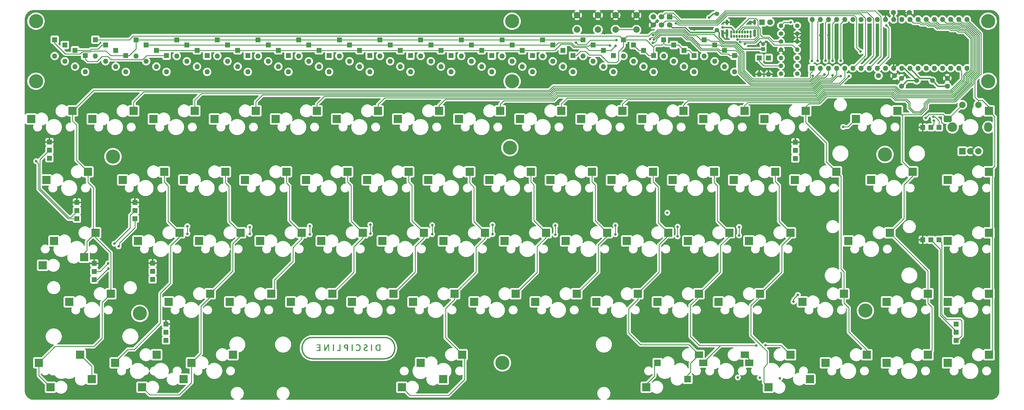
<source format=gbl>
G04 #@! TF.GenerationSoftware,KiCad,Pcbnew,(6.0.2)*
G04 #@! TF.CreationDate,2022-04-10T20:08:41+05:30*
G04 #@! TF.ProjectId,discipline-pcb,64697363-6970-46c6-996e-652d7063622e,rev?*
G04 #@! TF.SameCoordinates,Original*
G04 #@! TF.FileFunction,Copper,L2,Bot*
G04 #@! TF.FilePolarity,Positive*
%FSLAX46Y46*%
G04 Gerber Fmt 4.6, Leading zero omitted, Abs format (unit mm)*
G04 Created by KiCad (PCBNEW (6.0.2)) date 2022-04-10 20:08:41*
%MOMM*%
%LPD*%
G01*
G04 APERTURE LIST*
G04 Aperture macros list*
%AMRoundRect*
0 Rectangle with rounded corners*
0 $1 Rounding radius*
0 $2 $3 $4 $5 $6 $7 $8 $9 X,Y pos of 4 corners*
0 Add a 4 corners polygon primitive as box body*
4,1,4,$2,$3,$4,$5,$6,$7,$8,$9,$2,$3,0*
0 Add four circle primitives for the rounded corners*
1,1,$1+$1,$2,$3*
1,1,$1+$1,$4,$5*
1,1,$1+$1,$6,$7*
1,1,$1+$1,$8,$9*
0 Add four rect primitives between the rounded corners*
20,1,$1+$1,$2,$3,$4,$5,0*
20,1,$1+$1,$4,$5,$6,$7,0*
20,1,$1+$1,$6,$7,$8,$9,0*
20,1,$1+$1,$8,$9,$2,$3,0*%
G04 Aperture macros list end*
G04 #@! TA.AperFunction,EtchedComponent*
%ADD10C,0.400000*%
G04 #@! TD*
G04 #@! TA.AperFunction,EtchedComponent*
%ADD11C,0.010000*%
G04 #@! TD*
G04 #@! TA.AperFunction,SMDPad,CuDef*
%ADD12R,1.524000X1.524000*%
G04 #@! TD*
G04 #@! TA.AperFunction,ComponentPad*
%ADD13R,1.600000X1.600000*%
G04 #@! TD*
G04 #@! TA.AperFunction,ComponentPad*
%ADD14O,1.600000X1.600000*%
G04 #@! TD*
G04 #@! TA.AperFunction,ComponentPad*
%ADD15C,4.400000*%
G04 #@! TD*
G04 #@! TA.AperFunction,ComponentPad*
%ADD16R,2.000000X2.000000*%
G04 #@! TD*
G04 #@! TA.AperFunction,ComponentPad*
%ADD17C,2.000000*%
G04 #@! TD*
G04 #@! TA.AperFunction,ComponentPad*
%ADD18O,3.000000X3.000000*%
G04 #@! TD*
G04 #@! TA.AperFunction,ComponentPad*
%ADD19O,2.500000X3.000000*%
G04 #@! TD*
G04 #@! TA.AperFunction,SMDPad,CuDef*
%ADD20R,2.550000X2.500000*%
G04 #@! TD*
G04 #@! TA.AperFunction,SMDPad,CuDef*
%ADD21R,2.550000X2.100000*%
G04 #@! TD*
G04 #@! TA.AperFunction,SMDPad,CuDef*
%ADD22R,2.100000X2.100000*%
G04 #@! TD*
G04 #@! TA.AperFunction,SMDPad,CuDef*
%ADD23RoundRect,0.500000X-0.775000X-0.500000X0.775000X-0.500000X0.775000X0.500000X-0.775000X0.500000X0*%
G04 #@! TD*
G04 #@! TA.AperFunction,ComponentPad*
%ADD24C,1.600000*%
G04 #@! TD*
G04 #@! TA.AperFunction,ComponentPad*
%ADD25R,1.200000X1.200000*%
G04 #@! TD*
G04 #@! TA.AperFunction,ComponentPad*
%ADD26C,1.200000*%
G04 #@! TD*
G04 #@! TA.AperFunction,ComponentPad*
%ADD27O,1.400000X1.400000*%
G04 #@! TD*
G04 #@! TA.AperFunction,ComponentPad*
%ADD28C,1.400000*%
G04 #@! TD*
G04 #@! TA.AperFunction,ComponentPad*
%ADD29R,1.700000X1.700000*%
G04 #@! TD*
G04 #@! TA.AperFunction,ComponentPad*
%ADD30C,1.700000*%
G04 #@! TD*
G04 #@! TA.AperFunction,ComponentPad*
%ADD31C,1.500000*%
G04 #@! TD*
G04 #@! TA.AperFunction,ComponentPad*
%ADD32C,1.800000*%
G04 #@! TD*
G04 #@! TA.AperFunction,ComponentPad*
%ADD33R,1.800000X1.800000*%
G04 #@! TD*
G04 #@! TA.AperFunction,ComponentPad*
%ADD34O,0.650000X1.000000*%
G04 #@! TD*
G04 #@! TA.AperFunction,ComponentPad*
%ADD35O,0.900000X2.400000*%
G04 #@! TD*
G04 #@! TA.AperFunction,ComponentPad*
%ADD36O,0.900000X1.700000*%
G04 #@! TD*
G04 #@! TA.AperFunction,ViaPad*
%ADD37C,0.800000*%
G04 #@! TD*
G04 #@! TA.AperFunction,Conductor*
%ADD38C,0.400000*%
G04 #@! TD*
G04 #@! TA.AperFunction,Conductor*
%ADD39C,0.250000*%
G04 #@! TD*
G04 APERTURE END LIST*
D10*
X166325144Y-167154210D02*
X144025144Y-167154210D01*
X166305144Y-160474210D02*
X144025144Y-160474210D01*
D11*
X145613528Y-162655368D02*
X145477829Y-162657925D01*
X145477829Y-162657925D02*
X145387521Y-162663614D01*
X145387521Y-162663614D02*
X145332655Y-162673607D01*
X145332655Y-162673607D02*
X145303281Y-162689070D01*
X145303281Y-162689070D02*
X145289449Y-162711174D01*
X145289449Y-162711174D02*
X145287992Y-162715472D01*
X145287992Y-162715472D02*
X145281579Y-162794519D01*
X145281579Y-162794519D02*
X145289285Y-162829739D01*
X145289285Y-162829739D02*
X145306590Y-162852466D01*
X145306590Y-162852466D02*
X145345058Y-162867835D01*
X145345058Y-162867835D02*
X145415438Y-162877197D01*
X145415438Y-162877197D02*
X145528478Y-162881902D01*
X145528478Y-162881902D02*
X145694926Y-162883300D01*
X145694926Y-162883300D02*
X145715672Y-162883310D01*
X145715672Y-162883310D02*
X146121502Y-162883310D01*
X146121502Y-162883310D02*
X146112115Y-163185303D01*
X146112115Y-163185303D02*
X146102728Y-163487295D01*
X146102728Y-163487295D02*
X145751764Y-163496561D01*
X145751764Y-163496561D02*
X145400800Y-163505828D01*
X145400800Y-163505828D02*
X145400800Y-163699506D01*
X145400800Y-163699506D02*
X146119052Y-163699506D01*
X146119052Y-163699506D02*
X146119052Y-164415807D01*
X146119052Y-164415807D02*
X145286532Y-164434081D01*
X145286532Y-164434081D02*
X145286532Y-164629968D01*
X145286532Y-164629968D02*
X145793414Y-164638922D01*
X145793414Y-164638922D02*
X146008869Y-164640947D01*
X146008869Y-164640947D02*
X146165499Y-164638059D01*
X146165499Y-164638059D02*
X146269615Y-164629900D01*
X146269615Y-164629900D02*
X146327528Y-164616111D01*
X146327528Y-164616111D02*
X146340265Y-164607907D01*
X146340265Y-164607907D02*
X146352632Y-164563582D01*
X146352632Y-164563582D02*
X146362905Y-164464305D01*
X146362905Y-164464305D02*
X146371078Y-164320384D01*
X146371078Y-164320384D02*
X146377148Y-164142124D01*
X146377148Y-164142124D02*
X146381110Y-163939834D01*
X146381110Y-163939834D02*
X146382961Y-163723818D01*
X146382961Y-163723818D02*
X146382695Y-163504386D01*
X146382695Y-163504386D02*
X146380309Y-163291842D01*
X146380309Y-163291842D02*
X146375798Y-163096495D01*
X146375798Y-163096495D02*
X146369158Y-162928651D01*
X146369158Y-162928651D02*
X146360386Y-162798616D01*
X146360386Y-162798616D02*
X146349475Y-162716699D01*
X146349475Y-162716699D02*
X146341057Y-162693953D01*
X146341057Y-162693953D02*
X146294802Y-162676565D01*
X146294802Y-162676565D02*
X146193908Y-162664409D01*
X146193908Y-162664409D02*
X146034918Y-162657231D01*
X146034918Y-162657231D02*
X145814376Y-162654779D01*
X145814376Y-162654779D02*
X145804568Y-162654776D01*
X145804568Y-162654776D02*
X145613528Y-162655368D01*
X145613528Y-162655368D02*
X145613528Y-162655368D01*
G36*
X145814376Y-162654779D02*
G01*
X146034918Y-162657231D01*
X146193908Y-162664409D01*
X146294802Y-162676565D01*
X146341057Y-162693953D01*
X146349475Y-162716699D01*
X146360386Y-162798616D01*
X146369158Y-162928651D01*
X146375798Y-163096495D01*
X146380309Y-163291842D01*
X146382695Y-163504386D01*
X146382961Y-163723818D01*
X146381110Y-163939834D01*
X146377148Y-164142124D01*
X146371078Y-164320384D01*
X146362905Y-164464305D01*
X146352632Y-164563582D01*
X146340265Y-164607907D01*
X146327528Y-164616111D01*
X146269615Y-164629900D01*
X146165499Y-164638059D01*
X146008869Y-164640947D01*
X145793414Y-164638922D01*
X145286532Y-164629968D01*
X145286532Y-164434081D01*
X146119052Y-164415807D01*
X146119052Y-163699506D01*
X145400800Y-163699506D01*
X145400800Y-163505828D01*
X145751764Y-163496561D01*
X146102728Y-163487295D01*
X146112115Y-163185303D01*
X146121502Y-162883310D01*
X145715672Y-162883310D01*
X145694926Y-162883300D01*
X145528478Y-162881902D01*
X145415438Y-162877197D01*
X145345058Y-162867835D01*
X145306590Y-162852466D01*
X145289285Y-162829739D01*
X145281579Y-162794519D01*
X145287992Y-162715472D01*
X145289449Y-162711174D01*
X145303281Y-162689070D01*
X145332655Y-162673607D01*
X145387521Y-162663614D01*
X145477829Y-162657925D01*
X145613528Y-162655368D01*
X145804568Y-162654776D01*
X145814376Y-162654779D01*
G37*
X145814376Y-162654779D02*
X146034918Y-162657231D01*
X146193908Y-162664409D01*
X146294802Y-162676565D01*
X146341057Y-162693953D01*
X146349475Y-162716699D01*
X146360386Y-162798616D01*
X146369158Y-162928651D01*
X146375798Y-163096495D01*
X146380309Y-163291842D01*
X146382695Y-163504386D01*
X146382961Y-163723818D01*
X146381110Y-163939834D01*
X146377148Y-164142124D01*
X146371078Y-164320384D01*
X146362905Y-164464305D01*
X146352632Y-164563582D01*
X146340265Y-164607907D01*
X146327528Y-164616111D01*
X146269615Y-164629900D01*
X146165499Y-164638059D01*
X146008869Y-164640947D01*
X145793414Y-164638922D01*
X145286532Y-164629968D01*
X145286532Y-164434081D01*
X146119052Y-164415807D01*
X146119052Y-163699506D01*
X145400800Y-163699506D01*
X145400800Y-163505828D01*
X145751764Y-163496561D01*
X146102728Y-163487295D01*
X146112115Y-163185303D01*
X146121502Y-162883310D01*
X145715672Y-162883310D01*
X145694926Y-162883300D01*
X145528478Y-162881902D01*
X145415438Y-162877197D01*
X145345058Y-162867835D01*
X145306590Y-162852466D01*
X145289285Y-162829739D01*
X145281579Y-162794519D01*
X145287992Y-162715472D01*
X145289449Y-162711174D01*
X145303281Y-162689070D01*
X145332655Y-162673607D01*
X145387521Y-162663614D01*
X145477829Y-162657925D01*
X145613528Y-162655368D01*
X145804568Y-162654776D01*
X145814376Y-162654779D01*
X147628531Y-163640268D02*
X147637175Y-164629968D01*
X147637175Y-164629968D02*
X147751442Y-164639583D01*
X147751442Y-164639583D02*
X147844999Y-164634566D01*
X147844999Y-164634566D02*
X147917123Y-164609338D01*
X147917123Y-164609338D02*
X147920441Y-164606936D01*
X147920441Y-164606936D02*
X147950103Y-164568132D01*
X147950103Y-164568132D02*
X148006403Y-164479783D01*
X148006403Y-164479783D02*
X148084740Y-164349678D01*
X148084740Y-164349678D02*
X148180508Y-164185608D01*
X148180508Y-164185608D02*
X148289105Y-163995362D01*
X148289105Y-163995362D02*
X148405926Y-163786732D01*
X148405926Y-163786732D02*
X148417744Y-163765409D01*
X148417744Y-163765409D02*
X148860315Y-162966146D01*
X148860315Y-162966146D02*
X148869054Y-163798057D01*
X148869054Y-163798057D02*
X148877792Y-164629968D01*
X148877792Y-164629968D02*
X148984379Y-164640235D01*
X148984379Y-164640235D02*
X149090966Y-164650501D01*
X149090966Y-164650501D02*
X149082323Y-163660800D01*
X149082323Y-163660800D02*
X149073679Y-162671099D01*
X149073679Y-162671099D02*
X148922261Y-162661298D01*
X148922261Y-162661298D02*
X148821471Y-162660739D01*
X148821471Y-162660739D02*
X148759094Y-162681279D01*
X148759094Y-162681279D02*
X148710050Y-162730572D01*
X148710050Y-162730572D02*
X148677901Y-162780561D01*
X148677901Y-162780561D02*
X148619765Y-162879148D01*
X148619765Y-162879148D02*
X148540674Y-163017470D01*
X148540674Y-163017470D02*
X148445656Y-163186666D01*
X148445656Y-163186666D02*
X148339741Y-163377872D01*
X148339741Y-163377872D02*
X148257483Y-163527999D01*
X148257483Y-163527999D02*
X147865710Y-164246351D01*
X147865710Y-164246351D02*
X147833062Y-162671099D01*
X147833062Y-162671099D02*
X147726475Y-162660833D01*
X147726475Y-162660833D02*
X147619887Y-162650567D01*
X147619887Y-162650567D02*
X147628531Y-163640268D01*
X147628531Y-163640268D02*
X147628531Y-163640268D01*
G36*
X147726475Y-162660833D02*
G01*
X147833062Y-162671099D01*
X147865710Y-164246351D01*
X148257483Y-163527999D01*
X148339741Y-163377872D01*
X148445656Y-163186666D01*
X148540674Y-163017470D01*
X148619765Y-162879148D01*
X148677901Y-162780561D01*
X148710050Y-162730572D01*
X148759094Y-162681279D01*
X148821471Y-162660739D01*
X148922261Y-162661298D01*
X149073679Y-162671099D01*
X149082323Y-163660800D01*
X149090966Y-164650501D01*
X148984379Y-164640235D01*
X148877792Y-164629968D01*
X148869054Y-163798057D01*
X148860315Y-162966146D01*
X148417744Y-163765409D01*
X148405926Y-163786732D01*
X148289105Y-163995362D01*
X148180508Y-164185608D01*
X148084740Y-164349678D01*
X148006403Y-164479783D01*
X147950103Y-164568132D01*
X147920441Y-164606936D01*
X147917123Y-164609338D01*
X147844999Y-164634566D01*
X147751442Y-164639583D01*
X147637175Y-164629968D01*
X147628531Y-163640268D01*
X147619887Y-162650567D01*
X147726475Y-162660833D01*
G37*
X147726475Y-162660833D02*
X147833062Y-162671099D01*
X147865710Y-164246351D01*
X148257483Y-163527999D01*
X148339741Y-163377872D01*
X148445656Y-163186666D01*
X148540674Y-163017470D01*
X148619765Y-162879148D01*
X148677901Y-162780561D01*
X148710050Y-162730572D01*
X148759094Y-162681279D01*
X148821471Y-162660739D01*
X148922261Y-162661298D01*
X149073679Y-162671099D01*
X149082323Y-163660800D01*
X149090966Y-164650501D01*
X148984379Y-164640235D01*
X148877792Y-164629968D01*
X148869054Y-163798057D01*
X148860315Y-162966146D01*
X148417744Y-163765409D01*
X148405926Y-163786732D01*
X148289105Y-163995362D01*
X148180508Y-164185608D01*
X148084740Y-164349678D01*
X148006403Y-164479783D01*
X147950103Y-164568132D01*
X147920441Y-164606936D01*
X147917123Y-164609338D01*
X147844999Y-164634566D01*
X147751442Y-164639583D01*
X147637175Y-164629968D01*
X147628531Y-163640268D01*
X147619887Y-162650567D01*
X147726475Y-162660833D01*
X150469373Y-162660967D02*
X150346944Y-162671099D01*
X150346944Y-162671099D02*
X150346944Y-164629968D01*
X150346944Y-164629968D02*
X150591802Y-164650234D01*
X150591802Y-164650234D02*
X150591802Y-162650834D01*
X150591802Y-162650834D02*
X150469373Y-162660967D01*
X150469373Y-162660967D02*
X150469373Y-162660967D01*
G36*
X150591802Y-164650234D02*
G01*
X150346944Y-164629968D01*
X150346944Y-162671099D01*
X150469373Y-162660967D01*
X150591802Y-162650834D01*
X150591802Y-164650234D01*
G37*
X150591802Y-164650234D02*
X150346944Y-164629968D01*
X150346944Y-162671099D01*
X150469373Y-162660967D01*
X150591802Y-162650834D01*
X150591802Y-164650234D01*
X152493537Y-162660967D02*
X152371108Y-162671099D01*
X152371108Y-162671099D02*
X152353722Y-164415629D01*
X152353722Y-164415629D02*
X151620208Y-164434081D01*
X151620208Y-164434081D02*
X151620208Y-164629968D01*
X151620208Y-164629968D02*
X152095486Y-164638967D01*
X152095486Y-164638967D02*
X152265492Y-164640682D01*
X152265492Y-164640682D02*
X152411792Y-164639315D01*
X152411792Y-164639315D02*
X152522200Y-164635199D01*
X152522200Y-164635199D02*
X152584530Y-164628668D01*
X152584530Y-164628668D02*
X152593365Y-164625364D01*
X152593365Y-164625364D02*
X152599050Y-164588205D01*
X152599050Y-164588205D02*
X152604212Y-164493994D01*
X152604212Y-164493994D02*
X152608662Y-164350974D01*
X152608662Y-164350974D02*
X152612215Y-164167387D01*
X152612215Y-164167387D02*
X152614684Y-163951478D01*
X152614684Y-163951478D02*
X152615882Y-163711488D01*
X152615882Y-163711488D02*
X152615967Y-163626798D01*
X152615967Y-163626798D02*
X152615967Y-162650834D01*
X152615967Y-162650834D02*
X152493537Y-162660967D01*
X152493537Y-162660967D02*
X152493537Y-162660967D01*
G36*
X152615967Y-163626798D02*
G01*
X152615882Y-163711488D01*
X152614684Y-163951478D01*
X152612215Y-164167387D01*
X152608662Y-164350974D01*
X152604212Y-164493994D01*
X152599050Y-164588205D01*
X152593365Y-164625364D01*
X152584530Y-164628668D01*
X152522200Y-164635199D01*
X152411792Y-164639315D01*
X152265492Y-164640682D01*
X152095486Y-164638967D01*
X151620208Y-164629968D01*
X151620208Y-164434081D01*
X152353722Y-164415629D01*
X152371108Y-162671099D01*
X152493537Y-162660967D01*
X152615967Y-162650834D01*
X152615967Y-163626798D01*
G37*
X152615967Y-163626798D02*
X152615882Y-163711488D01*
X152614684Y-163951478D01*
X152612215Y-164167387D01*
X152608662Y-164350974D01*
X152604212Y-164493994D01*
X152599050Y-164588205D01*
X152593365Y-164625364D01*
X152584530Y-164628668D01*
X152522200Y-164635199D01*
X152411792Y-164639315D01*
X152265492Y-164640682D01*
X152095486Y-164638967D01*
X151620208Y-164629968D01*
X151620208Y-164434081D01*
X152353722Y-164415629D01*
X152371108Y-162671099D01*
X152493537Y-162660967D01*
X152615967Y-162650834D01*
X152615967Y-163626798D01*
X154498950Y-162660711D02*
X154328807Y-162669015D01*
X154328807Y-162669015D02*
X154208260Y-162680525D01*
X154208260Y-162680525D02*
X154121607Y-162698121D01*
X154121607Y-162698121D02*
X154053149Y-162724684D01*
X154053149Y-162724684D02*
X154005997Y-162751175D01*
X154005997Y-162751175D02*
X153879408Y-162851186D01*
X153879408Y-162851186D02*
X153801397Y-162971445D01*
X153801397Y-162971445D02*
X153764624Y-163126571D01*
X153764624Y-163126571D02*
X153759299Y-163242436D01*
X153759299Y-163242436D02*
X153783009Y-163453977D01*
X153783009Y-163453977D02*
X153854154Y-163622394D01*
X153854154Y-163622394D02*
X153974128Y-163748994D01*
X153974128Y-163748994D02*
X154144328Y-163835080D01*
X154144328Y-163835080D02*
X154366147Y-163881960D01*
X154366147Y-163881960D02*
X154450225Y-163889009D01*
X154450225Y-163889009D02*
X154705427Y-163903782D01*
X154705427Y-163903782D02*
X154705427Y-164646292D01*
X154705427Y-164646292D02*
X154814253Y-164646292D01*
X154814253Y-164646292D02*
X154894923Y-164640319D01*
X154894923Y-164640319D02*
X154943370Y-164625812D01*
X154943370Y-164625812D02*
X154944844Y-164624527D01*
X154944844Y-164624527D02*
X154950426Y-164587498D01*
X154950426Y-164587498D02*
X154955479Y-164493586D01*
X154955479Y-164493586D02*
X154959811Y-164351203D01*
X154959811Y-164351203D02*
X154963232Y-164168760D01*
X154963232Y-164168760D02*
X154965551Y-163954668D01*
X154965551Y-163954668D02*
X154966576Y-163717340D01*
X154966576Y-163717340D02*
X154966609Y-163665414D01*
X154966609Y-163665414D02*
X154966172Y-163387409D01*
X154966172Y-163387409D02*
X154964628Y-163167721D01*
X154964628Y-163167721D02*
X154961626Y-162999379D01*
X154961626Y-162999379D02*
X154957124Y-162883310D01*
X154957124Y-162883310D02*
X154705427Y-162883310D01*
X154705427Y-162883310D02*
X154705427Y-163269643D01*
X154705427Y-163269643D02*
X154703686Y-163422368D01*
X154703686Y-163422368D02*
X154698950Y-163550448D01*
X154698950Y-163550448D02*
X154691947Y-163640207D01*
X154691947Y-163640207D02*
X154683662Y-163677740D01*
X154683662Y-163677740D02*
X154631662Y-163694686D01*
X154631662Y-163694686D02*
X154538225Y-163698293D01*
X154538225Y-163698293D02*
X154425690Y-163689223D01*
X154425690Y-163689223D02*
X154316399Y-163668137D01*
X154316399Y-163668137D02*
X154311229Y-163666725D01*
X154311229Y-163666725D02*
X154172297Y-163602535D01*
X154172297Y-163602535D02*
X154080919Y-163497595D01*
X154080919Y-163497595D02*
X154033096Y-163346643D01*
X154033096Y-163346643D02*
X154026708Y-163292377D01*
X154026708Y-163292377D02*
X154021132Y-163185561D01*
X154021132Y-163185561D02*
X154032974Y-163116034D01*
X154032974Y-163116034D02*
X154071603Y-163056290D01*
X154071603Y-163056290D02*
X154126842Y-162998296D01*
X154126842Y-162998296D02*
X154191221Y-162937956D01*
X154191221Y-162937956D02*
X154247496Y-162903537D01*
X154247496Y-162903537D02*
X154317530Y-162887790D01*
X154317530Y-162887790D02*
X154423184Y-162883466D01*
X154423184Y-162883466D02*
X154473627Y-162883310D01*
X154473627Y-162883310D02*
X154705427Y-162883310D01*
X154705427Y-162883310D02*
X154957124Y-162883310D01*
X154957124Y-162883310D02*
X154956817Y-162875408D01*
X154956817Y-162875408D02*
X154949851Y-162788836D01*
X154949851Y-162788836D02*
X154940377Y-162732690D01*
X154940377Y-162732690D02*
X154928045Y-162699996D01*
X154928045Y-162699996D02*
X154917510Y-162687318D01*
X154917510Y-162687318D02*
X154869382Y-162668250D01*
X154869382Y-162668250D02*
X154777155Y-162658270D01*
X154777155Y-162658270D02*
X154633129Y-162656887D01*
X154633129Y-162656887D02*
X154498950Y-162660711D01*
X154498950Y-162660711D02*
X154498950Y-162660711D01*
G36*
X154964628Y-163167721D02*
G01*
X154966172Y-163387409D01*
X154966609Y-163665414D01*
X154966576Y-163717340D01*
X154965551Y-163954668D01*
X154963232Y-164168760D01*
X154959811Y-164351203D01*
X154955479Y-164493586D01*
X154950426Y-164587498D01*
X154944844Y-164624527D01*
X154943370Y-164625812D01*
X154894923Y-164640319D01*
X154814253Y-164646292D01*
X154705427Y-164646292D01*
X154705427Y-163903782D01*
X154450225Y-163889009D01*
X154366147Y-163881960D01*
X154144328Y-163835080D01*
X153974128Y-163748994D01*
X153854154Y-163622394D01*
X153783009Y-163453977D01*
X153759299Y-163242436D01*
X153761913Y-163185561D01*
X154021132Y-163185561D01*
X154026708Y-163292377D01*
X154033096Y-163346643D01*
X154080919Y-163497595D01*
X154172297Y-163602535D01*
X154311229Y-163666725D01*
X154316399Y-163668137D01*
X154425690Y-163689223D01*
X154538225Y-163698293D01*
X154631662Y-163694686D01*
X154683662Y-163677740D01*
X154691947Y-163640207D01*
X154698950Y-163550448D01*
X154703686Y-163422368D01*
X154705427Y-163269643D01*
X154705427Y-162883310D01*
X154473627Y-162883310D01*
X154423184Y-162883466D01*
X154317530Y-162887790D01*
X154247496Y-162903537D01*
X154191221Y-162937956D01*
X154126842Y-162998296D01*
X154071603Y-163056290D01*
X154032974Y-163116034D01*
X154021132Y-163185561D01*
X153761913Y-163185561D01*
X153764624Y-163126571D01*
X153801397Y-162971445D01*
X153879408Y-162851186D01*
X154005997Y-162751175D01*
X154053149Y-162724684D01*
X154121607Y-162698121D01*
X154208260Y-162680525D01*
X154328807Y-162669015D01*
X154498950Y-162660711D01*
X154633129Y-162656887D01*
X154777155Y-162658270D01*
X154869382Y-162668250D01*
X154917510Y-162687318D01*
X154928045Y-162699996D01*
X154940377Y-162732690D01*
X154949851Y-162788836D01*
X154956817Y-162875408D01*
X154957124Y-162883310D01*
X154961626Y-162999379D01*
X154964628Y-163167721D01*
G37*
X154964628Y-163167721D02*
X154966172Y-163387409D01*
X154966609Y-163665414D01*
X154966576Y-163717340D01*
X154965551Y-163954668D01*
X154963232Y-164168760D01*
X154959811Y-164351203D01*
X154955479Y-164493586D01*
X154950426Y-164587498D01*
X154944844Y-164624527D01*
X154943370Y-164625812D01*
X154894923Y-164640319D01*
X154814253Y-164646292D01*
X154705427Y-164646292D01*
X154705427Y-163903782D01*
X154450225Y-163889009D01*
X154366147Y-163881960D01*
X154144328Y-163835080D01*
X153974128Y-163748994D01*
X153854154Y-163622394D01*
X153783009Y-163453977D01*
X153759299Y-163242436D01*
X153761913Y-163185561D01*
X154021132Y-163185561D01*
X154026708Y-163292377D01*
X154033096Y-163346643D01*
X154080919Y-163497595D01*
X154172297Y-163602535D01*
X154311229Y-163666725D01*
X154316399Y-163668137D01*
X154425690Y-163689223D01*
X154538225Y-163698293D01*
X154631662Y-163694686D01*
X154683662Y-163677740D01*
X154691947Y-163640207D01*
X154698950Y-163550448D01*
X154703686Y-163422368D01*
X154705427Y-163269643D01*
X154705427Y-162883310D01*
X154473627Y-162883310D01*
X154423184Y-162883466D01*
X154317530Y-162887790D01*
X154247496Y-162903537D01*
X154191221Y-162937956D01*
X154126842Y-162998296D01*
X154071603Y-163056290D01*
X154032974Y-163116034D01*
X154021132Y-163185561D01*
X153761913Y-163185561D01*
X153764624Y-163126571D01*
X153801397Y-162971445D01*
X153879408Y-162851186D01*
X154005997Y-162751175D01*
X154053149Y-162724684D01*
X154121607Y-162698121D01*
X154208260Y-162680525D01*
X154328807Y-162669015D01*
X154498950Y-162660711D01*
X154633129Y-162656887D01*
X154777155Y-162658270D01*
X154869382Y-162668250D01*
X154917510Y-162687318D01*
X154928045Y-162699996D01*
X154940377Y-162732690D01*
X154949851Y-162788836D01*
X154956817Y-162875408D01*
X154957124Y-162883310D01*
X154961626Y-162999379D01*
X154964628Y-163167721D01*
X156207226Y-164646292D02*
X156322518Y-164646292D01*
X156322518Y-164646292D02*
X156403405Y-164635741D01*
X156403405Y-164635741D02*
X156451013Y-164609863D01*
X156451013Y-164609863D02*
X156453623Y-164605085D01*
X156453623Y-164605085D02*
X156457379Y-164562951D01*
X156457379Y-164562951D02*
X156460224Y-164464122D01*
X156460224Y-164464122D02*
X156462095Y-164317194D01*
X156462095Y-164317194D02*
X156462931Y-164130761D01*
X156462931Y-164130761D02*
X156462669Y-163913418D01*
X156462669Y-163913418D02*
X156461248Y-163673761D01*
X156461248Y-163673761D02*
X156460760Y-163617489D01*
X156460760Y-163617489D02*
X156452085Y-162671099D01*
X156452085Y-162671099D02*
X156329656Y-162660967D01*
X156329656Y-162660967D02*
X156207226Y-162650834D01*
X156207226Y-162650834D02*
X156207226Y-164646292D01*
X156207226Y-164646292D02*
X156207226Y-164646292D01*
G36*
X156329656Y-162660967D02*
G01*
X156452085Y-162671099D01*
X156460760Y-163617489D01*
X156461248Y-163673761D01*
X156462669Y-163913418D01*
X156462931Y-164130761D01*
X156462095Y-164317194D01*
X156460224Y-164464122D01*
X156457379Y-164562951D01*
X156453623Y-164605085D01*
X156451013Y-164609863D01*
X156403405Y-164635741D01*
X156322518Y-164646292D01*
X156207226Y-164646292D01*
X156207226Y-162650834D01*
X156329656Y-162660967D01*
G37*
X156329656Y-162660967D02*
X156452085Y-162671099D01*
X156460760Y-163617489D01*
X156461248Y-163673761D01*
X156462669Y-163913418D01*
X156462931Y-164130761D01*
X156462095Y-164317194D01*
X156460224Y-164464122D01*
X156457379Y-164562951D01*
X156453623Y-164605085D01*
X156451013Y-164609863D01*
X156403405Y-164635741D01*
X156322518Y-164646292D01*
X156207226Y-164646292D01*
X156207226Y-162650834D01*
X156329656Y-162660967D01*
X162230748Y-164629968D02*
X162337078Y-164640216D01*
X162337078Y-164640216D02*
X162423078Y-164635155D01*
X162423078Y-164635155D02*
X162460021Y-164607170D01*
X162460021Y-164607170D02*
X162463982Y-164564485D01*
X162463982Y-164564485D02*
X162467013Y-164465130D01*
X162467013Y-164465130D02*
X162469043Y-164317724D01*
X162469043Y-164317724D02*
X162470004Y-164130887D01*
X162470004Y-164130887D02*
X162469827Y-163913238D01*
X162469827Y-163913238D02*
X162468441Y-163673398D01*
X162468441Y-163673398D02*
X162467958Y-163617489D01*
X162467958Y-163617489D02*
X162459283Y-162671099D01*
X162459283Y-162671099D02*
X162230748Y-162671099D01*
X162230748Y-162671099D02*
X162230748Y-164629968D01*
X162230748Y-164629968D02*
X162230748Y-164629968D01*
G36*
X162467958Y-163617489D02*
G01*
X162468441Y-163673398D01*
X162469827Y-163913238D01*
X162470004Y-164130887D01*
X162469043Y-164317724D01*
X162467013Y-164465130D01*
X162463982Y-164564485D01*
X162460021Y-164607170D01*
X162423078Y-164635155D01*
X162337078Y-164640216D01*
X162230748Y-164629968D01*
X162230748Y-162671099D01*
X162459283Y-162671099D01*
X162467958Y-163617489D01*
G37*
X162467958Y-163617489D02*
X162468441Y-163673398D01*
X162469827Y-163913238D01*
X162470004Y-164130887D01*
X162469043Y-164317724D01*
X162467013Y-164465130D01*
X162463982Y-164564485D01*
X162460021Y-164607170D01*
X162423078Y-164635155D01*
X162337078Y-164640216D01*
X162230748Y-164629968D01*
X162230748Y-162671099D01*
X162459283Y-162671099D01*
X162467958Y-163617489D01*
X164517808Y-162663531D02*
X164304699Y-162687634D01*
X164304699Y-162687634D02*
X164128105Y-162736457D01*
X164128105Y-162736457D02*
X163975173Y-162812457D01*
X163975173Y-162812457D02*
X163968020Y-162816950D01*
X163968020Y-162816950D02*
X163816407Y-162950535D01*
X163816407Y-162950535D02*
X163702555Y-163130150D01*
X163702555Y-163130150D02*
X163629620Y-163346453D01*
X163629620Y-163346453D02*
X163600760Y-163590101D01*
X163600760Y-163590101D02*
X163618869Y-163850102D01*
X163618869Y-163850102D02*
X163681188Y-164098167D01*
X163681188Y-164098167D02*
X163782652Y-164296471D01*
X163782652Y-164296471D02*
X163926600Y-164449859D01*
X163926600Y-164449859D02*
X164107998Y-164559414D01*
X164107998Y-164559414D02*
X164199174Y-164588215D01*
X164199174Y-164588215D02*
X164327241Y-164612240D01*
X164327241Y-164612240D02*
X164478383Y-164630801D01*
X164478383Y-164630801D02*
X164638781Y-164643212D01*
X164638781Y-164643212D02*
X164794618Y-164648785D01*
X164794618Y-164648785D02*
X164932077Y-164646834D01*
X164932077Y-164646834D02*
X165037341Y-164636671D01*
X165037341Y-164636671D02*
X165096591Y-164617610D01*
X165096591Y-164617610D02*
X165103818Y-164608931D01*
X165103818Y-164608931D02*
X165107953Y-164565780D01*
X165107953Y-164565780D02*
X165111141Y-164465980D01*
X165111141Y-164465980D02*
X165113305Y-164318171D01*
X165113305Y-164318171D02*
X165114372Y-164130992D01*
X165114372Y-164130992D02*
X165114265Y-163913086D01*
X165114265Y-163913086D02*
X165112911Y-163673092D01*
X165112911Y-163673092D02*
X165112431Y-163617489D01*
X165112431Y-163617489D02*
X165105702Y-162883310D01*
X165105702Y-162883310D02*
X164858897Y-162883310D01*
X164858897Y-162883310D02*
X164858897Y-164417758D01*
X164858897Y-164417758D02*
X164604633Y-164417758D01*
X164604633Y-164417758D02*
X164447425Y-164412346D01*
X164447425Y-164412346D02*
X164329965Y-164393063D01*
X164329965Y-164393063D02*
X164227373Y-164355341D01*
X164227373Y-164355341D02*
X164204697Y-164344300D01*
X164204697Y-164344300D02*
X164066807Y-164246591D01*
X164066807Y-164246591D02*
X163969737Y-164109937D01*
X163969737Y-164109937D02*
X163910112Y-163927864D01*
X163910112Y-163927864D02*
X163886448Y-163734335D01*
X163886448Y-163734335D02*
X163887629Y-163502917D01*
X163887629Y-163502917D02*
X163922865Y-163316878D01*
X163922865Y-163316878D02*
X163995265Y-163164100D01*
X163995265Y-163164100D02*
X164051728Y-163090229D01*
X164051728Y-163090229D02*
X164158409Y-162989823D01*
X164158409Y-162989823D02*
X164277628Y-162926035D01*
X164277628Y-162926035D02*
X164426331Y-162892618D01*
X164426331Y-162892618D02*
X164612990Y-162883310D01*
X164612990Y-162883310D02*
X164858897Y-162883310D01*
X164858897Y-162883310D02*
X165105702Y-162883310D01*
X165105702Y-162883310D02*
X165103756Y-162671099D01*
X165103756Y-162671099D02*
X164780284Y-162661693D01*
X164780284Y-162661693D02*
X164517808Y-162663531D01*
X164517808Y-162663531D02*
X164517808Y-162663531D01*
G36*
X165112911Y-163673092D02*
G01*
X165114265Y-163913086D01*
X165114372Y-164130992D01*
X165113305Y-164318171D01*
X165111141Y-164465980D01*
X165107953Y-164565780D01*
X165103818Y-164608931D01*
X165096591Y-164617610D01*
X165037341Y-164636671D01*
X164932077Y-164646834D01*
X164794618Y-164648785D01*
X164638781Y-164643212D01*
X164478383Y-164630801D01*
X164327241Y-164612240D01*
X164199174Y-164588215D01*
X164107998Y-164559414D01*
X163926600Y-164449859D01*
X163782652Y-164296471D01*
X163681188Y-164098167D01*
X163618869Y-163850102D01*
X163610806Y-163734335D01*
X163886448Y-163734335D01*
X163910112Y-163927864D01*
X163969737Y-164109937D01*
X164066807Y-164246591D01*
X164204697Y-164344300D01*
X164227373Y-164355341D01*
X164329965Y-164393063D01*
X164447425Y-164412346D01*
X164604633Y-164417758D01*
X164858897Y-164417758D01*
X164858897Y-162883310D01*
X164612990Y-162883310D01*
X164426331Y-162892618D01*
X164277628Y-162926035D01*
X164158409Y-162989823D01*
X164051728Y-163090229D01*
X163995265Y-163164100D01*
X163922865Y-163316878D01*
X163887629Y-163502917D01*
X163886448Y-163734335D01*
X163610806Y-163734335D01*
X163600760Y-163590101D01*
X163629620Y-163346453D01*
X163702555Y-163130150D01*
X163816407Y-162950535D01*
X163968020Y-162816950D01*
X163975173Y-162812457D01*
X164128105Y-162736457D01*
X164304699Y-162687634D01*
X164517808Y-162663531D01*
X164780284Y-162661693D01*
X165103756Y-162671099D01*
X165105702Y-162883310D01*
X165112431Y-163617489D01*
X165112911Y-163673092D01*
G37*
X165112911Y-163673092D02*
X165114265Y-163913086D01*
X165114372Y-164130992D01*
X165113305Y-164318171D01*
X165111141Y-164465980D01*
X165107953Y-164565780D01*
X165103818Y-164608931D01*
X165096591Y-164617610D01*
X165037341Y-164636671D01*
X164932077Y-164646834D01*
X164794618Y-164648785D01*
X164638781Y-164643212D01*
X164478383Y-164630801D01*
X164327241Y-164612240D01*
X164199174Y-164588215D01*
X164107998Y-164559414D01*
X163926600Y-164449859D01*
X163782652Y-164296471D01*
X163681188Y-164098167D01*
X163618869Y-163850102D01*
X163610806Y-163734335D01*
X163886448Y-163734335D01*
X163910112Y-163927864D01*
X163969737Y-164109937D01*
X164066807Y-164246591D01*
X164204697Y-164344300D01*
X164227373Y-164355341D01*
X164329965Y-164393063D01*
X164447425Y-164412346D01*
X164604633Y-164417758D01*
X164858897Y-164417758D01*
X164858897Y-162883310D01*
X164612990Y-162883310D01*
X164426331Y-162892618D01*
X164277628Y-162926035D01*
X164158409Y-162989823D01*
X164051728Y-163090229D01*
X163995265Y-163164100D01*
X163922865Y-163316878D01*
X163887629Y-163502917D01*
X163886448Y-163734335D01*
X163610806Y-163734335D01*
X163600760Y-163590101D01*
X163629620Y-163346453D01*
X163702555Y-163130150D01*
X163816407Y-162950535D01*
X163968020Y-162816950D01*
X163975173Y-162812457D01*
X164128105Y-162736457D01*
X164304699Y-162687634D01*
X164517808Y-162663531D01*
X164780284Y-162661693D01*
X165103756Y-162671099D01*
X165105702Y-162883310D01*
X165112431Y-163617489D01*
X165112911Y-163673092D01*
X157954214Y-162635959D02*
X157741356Y-162690119D01*
X157741356Y-162690119D02*
X157682638Y-162716878D01*
X157682638Y-162716878D02*
X157578113Y-162784344D01*
X157578113Y-162784344D02*
X157525844Y-162860616D01*
X157525844Y-162860616D02*
X157513139Y-162949349D01*
X157513139Y-162949349D02*
X157528111Y-163012693D01*
X157528111Y-163012693D02*
X157575871Y-163026512D01*
X157575871Y-163026512D02*
X157660679Y-162991031D01*
X157660679Y-162991031D02*
X157710835Y-162959858D01*
X157710835Y-162959858D02*
X157849010Y-162891158D01*
X157849010Y-162891158D02*
X158009659Y-162860803D01*
X158009659Y-162860803D02*
X158030294Y-162859344D01*
X158030294Y-162859344D02*
X158219538Y-162872186D01*
X158219538Y-162872186D02*
X158373017Y-162938547D01*
X158373017Y-162938547D02*
X158496213Y-163061565D01*
X158496213Y-163061565D02*
X158555951Y-163160111D01*
X158555951Y-163160111D02*
X158594535Y-163242415D01*
X158594535Y-163242415D02*
X158619110Y-163320306D01*
X158619110Y-163320306D02*
X158632723Y-163412270D01*
X158632723Y-163412270D02*
X158638419Y-163536793D01*
X158638419Y-163536793D02*
X158639326Y-163666152D01*
X158639326Y-163666152D02*
X158637283Y-163830258D01*
X158637283Y-163830258D02*
X158629527Y-163946696D01*
X158629527Y-163946696D02*
X158613343Y-164033021D01*
X158613343Y-164033021D02*
X158586015Y-164106793D01*
X158586015Y-164106793D02*
X158564552Y-164149694D01*
X158564552Y-164149694D02*
X158454067Y-164293309D01*
X158454067Y-164293309D02*
X158307800Y-164390362D01*
X158307800Y-164390362D02*
X158137995Y-164438527D01*
X158137995Y-164438527D02*
X157956897Y-164435479D01*
X157956897Y-164435479D02*
X157776751Y-164378891D01*
X157776751Y-164378891D02*
X157674782Y-164318677D01*
X157674782Y-164318677D02*
X157603164Y-164274662D01*
X157603164Y-164274662D02*
X157551220Y-164254634D01*
X157551220Y-164254634D02*
X157548909Y-164254519D01*
X157548909Y-164254519D02*
X157518111Y-164280286D01*
X157518111Y-164280286D02*
X157512684Y-164343086D01*
X157512684Y-164343086D02*
X157529579Y-164421166D01*
X157529579Y-164421166D02*
X157565744Y-164492776D01*
X157565744Y-164492776D02*
X157585478Y-164515256D01*
X157585478Y-164515256D02*
X157706153Y-164591254D01*
X157706153Y-164591254D02*
X157869350Y-164643959D01*
X157869350Y-164643959D02*
X158055395Y-164669959D01*
X158055395Y-164669959D02*
X158244618Y-164665847D01*
X158244618Y-164665847D02*
X158350288Y-164647796D01*
X158350288Y-164647796D02*
X158537799Y-164571180D01*
X158537799Y-164571180D02*
X158693729Y-164441890D01*
X158693729Y-164441890D02*
X158814756Y-164266117D01*
X158814756Y-164266117D02*
X158897561Y-164050050D01*
X158897561Y-164050050D02*
X158938822Y-163799878D01*
X158938822Y-163799878D02*
X158937841Y-163552590D01*
X158937841Y-163552590D02*
X158896236Y-163300088D01*
X158896236Y-163300088D02*
X158815123Y-163078068D01*
X158815123Y-163078068D02*
X158699359Y-162897078D01*
X158699359Y-162897078D02*
X158586516Y-162789979D01*
X158586516Y-162789979D02*
X158394655Y-162687333D01*
X158394655Y-162687333D02*
X158177934Y-162635512D01*
X158177934Y-162635512D02*
X157954214Y-162635959D01*
X157954214Y-162635959D02*
X157954214Y-162635959D01*
G36*
X158394655Y-162687333D02*
G01*
X158586516Y-162789979D01*
X158699359Y-162897078D01*
X158815123Y-163078068D01*
X158896236Y-163300088D01*
X158937841Y-163552590D01*
X158938822Y-163799878D01*
X158897561Y-164050050D01*
X158814756Y-164266117D01*
X158693729Y-164441890D01*
X158537799Y-164571180D01*
X158350288Y-164647796D01*
X158244618Y-164665847D01*
X158055395Y-164669959D01*
X157869350Y-164643959D01*
X157706153Y-164591254D01*
X157585478Y-164515256D01*
X157565744Y-164492776D01*
X157529579Y-164421166D01*
X157512684Y-164343086D01*
X157518111Y-164280286D01*
X157548909Y-164254519D01*
X157551220Y-164254634D01*
X157603164Y-164274662D01*
X157674782Y-164318677D01*
X157776751Y-164378891D01*
X157956897Y-164435479D01*
X158137995Y-164438527D01*
X158307800Y-164390362D01*
X158454067Y-164293309D01*
X158564552Y-164149694D01*
X158586015Y-164106793D01*
X158613343Y-164033021D01*
X158629527Y-163946696D01*
X158637283Y-163830258D01*
X158639326Y-163666152D01*
X158638419Y-163536793D01*
X158632723Y-163412270D01*
X158619110Y-163320306D01*
X158594535Y-163242415D01*
X158555951Y-163160111D01*
X158496213Y-163061565D01*
X158373017Y-162938547D01*
X158219538Y-162872186D01*
X158030294Y-162859344D01*
X158009659Y-162860803D01*
X157849010Y-162891158D01*
X157710835Y-162959858D01*
X157660679Y-162991031D01*
X157575871Y-163026512D01*
X157528111Y-163012693D01*
X157513139Y-162949349D01*
X157525844Y-162860616D01*
X157578113Y-162784344D01*
X157682638Y-162716878D01*
X157741356Y-162690119D01*
X157954214Y-162635959D01*
X158177934Y-162635512D01*
X158394655Y-162687333D01*
G37*
X158394655Y-162687333D02*
X158586516Y-162789979D01*
X158699359Y-162897078D01*
X158815123Y-163078068D01*
X158896236Y-163300088D01*
X158937841Y-163552590D01*
X158938822Y-163799878D01*
X158897561Y-164050050D01*
X158814756Y-164266117D01*
X158693729Y-164441890D01*
X158537799Y-164571180D01*
X158350288Y-164647796D01*
X158244618Y-164665847D01*
X158055395Y-164669959D01*
X157869350Y-164643959D01*
X157706153Y-164591254D01*
X157585478Y-164515256D01*
X157565744Y-164492776D01*
X157529579Y-164421166D01*
X157512684Y-164343086D01*
X157518111Y-164280286D01*
X157548909Y-164254519D01*
X157551220Y-164254634D01*
X157603164Y-164274662D01*
X157674782Y-164318677D01*
X157776751Y-164378891D01*
X157956897Y-164435479D01*
X158137995Y-164438527D01*
X158307800Y-164390362D01*
X158454067Y-164293309D01*
X158564552Y-164149694D01*
X158586015Y-164106793D01*
X158613343Y-164033021D01*
X158629527Y-163946696D01*
X158637283Y-163830258D01*
X158639326Y-163666152D01*
X158638419Y-163536793D01*
X158632723Y-163412270D01*
X158619110Y-163320306D01*
X158594535Y-163242415D01*
X158555951Y-163160111D01*
X158496213Y-163061565D01*
X158373017Y-162938547D01*
X158219538Y-162872186D01*
X158030294Y-162859344D01*
X158009659Y-162860803D01*
X157849010Y-162891158D01*
X157710835Y-162959858D01*
X157660679Y-162991031D01*
X157575871Y-163026512D01*
X157528111Y-163012693D01*
X157513139Y-162949349D01*
X157525844Y-162860616D01*
X157578113Y-162784344D01*
X157682638Y-162716878D01*
X157741356Y-162690119D01*
X157954214Y-162635959D01*
X158177934Y-162635512D01*
X158394655Y-162687333D01*
X160303980Y-162650150D02*
X160180909Y-162684296D01*
X160180909Y-162684296D02*
X160088420Y-162728554D01*
X160088420Y-162728554D02*
X160046194Y-162773391D01*
X160046194Y-162773391D02*
X160028328Y-162857763D01*
X160028328Y-162857763D02*
X160035111Y-162931595D01*
X160035111Y-162931595D02*
X160054840Y-162961945D01*
X160054840Y-162961945D02*
X160098499Y-162958916D01*
X160098499Y-162958916D02*
X160175184Y-162930900D01*
X160175184Y-162930900D02*
X160208658Y-162914901D01*
X160208658Y-162914901D02*
X160366587Y-162858251D01*
X160366587Y-162858251D02*
X160515671Y-162847564D01*
X160515671Y-162847564D02*
X160645003Y-162878974D01*
X160645003Y-162878974D02*
X160743677Y-162948617D01*
X160743677Y-162948617D02*
X160800786Y-163052629D01*
X160800786Y-163052629D02*
X160810568Y-163128169D01*
X160810568Y-163128169D02*
X160787179Y-163240997D01*
X160787179Y-163240997D02*
X160713307Y-163340158D01*
X160713307Y-163340158D02*
X160583396Y-163431459D01*
X160583396Y-163431459D02*
X160463980Y-163490354D01*
X160463980Y-163490354D02*
X160236766Y-163606298D01*
X160236766Y-163606298D02*
X160073448Y-163724770D01*
X160073448Y-163724770D02*
X159990080Y-163819849D01*
X159990080Y-163819849D02*
X159947881Y-163927832D01*
X159947881Y-163927832D02*
X159930175Y-164068767D01*
X159930175Y-164068767D02*
X159937654Y-164214800D01*
X159937654Y-164214800D02*
X159971011Y-164338078D01*
X159971011Y-164338078D02*
X159976876Y-164350194D01*
X159976876Y-164350194D02*
X160086250Y-164493769D01*
X160086250Y-164493769D02*
X160239843Y-164598390D01*
X160239843Y-164598390D02*
X160426856Y-164660265D01*
X160426856Y-164660265D02*
X160636489Y-164675603D01*
X160636489Y-164675603D02*
X160826892Y-164648620D01*
X160826892Y-164648620D02*
X160943481Y-164610095D01*
X160943481Y-164610095D02*
X161045629Y-164558593D01*
X161045629Y-164558593D02*
X161109427Y-164506351D01*
X161109427Y-164506351D02*
X161112061Y-164502652D01*
X161112061Y-164502652D02*
X161133370Y-164437173D01*
X161133370Y-164437173D02*
X161132748Y-164361057D01*
X161132748Y-164361057D02*
X161111144Y-164308359D01*
X161111144Y-164308359D02*
X161106550Y-164304820D01*
X161106550Y-164304820D02*
X161061885Y-164307535D01*
X161061885Y-164307535D02*
X160983487Y-164335935D01*
X160983487Y-164335935D02*
X160939792Y-164356995D01*
X160939792Y-164356995D02*
X160765621Y-164424087D01*
X160765621Y-164424087D02*
X160597972Y-164446056D01*
X160597972Y-164446056D02*
X160446829Y-164426186D01*
X160446829Y-164426186D02*
X160322175Y-164367761D01*
X160322175Y-164367761D02*
X160233993Y-164274064D01*
X160233993Y-164274064D02*
X160192267Y-164148378D01*
X160192267Y-164148378D02*
X160190260Y-164110470D01*
X160190260Y-164110470D02*
X160211747Y-164021260D01*
X160211747Y-164021260D02*
X160279731Y-163932090D01*
X160279731Y-163932090D02*
X160399495Y-163838044D01*
X160399495Y-163838044D02*
X160576322Y-163734206D01*
X160576322Y-163734206D02*
X160618283Y-163712201D01*
X160618283Y-163712201D02*
X160802221Y-163608427D01*
X160802221Y-163608427D02*
X160931324Y-163511457D01*
X160931324Y-163511457D02*
X161013799Y-163411095D01*
X161013799Y-163411095D02*
X161057855Y-163297144D01*
X161057855Y-163297144D02*
X161071701Y-163159409D01*
X161071701Y-163159409D02*
X161071751Y-163148930D01*
X161071751Y-163148930D02*
X161046077Y-162961799D01*
X161046077Y-162961799D02*
X160969422Y-162815336D01*
X160969422Y-162815336D02*
X160842339Y-162710107D01*
X160842339Y-162710107D02*
X160665380Y-162646681D01*
X160665380Y-162646681D02*
X160569122Y-162631877D01*
X160569122Y-162631877D02*
X160439446Y-162631036D01*
X160439446Y-162631036D02*
X160303980Y-162650150D01*
X160303980Y-162650150D02*
X160303980Y-162650150D01*
G36*
X160569122Y-162631877D02*
G01*
X160665380Y-162646681D01*
X160842339Y-162710107D01*
X160969422Y-162815336D01*
X161046077Y-162961799D01*
X161071751Y-163148930D01*
X161071701Y-163159409D01*
X161057855Y-163297144D01*
X161013799Y-163411095D01*
X160931324Y-163511457D01*
X160802221Y-163608427D01*
X160618283Y-163712201D01*
X160576322Y-163734206D01*
X160399495Y-163838044D01*
X160279731Y-163932090D01*
X160211747Y-164021260D01*
X160190260Y-164110470D01*
X160192267Y-164148378D01*
X160233993Y-164274064D01*
X160322175Y-164367761D01*
X160446829Y-164426186D01*
X160597972Y-164446056D01*
X160765621Y-164424087D01*
X160939792Y-164356995D01*
X160983487Y-164335935D01*
X161061885Y-164307535D01*
X161106550Y-164304820D01*
X161111144Y-164308359D01*
X161132748Y-164361057D01*
X161133370Y-164437173D01*
X161112061Y-164502652D01*
X161109427Y-164506351D01*
X161045629Y-164558593D01*
X160943481Y-164610095D01*
X160826892Y-164648620D01*
X160636489Y-164675603D01*
X160426856Y-164660265D01*
X160239843Y-164598390D01*
X160086250Y-164493769D01*
X159976876Y-164350194D01*
X159971011Y-164338078D01*
X159937654Y-164214800D01*
X159930175Y-164068767D01*
X159947881Y-163927832D01*
X159990080Y-163819849D01*
X160073448Y-163724770D01*
X160236766Y-163606298D01*
X160463980Y-163490354D01*
X160583396Y-163431459D01*
X160713307Y-163340158D01*
X160787179Y-163240997D01*
X160810568Y-163128169D01*
X160800786Y-163052629D01*
X160743677Y-162948617D01*
X160645003Y-162878974D01*
X160515671Y-162847564D01*
X160366587Y-162858251D01*
X160208658Y-162914901D01*
X160175184Y-162930900D01*
X160098499Y-162958916D01*
X160054840Y-162961945D01*
X160035111Y-162931595D01*
X160028328Y-162857763D01*
X160046194Y-162773391D01*
X160088420Y-162728554D01*
X160180909Y-162684296D01*
X160303980Y-162650150D01*
X160439446Y-162631036D01*
X160569122Y-162631877D01*
G37*
X160569122Y-162631877D02*
X160665380Y-162646681D01*
X160842339Y-162710107D01*
X160969422Y-162815336D01*
X161046077Y-162961799D01*
X161071751Y-163148930D01*
X161071701Y-163159409D01*
X161057855Y-163297144D01*
X161013799Y-163411095D01*
X160931324Y-163511457D01*
X160802221Y-163608427D01*
X160618283Y-163712201D01*
X160576322Y-163734206D01*
X160399495Y-163838044D01*
X160279731Y-163932090D01*
X160211747Y-164021260D01*
X160190260Y-164110470D01*
X160192267Y-164148378D01*
X160233993Y-164274064D01*
X160322175Y-164367761D01*
X160446829Y-164426186D01*
X160597972Y-164446056D01*
X160765621Y-164424087D01*
X160939792Y-164356995D01*
X160983487Y-164335935D01*
X161061885Y-164307535D01*
X161106550Y-164304820D01*
X161111144Y-164308359D01*
X161132748Y-164361057D01*
X161133370Y-164437173D01*
X161112061Y-164502652D01*
X161109427Y-164506351D01*
X161045629Y-164558593D01*
X160943481Y-164610095D01*
X160826892Y-164648620D01*
X160636489Y-164675603D01*
X160426856Y-164660265D01*
X160239843Y-164598390D01*
X160086250Y-164493769D01*
X159976876Y-164350194D01*
X159971011Y-164338078D01*
X159937654Y-164214800D01*
X159930175Y-164068767D01*
X159947881Y-163927832D01*
X159990080Y-163819849D01*
X160073448Y-163724770D01*
X160236766Y-163606298D01*
X160463980Y-163490354D01*
X160583396Y-163431459D01*
X160713307Y-163340158D01*
X160787179Y-163240997D01*
X160810568Y-163128169D01*
X160800786Y-163052629D01*
X160743677Y-162948617D01*
X160645003Y-162878974D01*
X160515671Y-162847564D01*
X160366587Y-162858251D01*
X160208658Y-162914901D01*
X160175184Y-162930900D01*
X160098499Y-162958916D01*
X160054840Y-162961945D01*
X160035111Y-162931595D01*
X160028328Y-162857763D01*
X160046194Y-162773391D01*
X160088420Y-162728554D01*
X160180909Y-162684296D01*
X160303980Y-162650150D01*
X160439446Y-162631036D01*
X160569122Y-162631877D01*
D10*
X166335144Y-167154210D02*
G75*
G03*
X166335144Y-160474210I0J3340000D01*
G01*
X144035144Y-160474210D02*
G75*
G03*
X144035144Y-167154210I0J-3340000D01*
G01*
D12*
X70530720Y-123418600D03*
X70530720Y-120878600D03*
X70530720Y-118338600D03*
X88600280Y-118333520D03*
X88600280Y-120873520D03*
X88600280Y-123413520D03*
X94101920Y-142400020D03*
X94101920Y-139860020D03*
X94101920Y-137320020D03*
X75930760Y-137332720D03*
X75930760Y-139872720D03*
X75930760Y-142412720D03*
D13*
X299753430Y-76389182D03*
D14*
X348013430Y-61149182D03*
X302293430Y-76389182D03*
X345473430Y-61149182D03*
X304833430Y-76389182D03*
X342933430Y-61149182D03*
X307373430Y-76389182D03*
X340393430Y-61149182D03*
X309913430Y-76389182D03*
X337853430Y-61149182D03*
X312453430Y-76389182D03*
X335313430Y-61149182D03*
X314993430Y-76389182D03*
X332773430Y-61149182D03*
X317533430Y-76389182D03*
X330233430Y-61149182D03*
X320073430Y-76389182D03*
X327693430Y-61149182D03*
X322613430Y-76389182D03*
X325153430Y-61149182D03*
X325153430Y-76389182D03*
X322613430Y-61149182D03*
X327693430Y-76389182D03*
X320073430Y-61149182D03*
X330233430Y-76389182D03*
X317533430Y-61149182D03*
X332773430Y-76389182D03*
X314993430Y-61149182D03*
X335313430Y-76389182D03*
X312453430Y-61149182D03*
X337853430Y-76389182D03*
X309913430Y-61149182D03*
X340393430Y-76389182D03*
X307373430Y-61149182D03*
X342933430Y-76389182D03*
X304833430Y-61149182D03*
X345473430Y-76389182D03*
X302293430Y-61149182D03*
X348013430Y-76389182D03*
X299753430Y-61149182D03*
D12*
X98295460Y-156347160D03*
X98295460Y-158887160D03*
X98295460Y-161427160D03*
X344644980Y-161427160D03*
X344644980Y-158887160D03*
X344644980Y-156347160D03*
X334253840Y-130002280D03*
X336793840Y-130002280D03*
X339333840Y-130002280D03*
X339333840Y-94843600D03*
X336793840Y-94843600D03*
X334253840Y-94843600D03*
D15*
X205511400Y-101219000D03*
X81762600Y-104013000D03*
D12*
X294500300Y-99547680D03*
X294500300Y-102087680D03*
X294500300Y-104627680D03*
X61968380Y-104541320D03*
X61968380Y-102001320D03*
X61968380Y-99461320D03*
D16*
X346575280Y-102303120D03*
D17*
X349075280Y-102303120D03*
X351575280Y-102303120D03*
D18*
X343475280Y-94803120D03*
D19*
X354675280Y-94803120D03*
D17*
X346575280Y-87803120D03*
X351575280Y-87803120D03*
D20*
X303903710Y-168431210D03*
X316830710Y-165891210D03*
X311047710Y-130331210D03*
X323974710Y-127791210D03*
X293039588Y-165891210D03*
D21*
X280112588Y-168431210D03*
X264483396Y-165891210D03*
D22*
X251556396Y-168431210D03*
D20*
X184750033Y-173519100D03*
X171823033Y-176059100D03*
X90858491Y-176047279D03*
X103785491Y-173507279D03*
X62259160Y-176041080D03*
X75186160Y-173501080D03*
X59877960Y-137941080D03*
X72804960Y-135401080D03*
X299063988Y-173501080D03*
X286136988Y-176041080D03*
X342003710Y-168431210D03*
X354930710Y-165891210D03*
X322953710Y-168431210D03*
X335880710Y-165891210D03*
D21*
X278765666Y-165891210D03*
X265838666Y-168431210D03*
D20*
X248026344Y-176041080D03*
D22*
X260953344Y-173501080D03*
D20*
X177697710Y-168431210D03*
X190624710Y-165891210D03*
X119186910Y-165881080D03*
X106259910Y-168421080D03*
X95374510Y-165891210D03*
X82447510Y-168431210D03*
X71561910Y-165881080D03*
X58634910Y-168421080D03*
X342003710Y-149381210D03*
X354930710Y-146841210D03*
X322953710Y-149381210D03*
X335880710Y-146841210D03*
X296759710Y-149381210D03*
X309686710Y-146841210D03*
X270566710Y-149381210D03*
X283493710Y-146841210D03*
X251516710Y-149381210D03*
X264443710Y-146841210D03*
X232466710Y-149381210D03*
X245393710Y-146841210D03*
X213416710Y-149381210D03*
X226343710Y-146841210D03*
X194366710Y-149381210D03*
X207293710Y-146841210D03*
X175316710Y-149381210D03*
X188243710Y-146841210D03*
X156266710Y-149381210D03*
X169193710Y-146841210D03*
X137216210Y-149381210D03*
X150143210Y-146841210D03*
X118166210Y-149381210D03*
X131093210Y-146841210D03*
X99116210Y-149381210D03*
X112043210Y-146841210D03*
X68159910Y-149381210D03*
X81086910Y-146841210D03*
X342003710Y-130331210D03*
X354930710Y-127791210D03*
X280090710Y-130331210D03*
X293017710Y-127791210D03*
X261040710Y-130331210D03*
X273967710Y-127791210D03*
X241990710Y-130331210D03*
X254917710Y-127791210D03*
X222940710Y-130331210D03*
X235867710Y-127791210D03*
X203890710Y-130331210D03*
X216817710Y-127791210D03*
X184840710Y-130331210D03*
X197767710Y-127791210D03*
X165790710Y-130331210D03*
X178717710Y-127791210D03*
X146740710Y-130331210D03*
X159667710Y-127791210D03*
X127691210Y-130331210D03*
X140618210Y-127791210D03*
X108641210Y-130331210D03*
X121568210Y-127791210D03*
X89591210Y-130331210D03*
X102518210Y-127791210D03*
X63397510Y-130321080D03*
X76324510Y-127781080D03*
X342003710Y-111281210D03*
X354930710Y-108741210D03*
X331117710Y-108741210D03*
X318190710Y-111281210D03*
X294378710Y-111281210D03*
X307305710Y-108741210D03*
X275328710Y-111281210D03*
X288255710Y-108741210D03*
X256278710Y-111281210D03*
X269205710Y-108741210D03*
X237228710Y-111281210D03*
X250155710Y-108741210D03*
X218178710Y-111281210D03*
X231105710Y-108741210D03*
X199128710Y-111281210D03*
X212055710Y-108741210D03*
X180078710Y-111281210D03*
X193005710Y-108741210D03*
X161028710Y-111281210D03*
X173955710Y-108741210D03*
X141978710Y-111281210D03*
X154905710Y-108741210D03*
X122928710Y-111281210D03*
X135855710Y-108741210D03*
X103878710Y-111281210D03*
X116805710Y-108741210D03*
X84828710Y-111281210D03*
X97755710Y-108741210D03*
X73943210Y-108741210D03*
X61016210Y-111281210D03*
D23*
X342003710Y-92231210D03*
D20*
X354930710Y-89691210D03*
X313428710Y-92231210D03*
X326355710Y-89691210D03*
X284853710Y-92231210D03*
X297780710Y-89691210D03*
X265803710Y-92231210D03*
X278730710Y-89691210D03*
X246753710Y-92231210D03*
X259680710Y-89691210D03*
X227703710Y-92231210D03*
X240630710Y-89691210D03*
X208653710Y-92231210D03*
X221580710Y-89691210D03*
X189603710Y-92231210D03*
X202530710Y-89691210D03*
X170553710Y-92231210D03*
X183480710Y-89691210D03*
X151503710Y-92231210D03*
X164430710Y-89691210D03*
X132453710Y-92231210D03*
X145380710Y-89691210D03*
X113403710Y-92231210D03*
X126330710Y-89691210D03*
X94353710Y-92231210D03*
X107280710Y-89691210D03*
X75303710Y-92231210D03*
X88230710Y-89691210D03*
X56253710Y-92231210D03*
X69180710Y-89691210D03*
D24*
X325471062Y-78716416D03*
X320471062Y-78716416D03*
X330125530Y-58926178D03*
X325125530Y-58926178D03*
D25*
X284477676Y-70404866D03*
D26*
X284477676Y-68904866D03*
D24*
X327680238Y-79506040D03*
X327680238Y-82006040D03*
X341906112Y-79506040D03*
X341906112Y-82006040D03*
D27*
X290026316Y-78138982D03*
D28*
X295106316Y-78138982D03*
D27*
X290026316Y-75645517D03*
D28*
X295106316Y-75645517D03*
D27*
X290026316Y-73152052D03*
D28*
X295106316Y-73152052D03*
D27*
X295106316Y-70580211D03*
D28*
X290026316Y-70580211D03*
D27*
X295106316Y-68060499D03*
D28*
X290026316Y-68060499D03*
D27*
X295106316Y-65567034D03*
D28*
X290026316Y-65567034D03*
D27*
X290026316Y-63073204D03*
D28*
X295106316Y-63073204D03*
D15*
X206213345Y-61694750D03*
X206213345Y-80444750D03*
D29*
X255293830Y-60350870D03*
D30*
X255293830Y-62890870D03*
X252753830Y-60350870D03*
X252753830Y-62890870D03*
X250213830Y-60350870D03*
X250213830Y-62890870D03*
D31*
X337251644Y-80256240D03*
X332371644Y-80256240D03*
D32*
X286667716Y-61970830D03*
D33*
X284127716Y-61970830D03*
D34*
X278823468Y-66391022D03*
X280523468Y-66391022D03*
X279673468Y-66391022D03*
X277973468Y-66391022D03*
X277123468Y-66391022D03*
X276273468Y-66391022D03*
X275423468Y-66391022D03*
X274573468Y-66391022D03*
X280523468Y-65066022D03*
X279668468Y-65066022D03*
X278818468Y-65066022D03*
X277968468Y-65066022D03*
X277118468Y-65066022D03*
X276268468Y-65066022D03*
X275418468Y-65066022D03*
X274568468Y-65066022D03*
D35*
X281873468Y-65411022D03*
X273223468Y-65411022D03*
D36*
X281873468Y-62031022D03*
X273223468Y-62031022D03*
D28*
X270047614Y-59350838D03*
X270047614Y-64450838D03*
D17*
X244985732Y-59836074D03*
X244985732Y-64336074D03*
X238485732Y-59836074D03*
X238485732Y-64336074D03*
X232985732Y-59836074D03*
X232985732Y-64336074D03*
X226485732Y-59836074D03*
X226485732Y-64336074D03*
D14*
X63600284Y-72555612D03*
D13*
X63600284Y-67475612D03*
D14*
X73108673Y-77516199D03*
D13*
X73108673Y-72436199D03*
D14*
X85786525Y-77516199D03*
D13*
X85786525Y-72436199D03*
D14*
X88955988Y-72555612D03*
D13*
X88955988Y-67475612D03*
D14*
X101633840Y-72555612D03*
D13*
X101633840Y-67475612D03*
D14*
X114311692Y-72555612D03*
D13*
X114311692Y-67475612D03*
D14*
X126989544Y-72555612D03*
D13*
X126989544Y-67475612D03*
D14*
X139667396Y-72555612D03*
D13*
X139667396Y-67475612D03*
D14*
X152345248Y-72555612D03*
D13*
X152345248Y-67475612D03*
D14*
X165023100Y-72555612D03*
D13*
X165023100Y-67475612D03*
D14*
X177700952Y-72555612D03*
D13*
X177700952Y-67475612D03*
D14*
X190378804Y-72555612D03*
D13*
X190378804Y-67475612D03*
D14*
X203056656Y-72555612D03*
D13*
X203056656Y-67475612D03*
D14*
X215734508Y-72555612D03*
D13*
X215734508Y-67475612D03*
D14*
X228342376Y-72555612D03*
D13*
X228342376Y-67475612D03*
D14*
X275541929Y-77516199D03*
D13*
X275541929Y-72436199D03*
D14*
X66769747Y-74209141D03*
D13*
X66769747Y-69129141D03*
D14*
X82617062Y-75862670D03*
D13*
X82617062Y-70782670D03*
D14*
X92125451Y-74209141D03*
D13*
X92125451Y-69129141D03*
D14*
X104803303Y-74209141D03*
D13*
X104803303Y-69129141D03*
D14*
X117481155Y-74209141D03*
D13*
X117481155Y-69129141D03*
D14*
X130159007Y-74209141D03*
D13*
X130159007Y-69129141D03*
D14*
X142836859Y-74209141D03*
D13*
X142836859Y-69129141D03*
D14*
X155514711Y-74209141D03*
D13*
X155514711Y-69129141D03*
D14*
X168192563Y-74209141D03*
D13*
X168192563Y-69129141D03*
D14*
X180870415Y-74209141D03*
D13*
X180870415Y-69129141D03*
D14*
X193548267Y-74209141D03*
D13*
X193548267Y-69129141D03*
D14*
X206226119Y-74209141D03*
D13*
X206226119Y-69129141D03*
D14*
X218886475Y-74209141D03*
D13*
X218886475Y-69129141D03*
D14*
X231493149Y-74209141D03*
D13*
X231493149Y-69129141D03*
D14*
X272453205Y-75862670D03*
D13*
X272453205Y-70782670D03*
D14*
X69939210Y-75862670D03*
D13*
X69939210Y-70782670D03*
D14*
X79447599Y-74209141D03*
D13*
X79447599Y-69129141D03*
D14*
X95294914Y-75862670D03*
D13*
X95294914Y-70782670D03*
D14*
X107972766Y-75862670D03*
D13*
X107972766Y-70782670D03*
D14*
X120650618Y-75862670D03*
D13*
X120650618Y-70782670D03*
D14*
X133328470Y-75862670D03*
D13*
X133328470Y-70782670D03*
D14*
X146006322Y-75862670D03*
D13*
X146006322Y-70782670D03*
D14*
X158684174Y-75862670D03*
D13*
X158684174Y-70782670D03*
D14*
X171362026Y-75862670D03*
D13*
X171362026Y-70782670D03*
D14*
X184039878Y-75862670D03*
D13*
X184039878Y-70782670D03*
D14*
X196717730Y-75862670D03*
D13*
X196717730Y-70782670D03*
D14*
X209395582Y-75862670D03*
D13*
X209395582Y-70782670D03*
D14*
X234643922Y-75862670D03*
D13*
X234643922Y-70782670D03*
D14*
X269364481Y-74209141D03*
D13*
X269364481Y-69129141D03*
D14*
X98464377Y-77516199D03*
D13*
X98464377Y-72436199D03*
D14*
X111142229Y-77516199D03*
D13*
X111142229Y-72436199D03*
D14*
X123820081Y-77516199D03*
D13*
X123820081Y-72436199D03*
D14*
X136497933Y-77516199D03*
D13*
X136497933Y-72436199D03*
D14*
X149175785Y-77516199D03*
D13*
X149175785Y-72436199D03*
D14*
X161853637Y-77516199D03*
D13*
X161853637Y-72436199D03*
D14*
X174531489Y-77516199D03*
D13*
X174531489Y-72436199D03*
D14*
X187209341Y-77516199D03*
D13*
X187209341Y-72436199D03*
D14*
X199887193Y-77516199D03*
D13*
X199887193Y-72436199D03*
D14*
X212565045Y-77516199D03*
D13*
X212565045Y-72436199D03*
D14*
X222038442Y-75862670D03*
D13*
X222038442Y-70782670D03*
D14*
X237794695Y-77516199D03*
D13*
X237794695Y-72436199D03*
D14*
X266089606Y-72555612D03*
D13*
X266089606Y-67475612D03*
D14*
X259788058Y-75862670D03*
D13*
X259788058Y-70782670D03*
D14*
X76278136Y-72555612D03*
D13*
X76278136Y-67475612D03*
D14*
X256637284Y-74209141D03*
D13*
X256637284Y-69129141D03*
D14*
X253486511Y-72555612D03*
D13*
X253486511Y-67475612D03*
D14*
X250335738Y-77516199D03*
D13*
X250335738Y-72436199D03*
D14*
X225190409Y-77516199D03*
D13*
X225190409Y-72436199D03*
D14*
X244096241Y-74209141D03*
D13*
X244096241Y-69129141D03*
D14*
X240945468Y-72555612D03*
D13*
X240945468Y-67475612D03*
D14*
X262938832Y-77516199D03*
D13*
X262938832Y-72436199D03*
D14*
X247184965Y-75862670D03*
D13*
X247184965Y-70782670D03*
D14*
X286174982Y-78242196D03*
D13*
X286174982Y-73162196D03*
D14*
X283305310Y-78242196D03*
D13*
X283305310Y-73162196D03*
D15*
X90144600Y-152984200D03*
X316382400Y-152120600D03*
X322478400Y-103327200D03*
X203200000Y-168452800D03*
X354660309Y-80444750D03*
X354660309Y-61694750D03*
X57766382Y-61694750D03*
X57766382Y-80444750D03*
D37*
X254608590Y-121534022D03*
X283427796Y-173083130D03*
X289709578Y-173223114D03*
X276603576Y-172995640D03*
X344622120Y-156352240D03*
X317286426Y-147658536D03*
X127275644Y-177842586D03*
X271990820Y-121213880D03*
X102341680Y-124269500D03*
X333332092Y-169513538D03*
X302806100Y-90932000D03*
X276813552Y-62031022D03*
X235045826Y-65487928D03*
X316289040Y-78243970D03*
X212438410Y-178122554D03*
X263037486Y-64331925D03*
X262302584Y-60237471D03*
X286239392Y-65381785D03*
X317630206Y-71261001D03*
X316265388Y-73704406D03*
X317630206Y-66116687D03*
X319939898Y-71261001D03*
X322459562Y-71261001D03*
X315075545Y-66116687D03*
X312520886Y-66116687D03*
X309966227Y-66116687D03*
X307411568Y-66116687D03*
X304856909Y-66116687D03*
X302302250Y-66116687D03*
X326390000Y-117830600D03*
X75184000Y-75438000D03*
X241914680Y-78201520D03*
X231505760Y-80385920D03*
X218048840Y-80385920D03*
X209986880Y-80385920D03*
X202694540Y-80218280D03*
X193883280Y-80385920D03*
X178023520Y-80385920D03*
X166517320Y-80385920D03*
X154792680Y-80385920D03*
X141178280Y-80385920D03*
X128574800Y-80385920D03*
X297261280Y-76738480D03*
X251602240Y-100871020D03*
X255424940Y-137944860D03*
X255297940Y-158074360D03*
X253758700Y-174495460D03*
X158805880Y-177246280D03*
X297362880Y-69354700D03*
X337172300Y-88519000D03*
X336555080Y-82224880D03*
X333562960Y-82006440D03*
X271849908Y-63633140D03*
X267650388Y-60605986D03*
X250080466Y-68467729D03*
X56205120Y-92293440D03*
X75295760Y-92295980D03*
X94355920Y-92341700D03*
X113339880Y-92341700D03*
X132488940Y-92285820D03*
X151417020Y-92285820D03*
X170639740Y-92298520D03*
X189628780Y-92196920D03*
X208716880Y-92202000D03*
X227629720Y-92242640D03*
X246786400Y-92232480D03*
X265818620Y-92207080D03*
X284827980Y-92214700D03*
X309455820Y-94726760D03*
X335193366Y-91927406D03*
X250461158Y-67472794D03*
X236725634Y-69327582D03*
X303565560Y-78348840D03*
X301493431Y-74046080D03*
X61036200Y-111307880D03*
X84804250Y-111283750D03*
X103880920Y-111318040D03*
X122941080Y-111379000D03*
X141980920Y-111325660D03*
X160964880Y-111325660D03*
X180012340Y-111208820D03*
X199128380Y-111208820D03*
X218028520Y-111168180D03*
X237088680Y-111307880D03*
X256151380Y-111241840D03*
X275280120Y-111241840D03*
X294319960Y-111241840D03*
X318028320Y-111292640D03*
X341998300Y-111277400D03*
X59921140Y-137873740D03*
X63375540Y-130324860D03*
X249202787Y-67247085D03*
X238455200Y-69336920D03*
X89574370Y-130333750D03*
X108564680Y-130362960D03*
X127660400Y-130362960D03*
X146700240Y-130418840D03*
X165793420Y-130362960D03*
X184840880Y-130335020D03*
X203845160Y-130304540D03*
X223105980Y-130238500D03*
X241968020Y-130304540D03*
X260964680Y-130370580D03*
X280027380Y-130304540D03*
X311038240Y-130340100D03*
X341840820Y-130266440D03*
X250199094Y-66012868D03*
X238720406Y-67640182D03*
X299928280Y-78745080D03*
X299664120Y-74122280D03*
X226085400Y-68366640D03*
X68073270Y-149383750D03*
X99026980Y-149420580D03*
X104965500Y-125735080D03*
X104965500Y-128099820D03*
X118168420Y-149458680D03*
X124411740Y-126006860D03*
X124411740Y-128176020D03*
X137208260Y-149458680D03*
X143132810Y-125688090D03*
X143132810Y-128301750D03*
X156192220Y-149402800D03*
X161991040Y-125272800D03*
X161991040Y-128061720D03*
X175310800Y-149402800D03*
X181297580Y-125422660D03*
X181297580Y-128236980D03*
X194345560Y-149367240D03*
X200111360Y-125328680D03*
X200111360Y-128219200D03*
X213408260Y-149433280D03*
X219697300Y-125514100D03*
X219676980Y-128394460D03*
X232603040Y-149433280D03*
X238437420Y-125491240D03*
X238437420Y-128272540D03*
X251599700Y-149499320D03*
X257810000Y-125907800D03*
X257810000Y-128917700D03*
X270662400Y-149433280D03*
X276994620Y-125981460D03*
X276994620Y-128643380D03*
X296753280Y-149545040D03*
X322841620Y-149433280D03*
X342013540Y-149405340D03*
X75077320Y-173609000D03*
X95356680Y-165882320D03*
X119186960Y-166037260D03*
X103703120Y-173624240D03*
X184762140Y-173819820D03*
X177627280Y-168165780D03*
X248005600Y-176126140D03*
X280042620Y-168445180D03*
X295292780Y-147208240D03*
X293959280Y-149339300D03*
X303852580Y-168638220D03*
X322790820Y-168457880D03*
X342135460Y-168478200D03*
X306130960Y-78567280D03*
X303966880Y-74046080D03*
X88230710Y-89691210D03*
X97755710Y-108741210D03*
X306110640Y-74046080D03*
X308650640Y-78831440D03*
X107280710Y-89691210D03*
X116805710Y-108741210D03*
X126330710Y-89691210D03*
X135855710Y-108741210D03*
X308645560Y-74046080D03*
X311195720Y-78831440D03*
X145380710Y-89691210D03*
X154905710Y-108741210D03*
X164430710Y-89691210D03*
X173955710Y-108741210D03*
X183480710Y-89691210D03*
X193005710Y-108741210D03*
X202530710Y-89691210D03*
X212055710Y-108741210D03*
X221580710Y-89691210D03*
X231105710Y-108741210D03*
X240630710Y-89691210D03*
X250155710Y-108741210D03*
X285234380Y-162920680D03*
X282315920Y-163014660D03*
X259680710Y-89691210D03*
X269205710Y-108741210D03*
X278730710Y-89691210D03*
X288255710Y-108741210D03*
X278825616Y-68797705D03*
X299090080Y-173565820D03*
X322885786Y-63003212D03*
X293116000Y-62026800D03*
X94109540Y-142397480D03*
X98310700Y-161467800D03*
X80294480Y-138955780D03*
X57825640Y-105445560D03*
X61983620Y-104526080D03*
X337517740Y-91564460D03*
X83515200Y-132054600D03*
X276534836Y-67473316D03*
X277266951Y-68198326D03*
X314871702Y-71192276D03*
X257249287Y-62351160D03*
X93982540Y-139920980D03*
X98270060Y-158986220D03*
X80264000Y-137360660D03*
X82219800Y-131208780D03*
X337694270Y-92706190D03*
D38*
X325953429Y-75589183D02*
X325153430Y-76389182D01*
X326493429Y-75049183D02*
X325953429Y-75589183D01*
X326493429Y-60058279D02*
X326493429Y-75049183D01*
X330125530Y-58926178D02*
X327625530Y-58926178D01*
X327625530Y-58926178D02*
X326493429Y-60058279D01*
X317577713Y-71261001D02*
X317577713Y-72392081D01*
X317577713Y-72392081D02*
X316265388Y-73704406D01*
D39*
X94101920Y-137320020D02*
X93969840Y-137320020D01*
D38*
X275418468Y-65066022D02*
X275418468Y-64606403D01*
X275418468Y-64606403D02*
X274445205Y-63633140D01*
X268905536Y-59350838D02*
X267650388Y-60605986D01*
X270047614Y-59350838D02*
X268905536Y-59350838D01*
X274445205Y-63633140D02*
X271849908Y-63633140D01*
D39*
X88955988Y-68525612D02*
X88955988Y-67475612D01*
X88955988Y-70316736D02*
X88955988Y-68525612D01*
X86836525Y-72436199D02*
X88955988Y-70316736D01*
X85786525Y-72436199D02*
X86836525Y-72436199D01*
X88955988Y-67475612D02*
X101633840Y-67475612D01*
X102683840Y-67475612D02*
X114311692Y-67475612D01*
X101633840Y-67475612D02*
X102683840Y-67475612D01*
X115361692Y-67475612D02*
X126989544Y-67475612D01*
X114311692Y-67475612D02*
X115361692Y-67475612D01*
X128039544Y-67475612D02*
X139667396Y-67475612D01*
X126989544Y-67475612D02*
X128039544Y-67475612D01*
X140717396Y-67475612D02*
X152345248Y-67475612D01*
X139667396Y-67475612D02*
X140717396Y-67475612D01*
X153395248Y-67475612D02*
X165023100Y-67475612D01*
X152345248Y-67475612D02*
X153395248Y-67475612D01*
X166073100Y-67475612D02*
X177700952Y-67475612D01*
X165023100Y-67475612D02*
X166073100Y-67475612D01*
X178750952Y-67475612D02*
X190378804Y-67475612D01*
X177700952Y-67475612D02*
X178750952Y-67475612D01*
X191428804Y-67475612D02*
X203056656Y-67475612D01*
X190378804Y-67475612D02*
X191428804Y-67475612D01*
X204106656Y-67475612D02*
X215734508Y-67475612D01*
X203056656Y-67475612D02*
X204106656Y-67475612D01*
X216784508Y-67475612D02*
X228342376Y-67475612D01*
X215734508Y-67475612D02*
X216784508Y-67475612D01*
X250541163Y-68467729D02*
X250080466Y-68467729D01*
X251186566Y-67822326D02*
X250541163Y-68467729D01*
X251186566Y-67383796D02*
X251186566Y-67822326D01*
X271395227Y-71909694D02*
X270730303Y-71244770D01*
X273611418Y-71909694D02*
X271395227Y-71909694D01*
X270730303Y-71244770D02*
X270724248Y-71244770D01*
X275541929Y-72436199D02*
X274137923Y-72436199D01*
X259247640Y-66085720D02*
X252484642Y-66085720D01*
X274137923Y-72436199D02*
X273611418Y-71909694D01*
X270216806Y-70737328D02*
X265098128Y-70737328D01*
X265098128Y-70737328D02*
X261894320Y-67533520D01*
X270724248Y-71244770D02*
X270216806Y-70737328D01*
X261894320Y-67533520D02*
X260695440Y-67533520D01*
X252484642Y-66085720D02*
X251186566Y-67383796D01*
X260695440Y-67533520D02*
X259247640Y-66085720D01*
X304833430Y-78213810D02*
X304833430Y-76389182D01*
X301853600Y-79278480D02*
X303768760Y-79278480D01*
X299563490Y-81568590D02*
X301853600Y-79278480D01*
X276307675Y-72436199D02*
X276726062Y-72854586D01*
X303768760Y-79278480D02*
X304833430Y-78213810D01*
X276726062Y-72854586D02*
X276726062Y-77824018D01*
X275541929Y-72436199D02*
X276307675Y-72436199D01*
X276726062Y-77824018D02*
X280470634Y-81568590D01*
X280470634Y-81568590D02*
X299563490Y-81568590D01*
X81062039Y-72436199D02*
X84736525Y-72436199D01*
X79606440Y-70980600D02*
X81062039Y-72436199D01*
X74977861Y-70980600D02*
X79606440Y-70980600D01*
X74725780Y-71232681D02*
X74977861Y-70980600D01*
X63600284Y-68525612D02*
X66982343Y-71907671D01*
X66982343Y-71907671D02*
X71529039Y-71907671D01*
X63600284Y-67475612D02*
X63600284Y-68525612D01*
X71529039Y-71907671D02*
X72204029Y-71232681D01*
X84736525Y-72436199D02*
X85786525Y-72436199D01*
X72204029Y-71232681D02*
X74725780Y-71232681D01*
X310933160Y-94726760D02*
X313428710Y-92231210D01*
X309455820Y-94726760D02*
X310933160Y-94726760D01*
X342147190Y-92231210D02*
X346575280Y-87803120D01*
X342003710Y-92231210D02*
X342147190Y-92231210D01*
X341699906Y-91927406D02*
X342003710Y-92231210D01*
X340611959Y-90839459D02*
X342003710Y-92231210D01*
X336281313Y-90839459D02*
X340611959Y-90839459D01*
X335193366Y-91927406D02*
X336281313Y-90839459D01*
X66854850Y-68567797D02*
X66854850Y-68725276D01*
X93175451Y-69129141D02*
X104803303Y-69129141D01*
X92125451Y-69129141D02*
X93175451Y-69129141D01*
X104803303Y-69129141D02*
X117481155Y-69129141D01*
X118531155Y-69129141D02*
X130159007Y-69129141D01*
X117481155Y-69129141D02*
X118531155Y-69129141D01*
X131209007Y-69129141D02*
X142836859Y-69129141D01*
X130159007Y-69129141D02*
X131209007Y-69129141D01*
X143886859Y-69129141D02*
X155514711Y-69129141D01*
X142836859Y-69129141D02*
X143886859Y-69129141D01*
X156564711Y-69129141D02*
X168192563Y-69129141D01*
X155514711Y-69129141D02*
X156564711Y-69129141D01*
X169242563Y-69129141D02*
X180870415Y-69129141D01*
X168192563Y-69129141D02*
X169242563Y-69129141D01*
X181920415Y-69129141D02*
X193548267Y-69129141D01*
X180870415Y-69129141D02*
X181920415Y-69129141D01*
X194598267Y-69129141D02*
X206226119Y-69129141D01*
X193548267Y-69129141D02*
X194598267Y-69129141D01*
X207276119Y-69129141D02*
X218886475Y-69129141D01*
X206226119Y-69129141D02*
X207276119Y-69129141D01*
X231493149Y-69129141D02*
X236527193Y-69129141D01*
X236527193Y-69129141D02*
X236725634Y-69327582D01*
X250861157Y-67072795D02*
X250461158Y-67472794D01*
X252300352Y-65633600D02*
X250861157Y-67072795D01*
X271014562Y-70782670D02*
X270514272Y-70282380D01*
X260888480Y-67081400D02*
X259440680Y-65633600D01*
X265283260Y-70282380D02*
X262082280Y-67081400D01*
X259440680Y-65633600D02*
X252300352Y-65633600D01*
X262082280Y-67081400D02*
X260888480Y-67081400D01*
X272453205Y-70782670D02*
X271014562Y-70782670D01*
X270514272Y-70282380D02*
X265283260Y-70282380D01*
X303098200Y-78816200D02*
X303565560Y-78348840D01*
X301670720Y-78816200D02*
X303098200Y-78816200D01*
X299373278Y-81113642D02*
X301670720Y-78816200D01*
X280663112Y-81113642D02*
X299373278Y-81113642D01*
X276015581Y-70782670D02*
X277181010Y-71948099D01*
X272453205Y-70782670D02*
X276015581Y-70782670D01*
X277181010Y-71948099D02*
X277181010Y-77631540D01*
X277181010Y-77631540D02*
X280663112Y-81113642D01*
X301493431Y-61949181D02*
X301493431Y-73401431D01*
X302293430Y-61149182D02*
X301493431Y-61949181D01*
X301493431Y-73401431D02*
X301493431Y-74046080D01*
X219936475Y-69129141D02*
X220648176Y-68417440D01*
X218886475Y-69129141D02*
X219936475Y-69129141D01*
X220648176Y-68417440D02*
X224698560Y-68417440D01*
X224698560Y-68417440D02*
X225709480Y-69428360D01*
X230443149Y-69129141D02*
X231493149Y-69129141D01*
X230143930Y-69428360D02*
X230443149Y-69129141D01*
X225709480Y-69428360D02*
X230143930Y-69428360D01*
X269971834Y-68777769D02*
X269079436Y-68777769D01*
X269079436Y-68777769D02*
X269516669Y-68777769D01*
X295501416Y-80658694D02*
X295676396Y-80658694D01*
X295501416Y-80658694D02*
X297828650Y-80658694D01*
X297828650Y-80658694D02*
X298143614Y-80658694D01*
X77112000Y-70414740D02*
X74898788Y-70414740D01*
X70989210Y-70782670D02*
X69939210Y-70782670D01*
X74898788Y-70414740D02*
X74530858Y-70782670D01*
X74530858Y-70782670D02*
X70989210Y-70782670D01*
X78397599Y-69129141D02*
X77112000Y-70414740D01*
X79447599Y-69129141D02*
X78397599Y-69129141D01*
X96344914Y-70782670D02*
X107972766Y-70782670D01*
X95294914Y-70782670D02*
X96344914Y-70782670D01*
X109022766Y-70782670D02*
X120650618Y-70782670D01*
X107972766Y-70782670D02*
X109022766Y-70782670D01*
X121700618Y-70782670D02*
X133328470Y-70782670D01*
X120650618Y-70782670D02*
X121700618Y-70782670D01*
X134378470Y-70782670D02*
X146006322Y-70782670D01*
X133328470Y-70782670D02*
X134378470Y-70782670D01*
X147056322Y-70782670D02*
X158684174Y-70782670D01*
X146006322Y-70782670D02*
X147056322Y-70782670D01*
X159734174Y-70782670D02*
X171362026Y-70782670D01*
X158684174Y-70782670D02*
X159734174Y-70782670D01*
X172412026Y-70782670D02*
X184039878Y-70782670D01*
X171362026Y-70782670D02*
X172412026Y-70782670D01*
X185089878Y-70782670D02*
X196717730Y-70782670D01*
X184039878Y-70782670D02*
X185089878Y-70782670D01*
X197767730Y-70782670D02*
X209395582Y-70782670D01*
X196717730Y-70782670D02*
X197767730Y-70782670D01*
X268117046Y-69129141D02*
X268117046Y-69127512D01*
X269364481Y-69129141D02*
X268117046Y-69129141D01*
X271651642Y-69652452D02*
X275521774Y-69652452D01*
X277635958Y-77439062D02*
X280855590Y-80658694D01*
X277635958Y-71766636D02*
X277635958Y-77439062D01*
X280855590Y-80658694D02*
X295501416Y-80658694D01*
X275521774Y-69652452D02*
X277635958Y-71766636D01*
X271128331Y-69129141D02*
X271651642Y-69652452D01*
X269364481Y-69129141D02*
X271128331Y-69129141D01*
X249602786Y-66847086D02*
X249202787Y-67247085D01*
X250537242Y-66742098D02*
X249707774Y-66742098D01*
X252097860Y-65181480D02*
X250537242Y-66742098D01*
X264770101Y-69129141D02*
X262270240Y-66629280D01*
X268117046Y-69129141D02*
X264770101Y-69129141D01*
X261076440Y-66629280D02*
X259628640Y-65181480D01*
X262270240Y-66629280D02*
X261076440Y-66629280D01*
X249707774Y-66742098D02*
X249602786Y-66847086D01*
X259628640Y-65181480D02*
X252097860Y-65181480D01*
X302293430Y-77548330D02*
X302293430Y-76389182D01*
X297828650Y-80658694D02*
X299183066Y-80658694D01*
X299183066Y-80658694D02*
X302293430Y-77548330D01*
X237009450Y-70782670D02*
X238455200Y-69336920D01*
X234643922Y-70782670D02*
X237009450Y-70782670D01*
X233593922Y-70782670D02*
X234643922Y-70782670D01*
X230218470Y-70782670D02*
X233593922Y-70782670D01*
X229316280Y-69880480D02*
X230218470Y-70782670D01*
X209395582Y-70782670D02*
X219554570Y-70782670D01*
X224510600Y-68869560D02*
X225521520Y-69880480D01*
X225521520Y-69880480D02*
X229316280Y-69880480D01*
X219554570Y-70782670D02*
X221467680Y-68869560D01*
X221467680Y-68869560D02*
X224510600Y-68869560D01*
X295238946Y-80203746D02*
X295483918Y-80203746D01*
X278090906Y-71585173D02*
X278090906Y-77246584D01*
X281048068Y-80203746D02*
X295238946Y-80203746D01*
X278090906Y-77246584D02*
X281048068Y-80203746D01*
X275703237Y-69197504D02*
X278090906Y-71585173D01*
X271844120Y-69197504D02*
X275703237Y-69197504D01*
X270619260Y-67972644D02*
X271844120Y-69197504D01*
X268099548Y-67972644D02*
X270619260Y-67972644D01*
X267602516Y-67475612D02*
X268099548Y-67972644D01*
X266089606Y-67475612D02*
X267602516Y-67475612D01*
X295238946Y-80203746D02*
X298843534Y-80203746D01*
X250619046Y-66012868D02*
X250199094Y-66012868D01*
X251902554Y-64729360D02*
X250619046Y-66012868D01*
X265039606Y-67475612D02*
X263730994Y-66167000D01*
X259831840Y-64729360D02*
X251902554Y-64729360D01*
X266089606Y-67475612D02*
X265039606Y-67475612D01*
X263730994Y-66167000D02*
X261269480Y-66167000D01*
X261269480Y-66167000D02*
X259831840Y-64729360D01*
X298843534Y-80203746D02*
X298992854Y-80203746D01*
X298992854Y-80203746D02*
X299928280Y-79268320D01*
X299928280Y-79268320D02*
X299928280Y-78745080D01*
X299664120Y-61238492D02*
X299753430Y-61149182D01*
X299664120Y-74122280D02*
X299664120Y-61238492D01*
X97414377Y-72436199D02*
X98464377Y-72436199D01*
X92233391Y-72436199D02*
X97414377Y-72436199D01*
X81143133Y-73680613D02*
X90988977Y-73680613D01*
X80137000Y-72674480D02*
X81143133Y-73680613D01*
X73108673Y-72436199D02*
X73108673Y-73486199D01*
X76779120Y-74279760D02*
X78384400Y-72674480D01*
X73108673Y-73486199D02*
X73902234Y-74279760D01*
X73902234Y-74279760D02*
X76779120Y-74279760D01*
X90988977Y-73680613D02*
X92233391Y-72436199D01*
X78384400Y-72674480D02*
X80137000Y-72674480D01*
X238720406Y-67640182D02*
X238154721Y-67640182D01*
X238154721Y-67640182D02*
X230652338Y-67640182D01*
X230652338Y-67640182D02*
X229316280Y-68976240D01*
X229316280Y-68976240D02*
X226695000Y-68976240D01*
X226695000Y-68976240D02*
X226085400Y-68366640D01*
X104965500Y-125735080D02*
X104965500Y-128099820D01*
X104965500Y-128099820D02*
X104965500Y-128099820D01*
X124411740Y-126006860D02*
X124411740Y-128176020D01*
X124411740Y-128176020D02*
X124411740Y-128176020D01*
X143132810Y-125688090D02*
X143132810Y-128301750D01*
X143132810Y-128301750D02*
X143132810Y-128301750D01*
X161991040Y-125272800D02*
X161991040Y-128061720D01*
X161991040Y-128061720D02*
X161991040Y-128061720D01*
X181297580Y-125422660D02*
X181297580Y-128236980D01*
X181297580Y-128236980D02*
X181297580Y-128236980D01*
X200111360Y-125328680D02*
X200111360Y-128219200D01*
X200111360Y-128219200D02*
X200111360Y-128219200D01*
X219697300Y-125514100D02*
X219697300Y-128076960D01*
X219697300Y-128076960D02*
X219676980Y-128097280D01*
X219676980Y-128097280D02*
X219676980Y-128394460D01*
X219676980Y-128394460D02*
X219676980Y-128394460D01*
X238437420Y-125491240D02*
X238437420Y-128272540D01*
X238437420Y-128272540D02*
X238437420Y-128272540D01*
X257810000Y-125907800D02*
X257810000Y-128917700D01*
X257810000Y-128917700D02*
X257810000Y-128917700D01*
X276994620Y-125981460D02*
X276994620Y-128643380D01*
X276994620Y-128643380D02*
X276994620Y-128643380D01*
X75186160Y-169505330D02*
X71561910Y-165881080D01*
X75186160Y-173501080D02*
X75186160Y-169505330D01*
X249285738Y-72436199D02*
X250335738Y-72436199D01*
X240945468Y-67475612D02*
X240949740Y-67475612D01*
X225190409Y-72436199D02*
X226240409Y-72436199D01*
X226240409Y-72436199D02*
X227245997Y-71430611D01*
X86844854Y-67475612D02*
X87992634Y-66327832D01*
X76278136Y-67475612D02*
X86844854Y-67475612D01*
X240945468Y-67475612D02*
X240935564Y-67475612D01*
X239787784Y-66327832D02*
X239525314Y-66327832D01*
X240935564Y-67475612D02*
X239787784Y-66327832D01*
X87992634Y-66327832D02*
X239525314Y-66327832D01*
X247184965Y-70782670D02*
X247184965Y-70785349D01*
X248835815Y-72436199D02*
X249285738Y-72436199D01*
X247184965Y-70785349D02*
X248835815Y-72436199D01*
X246134965Y-70782670D02*
X247184965Y-70782670D01*
X245747450Y-70782670D02*
X246134965Y-70782670D01*
X244096241Y-69131461D02*
X245747450Y-70782670D01*
X244096241Y-69129141D02*
X244096241Y-69131461D01*
X250335738Y-72436199D02*
X250335738Y-70316127D01*
X243492712Y-67475612D02*
X240945468Y-67475612D01*
X248018914Y-67475612D02*
X243492712Y-67475612D01*
X250335738Y-69792436D02*
X248018914Y-67475612D01*
X250335738Y-70316127D02*
X250335738Y-69792436D01*
X256637284Y-69129141D02*
X256637284Y-68430323D01*
X259788058Y-70782670D02*
X259777026Y-70782670D01*
X258123497Y-69129141D02*
X256637284Y-69129141D01*
X259777026Y-70782670D02*
X258123497Y-69129141D01*
X262938832Y-72436199D02*
X262938832Y-72369686D01*
X261351816Y-70782670D02*
X259788058Y-70782670D01*
X262938832Y-72369686D02*
X261351816Y-70782670D01*
X240945468Y-67444888D02*
X240945468Y-67475612D01*
X248786184Y-66327832D02*
X242062524Y-66327832D01*
X249836064Y-65277952D02*
X248786184Y-66327832D01*
X250706536Y-65277952D02*
X249836064Y-65277952D01*
X251707248Y-64277240D02*
X250706536Y-65277952D01*
X278545854Y-77054106D02*
X278545854Y-71403710D01*
X281240546Y-79748798D02*
X278545854Y-77054106D01*
X242062524Y-66327832D02*
X240945468Y-67444888D01*
X261457440Y-65714880D02*
X260019800Y-64277240D01*
X278545854Y-71403710D02*
X275884700Y-68742556D01*
X275884700Y-68742556D02*
X272036598Y-68742556D01*
X260019800Y-64277240D02*
X251707248Y-64277240D01*
X272036598Y-68742556D02*
X269008922Y-65714880D01*
X269008922Y-65714880D02*
X261457440Y-65714880D01*
X250335738Y-69792436D02*
X250335738Y-69790622D01*
X250335738Y-69790622D02*
X250967240Y-69159120D01*
X250967240Y-69159120D02*
X252907800Y-69159120D01*
X252907800Y-69159120D02*
X253486511Y-68580409D01*
X253486511Y-68371311D02*
X253486511Y-68584671D01*
X253486511Y-68580409D02*
X253486511Y-68371311D01*
X253486511Y-68371311D02*
X253486511Y-67475612D01*
X254030981Y-69129141D02*
X256637284Y-69129141D01*
X253486511Y-68584671D02*
X254030981Y-69129141D01*
X281240546Y-79748798D02*
X298797562Y-79748798D01*
X298797562Y-79748798D02*
X299181520Y-79364840D01*
X299753430Y-77439182D02*
X299753430Y-76389182D01*
X299181520Y-78011092D02*
X299753430Y-77439182D01*
X299181520Y-79364840D02*
X299181520Y-78011092D01*
X227245997Y-71430611D02*
X227247989Y-71430611D01*
X227247989Y-71430611D02*
X227584000Y-71094600D01*
X227584000Y-71094600D02*
X229128320Y-71094600D01*
X229128320Y-71094600D02*
X230271320Y-72237600D01*
X230271320Y-72237600D02*
X233801920Y-72237600D01*
X233801920Y-72237600D02*
X236148880Y-74584560D01*
X236148880Y-74584560D02*
X238760000Y-74584560D01*
X238760000Y-74584560D02*
X239435640Y-73908920D01*
X239435640Y-73908920D02*
X239435640Y-71130160D01*
X240945468Y-69620332D02*
X240945468Y-67475612D01*
X239435640Y-71130160D02*
X240945468Y-69620332D01*
X248026344Y-176041080D02*
X248026344Y-175201156D01*
X248145300Y-175082200D02*
X248145300Y-175064420D01*
X248026344Y-175201156D02*
X248145300Y-175082200D01*
X248145300Y-175064420D02*
X250614180Y-172595540D01*
X250614180Y-169373426D02*
X251556396Y-168431210D01*
X250614180Y-172595540D02*
X250614180Y-169373426D01*
X280112588Y-167238132D02*
X278765666Y-165891210D01*
X280112588Y-168431210D02*
X280112588Y-167238132D01*
X295292780Y-147208240D02*
X293959280Y-148541740D01*
X293959280Y-148541740D02*
X293959280Y-149339300D01*
X293959280Y-149339300D02*
X293959280Y-149339300D01*
X219093462Y-82023538D02*
X217779600Y-83337400D01*
X299613446Y-82023538D02*
X219093462Y-82023538D01*
X299613446Y-82023538D02*
X299753702Y-82023538D01*
X299753702Y-82023538D02*
X302046640Y-79730600D01*
X302046640Y-79730600D02*
X305475640Y-79730600D01*
X305475640Y-79730600D02*
X306130960Y-79075280D01*
X306130960Y-79075280D02*
X306130960Y-78567280D01*
X304833430Y-61149182D02*
X303966880Y-62015732D01*
X303966880Y-62015732D02*
X303966880Y-74046080D01*
X75686239Y-127142809D02*
X76324510Y-127781080D01*
X81086910Y-134043480D02*
X81086910Y-146841210D01*
X76324510Y-129281080D02*
X81086910Y-134043480D01*
X76324510Y-127781080D02*
X76324510Y-129281080D01*
X81086910Y-146841210D02*
X81086910Y-147449590D01*
X78341220Y-149586900D02*
X81086910Y-146841210D01*
X75686240Y-127142810D02*
X76324510Y-127781080D01*
X75686240Y-113783700D02*
X75686240Y-127142810D01*
X73943210Y-112040670D02*
X75686240Y-113783700D01*
X73943210Y-108741210D02*
X73943210Y-112040670D01*
X69297550Y-89691210D02*
X75651360Y-83337400D01*
X69180710Y-89691210D02*
X69297550Y-89691210D01*
X217779600Y-83337400D02*
X75651360Y-83337400D01*
X72804960Y-135401080D02*
X72804960Y-134128840D01*
X72804960Y-134128840D02*
X73634600Y-133299200D01*
X73634600Y-130470990D02*
X76324510Y-127781080D01*
X73634600Y-133299200D02*
X73634600Y-130470990D01*
X58634910Y-168421080D02*
X63751770Y-163304220D01*
X75798680Y-163304220D02*
X78341220Y-160761680D01*
X63751770Y-163304220D02*
X75798680Y-163304220D01*
X78341220Y-160761680D02*
X78341220Y-149586900D01*
X58634910Y-172416830D02*
X62259160Y-176041080D01*
X58634910Y-168421080D02*
X58634910Y-172416830D01*
X70385940Y-105183940D02*
X73943210Y-108741210D01*
X70385940Y-94112080D02*
X70385940Y-105183940D01*
X69180710Y-92906850D02*
X70385940Y-94112080D01*
X69180710Y-89691210D02*
X69180710Y-92906850D01*
X296183838Y-82478486D02*
X296446308Y-82478486D01*
X219298914Y-82478486D02*
X217982800Y-83794600D01*
X296183838Y-82478486D02*
X219298914Y-82478486D01*
X305658520Y-80192880D02*
X307373430Y-78477970D01*
X302224440Y-80192880D02*
X305658520Y-80192880D01*
X296183838Y-82478486D02*
X299938834Y-82478486D01*
X307373430Y-78477970D02*
X307373430Y-76389182D01*
X299938834Y-82478486D02*
X302224440Y-80192880D01*
X88230710Y-86874350D02*
X91310460Y-83794600D01*
X88230710Y-89691210D02*
X88230710Y-89691210D01*
X217982800Y-83794600D02*
X91310460Y-83794600D01*
X97755710Y-108741210D02*
X97755710Y-108741210D01*
X97755710Y-111954310D02*
X98988880Y-113187480D01*
X98988880Y-124261880D02*
X102518210Y-127791210D01*
X98988880Y-113187480D02*
X98988880Y-124261880D01*
X102518210Y-129051050D02*
X99733100Y-131836160D01*
X99733100Y-131836160D02*
X99733100Y-143540480D01*
X102518210Y-127791210D02*
X102518210Y-129051050D01*
X82447510Y-168431210D02*
X82447510Y-168186990D01*
X82447510Y-168186990D02*
X86380320Y-164254180D01*
X86380320Y-164254180D02*
X88346280Y-164254180D01*
X96512380Y-156088080D02*
X96512380Y-146761200D01*
X88346280Y-164254180D02*
X96512380Y-156088080D01*
X99733100Y-143540480D02*
X96512380Y-146761200D01*
X88230710Y-89691210D02*
X88230710Y-86874350D01*
X97755710Y-108741210D02*
X97755710Y-111954310D01*
X307373430Y-61149182D02*
X306105560Y-62417052D01*
X306105560Y-73475315D02*
X306105560Y-62417052D01*
X306110640Y-73480395D02*
X306105560Y-73475315D01*
X306110640Y-74046080D02*
X306110640Y-73480395D01*
X300123966Y-82933434D02*
X302412400Y-80645000D01*
X218186000Y-84251800D02*
X219504366Y-82933434D01*
X219504366Y-82933434D02*
X300123966Y-82933434D01*
X302412400Y-80645000D02*
X305851560Y-80645000D01*
X307665120Y-78831440D02*
X308650640Y-78831440D01*
X305851560Y-80645000D02*
X307665120Y-78831440D01*
X107280710Y-86325710D02*
X109354620Y-84251800D01*
X107280710Y-89691210D02*
X107280710Y-89691210D01*
X109354620Y-84251800D02*
X218186000Y-84251800D01*
X116805710Y-108741210D02*
X116805710Y-108741210D01*
X116805710Y-112228630D02*
X117939820Y-113362740D01*
X117939820Y-124162820D02*
X121568210Y-127791210D01*
X117939820Y-113362740D02*
X117939820Y-124162820D01*
X121568210Y-127791210D02*
X121568210Y-128690370D01*
X121568210Y-128690370D02*
X119105680Y-131152900D01*
X119105680Y-139778740D02*
X112043210Y-146841210D01*
X119105680Y-131152900D02*
X119105680Y-139778740D01*
X109192060Y-165488930D02*
X106259910Y-168421080D01*
X109192060Y-150726140D02*
X109192060Y-165488930D01*
X112043210Y-147874990D02*
X109192060Y-150726140D01*
X112043210Y-146841210D02*
X112043210Y-147874990D01*
X106259910Y-168421080D02*
X106259910Y-174585350D01*
X106259910Y-174585350D02*
X102402640Y-178442620D01*
X93253832Y-178442620D02*
X90858491Y-176047279D01*
X102402640Y-178442620D02*
X93253832Y-178442620D01*
X107280710Y-89691210D02*
X107280710Y-86325710D01*
X116805710Y-108741210D02*
X116805710Y-112228630D01*
X308284880Y-81097120D02*
X309913430Y-79468570D01*
X302600360Y-81097120D02*
X308284880Y-81097120D01*
X300309098Y-83388382D02*
X302600360Y-81097120D01*
X309913430Y-79468570D02*
X309913430Y-76389182D01*
X219709818Y-83388382D02*
X300309098Y-83388382D01*
X218389200Y-84709000D02*
X219709818Y-83388382D01*
X126330710Y-86803230D02*
X128424940Y-84709000D01*
X126330710Y-89691210D02*
X126330710Y-89691210D01*
X128424940Y-84709000D02*
X218389200Y-84709000D01*
X135855710Y-108741210D02*
X135855710Y-108741210D01*
X135855710Y-112200690D02*
X136784080Y-113129060D01*
X136784080Y-123957080D02*
X140618210Y-127791210D01*
X136784080Y-113129060D02*
X136784080Y-123957080D01*
X140618210Y-127791210D02*
X140618210Y-129678430D01*
X140618210Y-129678430D02*
X137873740Y-132422900D01*
X137873740Y-136763760D02*
X137318750Y-137318750D01*
X137873740Y-132422900D02*
X137873740Y-136763760D01*
X132101590Y-145832830D02*
X131093210Y-146841210D01*
X132101590Y-142535910D02*
X132101590Y-145832830D01*
X137318750Y-137318750D02*
X132101590Y-142535910D01*
X126330710Y-89691210D02*
X126330710Y-86803230D01*
X135855710Y-108741210D02*
X135855710Y-112200690D01*
X308645560Y-74046080D02*
X308650640Y-74041000D01*
X308650640Y-62411972D02*
X309913430Y-61149182D01*
X308650640Y-74041000D02*
X308650640Y-62411972D01*
X300494230Y-83843330D02*
X302788320Y-81549240D01*
X218617800Y-85166200D02*
X219940670Y-83843330D01*
X219940670Y-83843330D02*
X300494230Y-83843330D01*
X308477920Y-81549240D02*
X311195720Y-78831440D01*
X302788320Y-81549240D02*
X308477920Y-81549240D01*
X145380710Y-87537290D02*
X147751800Y-85166200D01*
X145380710Y-89691210D02*
X145380710Y-89691210D01*
X147751800Y-85166200D02*
X218617800Y-85166200D01*
X154905710Y-108741210D02*
X154905710Y-108741210D01*
X154905710Y-111939070D02*
X155994100Y-113027460D01*
X155994100Y-124117600D02*
X159667710Y-127791210D01*
X155994100Y-113027460D02*
X155994100Y-124117600D01*
X156893260Y-140091160D02*
X150143210Y-146841210D01*
X156893260Y-132171440D02*
X156893260Y-140091160D01*
X159667710Y-129396990D02*
X156893260Y-132171440D01*
X159667710Y-127791210D02*
X159667710Y-129396990D01*
X145380710Y-89691210D02*
X145380710Y-87537290D01*
X154905710Y-108741210D02*
X154905710Y-111939070D01*
X173955710Y-108741210D02*
X173955710Y-108741210D01*
X173955710Y-112005110D02*
X174993300Y-113042700D01*
X174993300Y-124066800D02*
X178717710Y-127791210D01*
X174993300Y-113042700D02*
X174993300Y-124066800D01*
X178717710Y-127791210D02*
X178717710Y-129409690D01*
X178717710Y-129409690D02*
X175978820Y-132148580D01*
X175978820Y-140056100D02*
X169193710Y-146841210D01*
X175978820Y-132148580D02*
X175978820Y-140056100D01*
X164430710Y-89691210D02*
X164430710Y-89691210D01*
X173955710Y-108741210D02*
X173955710Y-112005110D01*
X346368102Y-77283854D02*
X345473430Y-76389182D01*
X346368102Y-79836278D02*
X346368102Y-77283854D01*
X302976280Y-82001360D02*
X325782940Y-82001360D01*
X300679362Y-84298278D02*
X302976280Y-82001360D01*
X327116440Y-83334860D02*
X342869520Y-83334860D01*
X220146122Y-84298278D02*
X300679362Y-84298278D01*
X325782940Y-82001360D02*
X327116440Y-83334860D01*
X218821000Y-85623400D02*
X220146122Y-84298278D01*
X342869520Y-83334860D02*
X346368102Y-79836278D01*
X166517320Y-85623400D02*
X218821000Y-85623400D01*
X164430710Y-87710010D02*
X166517320Y-85623400D01*
X164430710Y-89691210D02*
X164430710Y-87710010D01*
X297268714Y-84753226D02*
X297408698Y-84753226D01*
X346823050Y-79013882D02*
X346823050Y-78786408D01*
X346823050Y-78576432D02*
X346823050Y-79013882D01*
X348013430Y-76389182D02*
X348013430Y-77386052D01*
X348013430Y-77386052D02*
X346823050Y-78576432D01*
X220351574Y-84753226D02*
X219024200Y-86080600D01*
X297268714Y-84753226D02*
X220351574Y-84753226D01*
X183480710Y-87969090D02*
X185369200Y-86080600D01*
X183480710Y-89691210D02*
X183480710Y-89691210D01*
X219024200Y-86080600D02*
X185369200Y-86080600D01*
X193005710Y-108741210D02*
X193005710Y-108741210D01*
X193005710Y-112251490D02*
X194302380Y-113548160D01*
X194302380Y-124325880D02*
X197767710Y-127791210D01*
X194302380Y-113548160D02*
X194302380Y-124325880D01*
X197767710Y-127791210D02*
X197767710Y-129620510D01*
X197767710Y-129620510D02*
X195008500Y-132379720D01*
X195008500Y-140076420D02*
X188243710Y-146841210D01*
X195008500Y-132379720D02*
X195008500Y-140076420D01*
X188243710Y-146841210D02*
X188243710Y-148636490D01*
X188243710Y-148636490D02*
X185460640Y-151419560D01*
X190624710Y-165750490D02*
X185460640Y-160586420D01*
X190624710Y-165891210D02*
X190624710Y-165750490D01*
X185460640Y-151419560D02*
X185460640Y-160586420D01*
X190624710Y-165891210D02*
X191404240Y-166670740D01*
X191404240Y-166670740D02*
X191404240Y-173593760D01*
X191404240Y-173593760D02*
X186382660Y-178615340D01*
X174379273Y-178615340D02*
X171823033Y-176059100D01*
X186382660Y-178615340D02*
X174379273Y-178615340D01*
X183480710Y-89691210D02*
X183480710Y-87969090D01*
X193005710Y-108741210D02*
X193005710Y-112251490D01*
X346823050Y-79587110D02*
X346823050Y-79013882D01*
X346823050Y-80017740D02*
X346823050Y-79587110D01*
X343055921Y-83784869D02*
X346823050Y-80017740D01*
X326930040Y-83784870D02*
X343055921Y-83784869D01*
X325596540Y-82451370D02*
X326930040Y-83784870D01*
X322198570Y-82451370D02*
X325596540Y-82451370D01*
X322196460Y-82453480D02*
X322198570Y-82451370D01*
X303194720Y-82453480D02*
X322196460Y-82453480D01*
X300894974Y-84753226D02*
X303194720Y-82453480D01*
X297268714Y-84753226D02*
X300894974Y-84753226D01*
X212055710Y-108741210D02*
X212055710Y-108741210D01*
X212055710Y-111918750D02*
X213006940Y-112869980D01*
X213006940Y-123980440D02*
X216817710Y-127791210D01*
X213006940Y-112869980D02*
X213006940Y-123980440D01*
X216817710Y-127791210D02*
X216817710Y-129277610D01*
X216817710Y-129277610D02*
X213974680Y-132120640D01*
X213974680Y-140160240D02*
X207293710Y-146841210D01*
X213974680Y-132120640D02*
X213974680Y-140160240D01*
X202530710Y-89691210D02*
X202530710Y-89691210D01*
X212055710Y-108741210D02*
X212055710Y-111918750D01*
X333221723Y-62285794D02*
X331370042Y-62285794D01*
X335507892Y-62734708D02*
X333670636Y-62734707D01*
X335957902Y-63184718D02*
X335507892Y-62734708D01*
X337847650Y-63184718D02*
X335957902Y-63184718D01*
X338740031Y-64077099D02*
X337847650Y-63184718D01*
X331370042Y-62285794D02*
X330233430Y-61149182D01*
X342519527Y-64077099D02*
X338740031Y-64077099D01*
X342969536Y-64527108D02*
X342519527Y-64077099D01*
X344806791Y-64527108D02*
X342969536Y-64527108D01*
X345346510Y-65066827D02*
X344806791Y-64527108D01*
X349237774Y-67120836D02*
X347183765Y-65066827D01*
X347183765Y-65066827D02*
X345346510Y-65066827D01*
X349237774Y-76826632D02*
X349237774Y-67120836D01*
X202530710Y-89691210D02*
X202530710Y-87664290D01*
X303387760Y-82905600D02*
X325174200Y-82905600D01*
X202530710Y-87664290D02*
X203634917Y-86560083D01*
X301067688Y-85225672D02*
X303387760Y-82905600D01*
X203634917Y-86560083D02*
X219205117Y-86560083D01*
X325174200Y-82905600D02*
X325176740Y-82903060D01*
X220539528Y-85225672D02*
X301067688Y-85225672D01*
X347295496Y-78768910D02*
X349237774Y-76826632D01*
X219205117Y-86560083D02*
X220539528Y-85225672D01*
X325176740Y-82903060D02*
X325411820Y-82903060D01*
X333670636Y-62734707D02*
X333221723Y-62285794D01*
X325411820Y-82903060D02*
X326743641Y-84234879D01*
X326743641Y-84234879D02*
X343242322Y-84234878D01*
X343242322Y-84234878D02*
X347295496Y-80181704D01*
X347295496Y-80181704D02*
X347295496Y-78768910D01*
X297548682Y-85680620D02*
X297776156Y-85680620D01*
X332773430Y-61149182D02*
X332773430Y-61797124D01*
X221580710Y-87476330D02*
X223376420Y-85680620D01*
X221580710Y-89691210D02*
X221580710Y-89691210D01*
X223376420Y-85680620D02*
X297548682Y-85680620D01*
X231105710Y-108741210D02*
X231105710Y-108741210D01*
X231105710Y-111903510D02*
X232097580Y-112895380D01*
X232097580Y-124021080D02*
X235867710Y-127791210D01*
X232097580Y-112895380D02*
X232097580Y-124021080D01*
X235867710Y-127791210D02*
X235867710Y-128815330D01*
X235867710Y-128815330D02*
X233105960Y-131577080D01*
X233105960Y-140078960D02*
X226343710Y-146841210D01*
X233105960Y-131577080D02*
X233105960Y-140078960D01*
X221580710Y-89691210D02*
X221580710Y-87476330D01*
X231105710Y-108741210D02*
X231105710Y-111903510D01*
X333897414Y-62284698D02*
X332773430Y-61160714D01*
X335740291Y-62284698D02*
X333897414Y-62284698D01*
X338080049Y-62734708D02*
X336190301Y-62734708D01*
X343201936Y-64077099D02*
X342751926Y-63627089D01*
X332773430Y-61160714D02*
X332773430Y-61149182D01*
X345534054Y-64571962D02*
X345039191Y-64077099D01*
X297548682Y-85680620D02*
X301252820Y-85680620D01*
X349687785Y-66888438D02*
X347371310Y-64571963D01*
X301252820Y-85680620D02*
X303570640Y-83362800D01*
X338972430Y-63627089D02*
X338080049Y-62734708D01*
X342363080Y-84686570D02*
X343427040Y-84686570D01*
X303570640Y-83362800D02*
X325235152Y-83362801D01*
X349687785Y-77013032D02*
X349687785Y-66888438D01*
X347750444Y-80363166D02*
X347750444Y-78950373D01*
X347371310Y-64571963D02*
X345534054Y-64571962D01*
X325235152Y-83362801D02*
X326557242Y-84684888D01*
X326557242Y-84684888D02*
X331116941Y-84684887D01*
X331116941Y-84684887D02*
X342361397Y-84684887D01*
X345039191Y-64077099D02*
X343201936Y-64077099D01*
X342361397Y-84684887D02*
X342363080Y-84686570D01*
X342751926Y-63627089D02*
X338972430Y-63627089D01*
X347750444Y-78950373D02*
X349687785Y-77013032D01*
X336190301Y-62734708D02*
X335740291Y-62284698D01*
X343427040Y-84686570D02*
X347750444Y-80363166D01*
X250155710Y-108741210D02*
X250155710Y-108741210D01*
X250155710Y-111921290D02*
X251752100Y-113517680D01*
X251752100Y-124625600D02*
X254917710Y-127791210D01*
X251752100Y-113517680D02*
X251752100Y-124625600D01*
X254917710Y-127791210D02*
X254917710Y-128655310D01*
X252068260Y-131504760D02*
X252068260Y-140033940D01*
X254917710Y-128655310D02*
X252068260Y-131504760D01*
X245393710Y-146708490D02*
X245393710Y-146841210D01*
X252068260Y-140033940D02*
X245393710Y-146708490D01*
X245393710Y-148661890D02*
X242570000Y-151485600D01*
X245393710Y-146841210D02*
X245393710Y-148661890D01*
X240630710Y-89691210D02*
X240630710Y-89691210D01*
X260953344Y-172220796D02*
X261858760Y-171315380D01*
X261858760Y-168515846D02*
X264483396Y-165891210D01*
X261858760Y-171315380D02*
X261858760Y-168515846D01*
X264483396Y-165891210D02*
X261347766Y-162755580D01*
X246242840Y-162755580D02*
X242570000Y-159082740D01*
X261347766Y-162755580D02*
X246242840Y-162755580D01*
X242570000Y-151485600D02*
X242570000Y-159082740D01*
X260953344Y-172220796D02*
X260953344Y-173501080D01*
X250155710Y-108741210D02*
X250155710Y-111921290D01*
X339204829Y-63177079D02*
X338312448Y-62284698D01*
X342984325Y-63177079D02*
X339204829Y-63177079D01*
X345265096Y-63627089D02*
X343434335Y-63627089D01*
X345759960Y-64121953D02*
X345265096Y-63627089D01*
X347603709Y-64121953D02*
X345759960Y-64121953D01*
X350137796Y-66656040D02*
X347603709Y-64121953D01*
X240630710Y-89691210D02*
X240630710Y-87621110D01*
X343613441Y-85136579D02*
X348205392Y-80544628D01*
X240630710Y-87621110D02*
X242116252Y-86135568D01*
X242116252Y-86135568D02*
X301437952Y-86135568D01*
X343434335Y-63627089D02*
X342984325Y-63177079D01*
X301437952Y-86135568D02*
X303753520Y-83820000D01*
X348205392Y-79131836D02*
X350137796Y-77199432D01*
X338312448Y-62284698D02*
X336448946Y-62284698D01*
X325055944Y-83820000D02*
X326370842Y-85134897D01*
X326370842Y-85134897D02*
X341931437Y-85134897D01*
X348205392Y-80544628D02*
X348205392Y-79131836D01*
X336448946Y-62284698D02*
X335313430Y-61149182D01*
X341931437Y-85134897D02*
X341933120Y-85136580D01*
X341933120Y-85136580D02*
X343613441Y-85136579D01*
X303753520Y-83820000D02*
X325055944Y-83820000D01*
X350137796Y-77199432D02*
X350137796Y-66656040D01*
X297863646Y-86590516D02*
X298161112Y-86590516D01*
X259680710Y-87937362D02*
X261027556Y-86590516D01*
X259680710Y-89691210D02*
X259680710Y-89691210D01*
X261027556Y-86590516D02*
X297863646Y-86590516D01*
X269205710Y-108741210D02*
X269205710Y-108741210D01*
X269205710Y-112109250D02*
X270273780Y-113177320D01*
X270273780Y-124097280D02*
X273967710Y-127791210D01*
X270273780Y-113177320D02*
X270273780Y-124097280D01*
X273967710Y-127791210D02*
X273967710Y-128949950D01*
X273967710Y-128949950D02*
X271193260Y-131724400D01*
X271193260Y-140091660D02*
X264443710Y-146841210D01*
X271193260Y-131724400D02*
X271193260Y-140091660D01*
X264443710Y-146841210D02*
X264443710Y-147770350D01*
X264443710Y-147770350D02*
X261800340Y-150413720D01*
X265838666Y-168431210D02*
X265838666Y-168315914D01*
X265838666Y-168315914D02*
X271139920Y-163014660D01*
X293039588Y-165891210D02*
X290069058Y-162920680D01*
X290069058Y-162920680D02*
X285234380Y-162920680D01*
X285234380Y-162920680D02*
X285234380Y-162920680D01*
X282315920Y-163014660D02*
X282315920Y-163014660D01*
X271444720Y-163014660D02*
X264652760Y-163014660D01*
X261800340Y-150413720D02*
X261800340Y-160162240D01*
X264652760Y-163014660D02*
X261800340Y-160162240D01*
X271139920Y-163014660D02*
X271444720Y-163014660D01*
X271444720Y-163014660D02*
X282315920Y-163014660D01*
X259680710Y-89691210D02*
X259680710Y-87937362D01*
X269205710Y-108741210D02*
X269205710Y-112109250D01*
X339428441Y-62724193D02*
X337853430Y-61149182D01*
X343207354Y-62724193D02*
X339428441Y-62724193D01*
X343660240Y-63177079D02*
X343207354Y-62724193D01*
X345931572Y-63657155D02*
X345451496Y-63177079D01*
X297863646Y-86590516D02*
X301623084Y-86590516D01*
X301623084Y-86590516D02*
X303941480Y-84272120D01*
X347821320Y-63657155D02*
X345931572Y-63657155D01*
X303941480Y-84272120D02*
X324871655Y-84272120D01*
X324871655Y-84272120D02*
X326184442Y-85584907D01*
X345451496Y-63177079D02*
X343660240Y-63177079D01*
X326184442Y-85584907D02*
X341745037Y-85584907D01*
X348677838Y-80708592D02*
X348677838Y-79346344D01*
X341746720Y-85586590D02*
X343799840Y-85586590D01*
X341745037Y-85584907D02*
X341746720Y-85586590D01*
X343799840Y-85586590D02*
X348677838Y-80708592D01*
X350602618Y-77421564D02*
X350602618Y-66438453D01*
X348677838Y-79346344D02*
X350602618Y-77421564D01*
X350602618Y-66438453D02*
X347821320Y-63657155D01*
X288255710Y-108741210D02*
X288255710Y-108741210D01*
X288255710Y-111779050D02*
X289450780Y-112974120D01*
X289450780Y-124224280D02*
X293017710Y-127791210D01*
X289450780Y-112974120D02*
X289450780Y-124224280D01*
X293017710Y-127791210D02*
X293017710Y-129099810D01*
X293017710Y-129099810D02*
X290299140Y-131818380D01*
X283493710Y-146841210D02*
X283493710Y-147620490D01*
X290299140Y-140035780D02*
X283493710Y-146841210D01*
X290299140Y-139654280D02*
X290299140Y-140035780D01*
X290299140Y-131818380D02*
X290299140Y-139654280D01*
X278730710Y-89691210D02*
X278730710Y-89691210D01*
X284718760Y-174622852D02*
X286136988Y-176041080D01*
X284718760Y-169923460D02*
X284718760Y-174622852D01*
X285028640Y-169613580D02*
X284718760Y-169923460D01*
X285716980Y-168810940D02*
X285028640Y-169499280D01*
X285716980Y-164835840D02*
X285716980Y-168810940D01*
X285028640Y-169499280D02*
X285028640Y-169613580D01*
X284495240Y-163614100D02*
X285716980Y-164835840D01*
X280657300Y-159781240D02*
X284490160Y-163614100D01*
X280657300Y-150497540D02*
X280657300Y-159781240D01*
X283493710Y-147661130D02*
X280657300Y-150497540D01*
X284490160Y-163614100D02*
X284495240Y-163614100D01*
X283493710Y-146841210D02*
X283493710Y-147661130D01*
X288255710Y-108741210D02*
X288255710Y-111779050D01*
X341518431Y-62274183D02*
X340393430Y-61149182D01*
X331541120Y-89949020D02*
X333303880Y-89949020D01*
X330299060Y-88706960D02*
X331541120Y-89949020D01*
X301808216Y-87045464D02*
X304124360Y-84729320D01*
X325998042Y-86034917D02*
X329224677Y-86034917D01*
X324692445Y-84729320D02*
X325998042Y-86034917D01*
X278730710Y-88014810D02*
X279704994Y-87040526D01*
X304124360Y-84729320D02*
X324692445Y-84729320D01*
X343986241Y-86036599D02*
X349150284Y-80872556D01*
X280248696Y-87045464D02*
X301808216Y-87045464D01*
X334665320Y-88587580D02*
X334665320Y-87274400D01*
X329224677Y-86034917D02*
X330299060Y-87109300D01*
X280243758Y-87040526D02*
X280248696Y-87045464D01*
X279704994Y-87040526D02*
X280243758Y-87040526D01*
X330299060Y-87109300D02*
X330299060Y-88706960D01*
X278730710Y-89691210D02*
X278730710Y-88014810D01*
X333303880Y-89949020D02*
X334665320Y-88587580D01*
X334665320Y-87274400D02*
X335904803Y-86034917D01*
X349150284Y-79521324D02*
X351057566Y-77614042D01*
X335904803Y-86034917D02*
X341558637Y-86034917D01*
X341558637Y-86034917D02*
X341560321Y-86036599D01*
X341560321Y-86036599D02*
X343986241Y-86036599D01*
X349150284Y-80872556D02*
X349150284Y-79521324D01*
X351057566Y-77614042D02*
X351057566Y-66210992D01*
X351057566Y-66210992D02*
X348053719Y-63207145D01*
X348053719Y-63207145D02*
X346163971Y-63207145D01*
X346163971Y-63207145D02*
X345681019Y-62724193D01*
X345681019Y-62724193D02*
X343843764Y-62724193D01*
X343843764Y-62724193D02*
X343393754Y-62274183D01*
X343393754Y-62274183D02*
X341518431Y-62274183D01*
X297780710Y-89691210D02*
X297780710Y-93320870D01*
X297780710Y-93320870D02*
X304210720Y-99750880D01*
X304210720Y-105646220D02*
X307305710Y-108741210D01*
X304210720Y-105277920D02*
X304210720Y-105646220D01*
X304210720Y-99750880D02*
X304210720Y-105277920D01*
X307305710Y-108741210D02*
X307305710Y-109434630D01*
X307305710Y-108741210D02*
X308744620Y-110180120D01*
X308744620Y-110180120D02*
X308744620Y-139141200D01*
X309686710Y-140083290D02*
X309686710Y-146841210D01*
X308744620Y-139141200D02*
X309686710Y-140083290D01*
X309686710Y-146841210D02*
X309686710Y-147995890D01*
X309686710Y-146841210D02*
X309686710Y-149745450D01*
X309686710Y-149745450D02*
X311198260Y-151257000D01*
X311198260Y-151257000D02*
X311198260Y-158816040D01*
X316830710Y-164448490D02*
X316830710Y-165891210D01*
X311198260Y-158816040D02*
X316830710Y-164448490D01*
X344058431Y-62274183D02*
X342933430Y-61149182D01*
X345913418Y-62274183D02*
X344058431Y-62274183D01*
X348286118Y-62757135D02*
X346396370Y-62757135D01*
X349605232Y-81054018D02*
X349605232Y-79713802D01*
X341372241Y-86484927D02*
X341373922Y-86486608D01*
X344172641Y-86486609D02*
X349605232Y-81054018D01*
X336091203Y-86484927D02*
X341372241Y-86484927D01*
X335115330Y-87460800D02*
X336091203Y-86484927D01*
X297780710Y-89691210D02*
X297780710Y-88461754D01*
X325811642Y-86484927D02*
X329029527Y-86484927D01*
X297780710Y-88461754D02*
X298742052Y-87500412D01*
X298742052Y-87500412D02*
X301993348Y-87500412D01*
X351512514Y-77806520D02*
X351512514Y-65983531D01*
X301993348Y-87500412D02*
X304312320Y-85181440D01*
X341373922Y-86486608D02*
X344172641Y-86486609D01*
X329849051Y-88893361D02*
X331354720Y-90399030D01*
X351512514Y-65983531D02*
X348286118Y-62757135D01*
X304312320Y-85181440D02*
X324508155Y-85181440D01*
X324508155Y-85181440D02*
X325811642Y-86484927D01*
X329029527Y-86484927D02*
X329849050Y-87304450D01*
X329849050Y-87304450D02*
X329849051Y-88893361D01*
X346396370Y-62757135D02*
X345913418Y-62274183D01*
X331354720Y-90399030D02*
X333490281Y-90399029D01*
X349605232Y-79713802D02*
X351512514Y-77806520D01*
X333490281Y-90399029D02*
X335115330Y-88773980D01*
X335115330Y-88773980D02*
X335115330Y-87460800D01*
X346608946Y-62284698D02*
X345473430Y-61149182D01*
X348496090Y-62284698D02*
X346608946Y-62284698D01*
X351967462Y-77998998D02*
X351967462Y-65756070D01*
X351967462Y-65756070D02*
X348496090Y-62284698D01*
X350077678Y-79888782D02*
X351967462Y-77998998D01*
X341185843Y-86934937D02*
X336277603Y-86934937D01*
X341187523Y-86936617D02*
X341185843Y-86934937D01*
X336277603Y-86934937D02*
X335565340Y-87647200D01*
X335565340Y-87647200D02*
X335565339Y-88960381D01*
X335565339Y-88960381D02*
X333676680Y-90849038D01*
X331418342Y-90849038D02*
X327513538Y-90849038D01*
X327513538Y-90849038D02*
X326355710Y-89691210D01*
X333676680Y-90849038D02*
X331418342Y-90849038D01*
X331418342Y-90849038D02*
X331168319Y-90849039D01*
X326355710Y-89691210D02*
X327977500Y-91313000D01*
X327977500Y-105601000D02*
X331117710Y-108741210D01*
X327977500Y-91313000D02*
X327977500Y-105601000D01*
X331117710Y-108741210D02*
X331117710Y-110110770D01*
X331117710Y-110110770D02*
X328439780Y-112788700D01*
X328439780Y-123326140D02*
X323974710Y-127791210D01*
X328439780Y-112788700D02*
X328439780Y-123326140D01*
X335880710Y-139697210D02*
X335880710Y-146841210D01*
X323974710Y-127791210D02*
X335880710Y-139697210D01*
X335880710Y-146841210D02*
X335880710Y-149805390D01*
X335880710Y-149805390D02*
X337126580Y-151051260D01*
X337126580Y-164645340D02*
X335880710Y-165891210D01*
X337126580Y-151051260D02*
X337126580Y-164645340D01*
X350077678Y-81217982D02*
X350077678Y-81078978D01*
X344359042Y-86936618D02*
X350077678Y-81217982D01*
X341187523Y-86936617D02*
X344359042Y-86936618D01*
X350077678Y-81078978D02*
X350077678Y-79888782D01*
X352422410Y-78191476D02*
X352264928Y-78348958D01*
X350531251Y-80082635D02*
X352264928Y-78348958D01*
X352422410Y-65558162D02*
X348013430Y-61149182D01*
X352422410Y-71261001D02*
X352422410Y-65558162D01*
X352422410Y-71261001D02*
X352422410Y-78191476D01*
X350531251Y-84980700D02*
X350531251Y-84547531D01*
X350531251Y-84547531D02*
X350531251Y-80082635D01*
X354930710Y-89691210D02*
X355958140Y-90718640D01*
X355958140Y-107713780D02*
X354930710Y-108741210D01*
X354930710Y-108741210D02*
X355907340Y-109717840D01*
X355907340Y-126814580D02*
X354930710Y-127791210D01*
X355907340Y-109717840D02*
X355907340Y-126814580D01*
X354930710Y-127791210D02*
X355917500Y-128778000D01*
X355917500Y-145854420D02*
X354930710Y-146841210D01*
X355917500Y-128778000D02*
X355917500Y-145854420D01*
X354930710Y-146841210D02*
X355953060Y-147863560D01*
X355953060Y-164868860D02*
X354930710Y-165891210D01*
X355953060Y-147863560D02*
X355953060Y-164868860D01*
X354930710Y-88512650D02*
X354930710Y-89691210D01*
X352800920Y-86382860D02*
X354930710Y-88512650D01*
X351475040Y-86382860D02*
X352800920Y-86382860D01*
X350531251Y-85439071D02*
X351475040Y-86382860D01*
X350531251Y-84547531D02*
X350531251Y-85439071D01*
X351575280Y-86483100D02*
X351475040Y-86382860D01*
X351575280Y-87803120D02*
X351575280Y-86483100D01*
X354930710Y-89691210D02*
X354930710Y-89777570D01*
X354930710Y-89777570D02*
X356709980Y-91556840D01*
X356709980Y-106961940D02*
X354930710Y-108741210D01*
X356709980Y-91556840D02*
X356709980Y-106961940D01*
X278825616Y-68544616D02*
X278825616Y-68797705D01*
X278837652Y-68532580D02*
X278825616Y-68544616D01*
X278893159Y-68797705D02*
X279158284Y-68532580D01*
X279158284Y-68532580D02*
X281940466Y-68532580D01*
X281940466Y-68532580D02*
X283357804Y-67115242D01*
X278825616Y-68797705D02*
X278893159Y-68797705D01*
X283357804Y-67115242D02*
X286069994Y-67115242D01*
X286069994Y-67115242D02*
X288040252Y-69085500D01*
X293611605Y-69085500D02*
X295106316Y-70580211D01*
X288040252Y-69085500D02*
X293611605Y-69085500D01*
X276268468Y-65066022D02*
X276268468Y-64606403D01*
X281800482Y-60856012D02*
X281445468Y-60856012D01*
X281625502Y-60856012D02*
X281800482Y-60856012D01*
X281625502Y-60856012D02*
X281270488Y-60856012D01*
X280018859Y-60856012D02*
X281625502Y-60856012D01*
X276268468Y-64606403D02*
X280018859Y-60856012D01*
X282836859Y-61498384D02*
X282194487Y-60856012D01*
X282836859Y-63255564D02*
X282836859Y-61498384D01*
X283548497Y-63981315D02*
X283548496Y-63967201D01*
X283548496Y-63967201D02*
X282836859Y-63255564D01*
X287662677Y-68060499D02*
X286262472Y-66660294D01*
X286262472Y-66660294D02*
X284267700Y-66660294D01*
X284267700Y-66660294D02*
X283602776Y-65995370D01*
X283602776Y-65995370D02*
X283602776Y-64035594D01*
X283602776Y-64035594D02*
X283548497Y-63981315D01*
X287662677Y-68060499D02*
X290026316Y-68060499D01*
X282194487Y-60856012D02*
X281800482Y-60856012D01*
X320073430Y-76389182D02*
X323690694Y-72771918D01*
X323690694Y-72771918D02*
X323690694Y-63808120D01*
X323690694Y-63808120D02*
X322885786Y-63003212D01*
X289966400Y-63013288D02*
X290026316Y-63073204D01*
X291072720Y-62026800D02*
X290026316Y-63073204D01*
X293116000Y-62026800D02*
X291072720Y-62026800D01*
X339357801Y-94685019D02*
X339265260Y-94777560D01*
X339013800Y-94777560D02*
X339265260Y-94777560D01*
D38*
X325125530Y-61121282D02*
X325153430Y-61149182D01*
X255293830Y-62890870D02*
X255293830Y-63097401D01*
X325153430Y-58954078D02*
X325125530Y-58926178D01*
X325153430Y-61149182D02*
X325153430Y-58954078D01*
X270047614Y-64450838D02*
X270047614Y-64933282D01*
X255293830Y-63085960D02*
X255293830Y-62890870D01*
X278289487Y-70404866D02*
X284477676Y-70404866D01*
X270747613Y-66711095D02*
X272219138Y-68182620D01*
X270747613Y-65150837D02*
X270747613Y-66711095D01*
X272219138Y-68182620D02*
X276067241Y-68182620D01*
X270047614Y-64450838D02*
X270747613Y-65150837D01*
X276067241Y-68182620D02*
X278289487Y-70404866D01*
X261686040Y-65186560D02*
X269311892Y-65186560D01*
X260240349Y-63740869D02*
X261686040Y-65186560D01*
X269311892Y-65186560D02*
X270047614Y-64450838D01*
X255293830Y-62890870D02*
X256143829Y-63740869D01*
X256143829Y-63740869D02*
X260240349Y-63740869D01*
D39*
X339357801Y-94819639D02*
X339333840Y-94843600D01*
X345028520Y-161406840D02*
X346463620Y-159971740D01*
X346463620Y-159971740D02*
X346463620Y-155343860D01*
X346463620Y-155343860D02*
X345993720Y-154873960D01*
X345993720Y-154873960D02*
X341731600Y-154873960D01*
X341731600Y-154873960D02*
X340197870Y-153340230D01*
X340197870Y-130866310D02*
X339333840Y-130002280D01*
X340197870Y-153340230D02*
X340197870Y-130866310D01*
X75930760Y-142412720D02*
X76837540Y-142412720D01*
X76837540Y-142412720D02*
X80294480Y-138955780D01*
X80294480Y-138955780D02*
X80294480Y-138955780D01*
X88600280Y-126177040D02*
X88600280Y-123413520D01*
X70530720Y-123418600D02*
X67775950Y-123418600D01*
X67775950Y-123418600D02*
X58559270Y-114201920D01*
X58559270Y-114201920D02*
X58559270Y-106179190D01*
X58559270Y-106179190D02*
X57825640Y-105445560D01*
X57825640Y-105445560D02*
X57825640Y-105445560D01*
X338777580Y-94287340D02*
X339333840Y-94843600D01*
X339333840Y-92814875D02*
X339333840Y-94843600D01*
X338083425Y-91564460D02*
X339333840Y-92814875D01*
X337517740Y-91564460D02*
X338083425Y-91564460D01*
X83766660Y-131010660D02*
X83766660Y-131803140D01*
X83766660Y-131010660D02*
X88600280Y-126177040D01*
X83766660Y-131803140D02*
X83515200Y-132054600D01*
X83515200Y-132054600D02*
X83515200Y-132054600D01*
D38*
X331033429Y-77189181D02*
X330233430Y-76389182D01*
X333350489Y-79506241D02*
X331033429Y-77189181D01*
X336501645Y-79506241D02*
X333350489Y-79506241D01*
X337251644Y-80256240D02*
X336501645Y-79506241D01*
X339001444Y-82006040D02*
X341906112Y-82006040D01*
X337251644Y-80256240D02*
X339001444Y-82006040D01*
X329430038Y-80256240D02*
X327680238Y-82006040D01*
X332371644Y-80256240D02*
X329430038Y-80256240D01*
X328504586Y-76389182D02*
X327693430Y-76389182D01*
X332371644Y-80256240D02*
X328504586Y-76389182D01*
D39*
X278688859Y-63886012D02*
X277968468Y-64606403D01*
X282194487Y-63886012D02*
X278688859Y-63886012D01*
X276534836Y-67473316D02*
X281652384Y-67473316D01*
X282189668Y-66936032D02*
X282194487Y-66936032D01*
X282194487Y-66936032D02*
X282648478Y-66482041D01*
X281652384Y-67473316D02*
X282189668Y-66936032D01*
X282648478Y-66482041D02*
X282648478Y-64340003D01*
X277968468Y-64606403D02*
X277968468Y-65066022D01*
X282648478Y-64340003D02*
X282194487Y-63886012D01*
X283305310Y-74212196D02*
X284738631Y-75645517D01*
X283305310Y-73162196D02*
X283305310Y-74212196D01*
X277118468Y-64606403D02*
X277118468Y-65066022D01*
X278288870Y-63436001D02*
X277118468Y-64606403D01*
X282380886Y-63436001D02*
X278288870Y-63436001D01*
X277567758Y-68198326D02*
X277693389Y-68072695D01*
X277693389Y-68072695D02*
X281700431Y-68072695D01*
X277266951Y-68198326D02*
X277567758Y-68198326D01*
X281700431Y-68072695D02*
X283098487Y-66674639D01*
X283098487Y-66674639D02*
X283098487Y-64153602D01*
X283098487Y-64153602D02*
X282380886Y-63436001D01*
X284738631Y-75645517D02*
X290026316Y-75645517D01*
X273005605Y-59416122D02*
X270048443Y-62373284D01*
X312453430Y-76389182D02*
X316376530Y-72466082D01*
X316376530Y-72466082D02*
X316376530Y-60867280D01*
X316376530Y-60867280D02*
X314925372Y-59416122D01*
X314925372Y-59416122D02*
X273005605Y-59416122D01*
X269945224Y-62368346D02*
X258291778Y-62368346D01*
X270048443Y-62373284D02*
X269950162Y-62373284D01*
X269950162Y-62373284D02*
X269945224Y-62368346D01*
X258291778Y-62368346D02*
X257525721Y-61602289D01*
X254042411Y-61602289D02*
X252753830Y-62890870D01*
X257525721Y-61602289D02*
X254042411Y-61602289D01*
X272660179Y-58488728D02*
X269685519Y-61463388D01*
X317533430Y-76389182D02*
X321223476Y-72699136D01*
X321223476Y-72699136D02*
X321223476Y-60326018D01*
X321223476Y-60326018D02*
X319386186Y-58488728D01*
X319386186Y-58488728D02*
X272660179Y-58488728D01*
X253603829Y-59500871D02*
X252753830Y-60350870D01*
X253928831Y-59175869D02*
X253603829Y-59500871D01*
X256403831Y-59175869D02*
X253928831Y-59175869D01*
X258691350Y-61463388D02*
X256403831Y-59175869D01*
X269685519Y-61463388D02*
X258691350Y-61463388D01*
X272824143Y-58961174D02*
X269866981Y-61918336D01*
X314993430Y-76389182D02*
X318931238Y-72451374D01*
X318931238Y-72451374D02*
X318931238Y-60881988D01*
X318931238Y-60881988D02*
X317010424Y-58961174D01*
X317010424Y-58961174D02*
X272824143Y-58961174D01*
X269866981Y-61918336D02*
X258509888Y-61918336D01*
X256942422Y-60350870D02*
X257893172Y-61301620D01*
X255293830Y-60350870D02*
X256942422Y-60350870D01*
X258509888Y-61918336D02*
X257893172Y-61301620D01*
X257893172Y-61301620D02*
X257721404Y-61129852D01*
X245763140Y-64336074D02*
X244985732Y-64336074D01*
X313578431Y-69899005D02*
X313578431Y-60609181D01*
X314871702Y-71192276D02*
X313578431Y-69899005D01*
X313578431Y-60609181D02*
X312840320Y-59871070D01*
X312840320Y-59871070D02*
X273187067Y-59871070D01*
X273187067Y-59871070D02*
X270229905Y-62828232D01*
X239899945Y-64336074D02*
X244985732Y-64336074D01*
X238485732Y-64336074D02*
X239899945Y-64336074D01*
X258575581Y-62828232D02*
X258294512Y-62828232D01*
X270229905Y-62828232D02*
X258575581Y-62828232D01*
X258115254Y-62828232D02*
X257729199Y-62442177D01*
X258575581Y-62828232D02*
X258115254Y-62828232D01*
X257340304Y-62442177D02*
X257249287Y-62351160D01*
X257729199Y-62442177D02*
X257340304Y-62442177D01*
X336791300Y-130002280D02*
X339747860Y-132958840D01*
X339747860Y-153581100D02*
X345033600Y-158866840D01*
X339747860Y-132958840D02*
X339747860Y-153581100D01*
X75930760Y-139872720D02*
X77749400Y-139872720D01*
X77749400Y-139872720D02*
X80144620Y-137477500D01*
X80144620Y-137477500D02*
X80147160Y-137477500D01*
X80147160Y-137477500D02*
X80264000Y-137360660D01*
X80264000Y-137360660D02*
X80264000Y-137360660D01*
X82219800Y-131208780D02*
X87129620Y-126298960D01*
X87129620Y-122344180D02*
X88600280Y-120873520D01*
X87129620Y-126298960D02*
X87129620Y-122344180D01*
X337694270Y-93945710D02*
X337694270Y-92706190D01*
X337694270Y-93945710D02*
X336791300Y-94848680D01*
X337694270Y-92706190D02*
X337694270Y-92706190D01*
X59009280Y-104960420D02*
X61968380Y-102001320D01*
X67955160Y-122961400D02*
X59009280Y-114015520D01*
X59009280Y-114015520D02*
X59009280Y-104960420D01*
X68707000Y-122961400D02*
X67955160Y-122961400D01*
X70530720Y-121137680D02*
X68707000Y-122961400D01*
X70530720Y-120878600D02*
X70530720Y-121137680D01*
X346099940Y-102303120D02*
X346575280Y-102303120D01*
G04 #@! TA.AperFunction,Conductor*
G36*
X225923006Y-58222752D02*
G01*
X225969499Y-58276408D01*
X225979603Y-58346682D01*
X225950109Y-58411262D01*
X225903103Y-58445159D01*
X225803569Y-58486387D01*
X225794774Y-58490869D01*
X225627287Y-58593506D01*
X225617825Y-58603964D01*
X225621608Y-58612740D01*
X226472920Y-59464052D01*
X226486864Y-59471666D01*
X226488697Y-59471535D01*
X226495312Y-59467284D01*
X227346812Y-58615784D01*
X227353572Y-58603404D01*
X227347845Y-58595754D01*
X227176690Y-58490869D01*
X227167895Y-58486387D01*
X227068361Y-58445159D01*
X227013080Y-58400611D01*
X226990659Y-58333247D01*
X227008217Y-58264456D01*
X227060179Y-58216078D01*
X227116579Y-58202750D01*
X232354885Y-58202750D01*
X232423006Y-58222752D01*
X232469499Y-58276408D01*
X232479603Y-58346682D01*
X232450109Y-58411262D01*
X232403103Y-58445159D01*
X232303569Y-58486387D01*
X232294774Y-58490869D01*
X232127287Y-58593506D01*
X232117825Y-58603964D01*
X232121608Y-58612740D01*
X232972920Y-59464052D01*
X232986864Y-59471666D01*
X232988697Y-59471535D01*
X232995312Y-59467284D01*
X233846812Y-58615784D01*
X233853572Y-58603404D01*
X233847845Y-58595754D01*
X233676690Y-58490869D01*
X233667895Y-58486387D01*
X233568361Y-58445159D01*
X233513080Y-58400611D01*
X233490659Y-58333247D01*
X233508217Y-58264456D01*
X233560179Y-58216078D01*
X233616579Y-58202750D01*
X237854885Y-58202750D01*
X237923006Y-58222752D01*
X237969499Y-58276408D01*
X237979603Y-58346682D01*
X237950109Y-58411262D01*
X237903103Y-58445159D01*
X237803569Y-58486387D01*
X237794774Y-58490869D01*
X237627287Y-58593506D01*
X237617825Y-58603964D01*
X237621608Y-58612740D01*
X238472920Y-59464052D01*
X238486864Y-59471666D01*
X238488697Y-59471535D01*
X238495312Y-59467284D01*
X239346812Y-58615784D01*
X239353572Y-58603404D01*
X239347845Y-58595754D01*
X239176690Y-58490869D01*
X239167895Y-58486387D01*
X239068361Y-58445159D01*
X239013080Y-58400611D01*
X238990659Y-58333247D01*
X239008217Y-58264456D01*
X239060179Y-58216078D01*
X239116579Y-58202750D01*
X244354885Y-58202750D01*
X244423006Y-58222752D01*
X244469499Y-58276408D01*
X244479603Y-58346682D01*
X244450109Y-58411262D01*
X244403103Y-58445159D01*
X244303569Y-58486387D01*
X244294774Y-58490869D01*
X244127287Y-58593506D01*
X244117825Y-58603964D01*
X244121608Y-58612740D01*
X244972920Y-59464052D01*
X244986864Y-59471666D01*
X244988697Y-59471535D01*
X244995312Y-59467284D01*
X245846812Y-58615784D01*
X245853572Y-58603404D01*
X245847845Y-58595754D01*
X245676690Y-58490869D01*
X245667895Y-58486387D01*
X245568361Y-58445159D01*
X245513080Y-58400611D01*
X245490659Y-58333247D01*
X245508217Y-58264456D01*
X245560179Y-58216078D01*
X245616579Y-58202750D01*
X269183143Y-58202750D01*
X269251264Y-58222752D01*
X269297757Y-58276408D01*
X269307861Y-58346682D01*
X269278367Y-58411262D01*
X269268151Y-58421318D01*
X269267838Y-58421537D01*
X269118313Y-58571062D01*
X269115154Y-58575574D01*
X269115152Y-58575576D01*
X269106025Y-58588610D01*
X269050567Y-58632938D01*
X269002813Y-58642338D01*
X268934448Y-58642338D01*
X268925878Y-58642046D01*
X268875760Y-58638629D01*
X268875756Y-58638629D01*
X268868184Y-58638113D01*
X268860707Y-58639418D01*
X268860706Y-58639418D01*
X268843976Y-58642338D01*
X268805239Y-58649099D01*
X268798722Y-58650060D01*
X268735294Y-58657736D01*
X268728186Y-58660422D01*
X268725592Y-58661059D01*
X268709286Y-58665520D01*
X268706735Y-58666290D01*
X268699252Y-58667596D01*
X268692300Y-58670648D01*
X268692299Y-58670648D01*
X268640748Y-58693277D01*
X268634641Y-58695769D01*
X268581988Y-58715665D01*
X268574880Y-58718351D01*
X268568619Y-58722654D01*
X268566253Y-58723891D01*
X268551473Y-58732118D01*
X268549188Y-58733469D01*
X268542231Y-58736523D01*
X268536211Y-58741143D01*
X268536205Y-58741146D01*
X268507171Y-58763426D01*
X268491534Y-58775425D01*
X268486204Y-58779297D01*
X268439816Y-58811177D01*
X268439811Y-58811182D01*
X268433555Y-58815481D01*
X268428504Y-58821151D01*
X268428502Y-58821152D01*
X268392101Y-58862008D01*
X268387120Y-58867284D01*
X267583855Y-59670549D01*
X267520957Y-59704701D01*
X267368100Y-59737192D01*
X267362070Y-59739877D01*
X267362069Y-59739877D01*
X267199666Y-59812183D01*
X267199664Y-59812184D01*
X267193636Y-59814868D01*
X267188295Y-59818748D01*
X267188294Y-59818749D01*
X267157663Y-59841004D01*
X267039135Y-59927120D01*
X267034714Y-59932030D01*
X267034713Y-59932031D01*
X266931557Y-60046598D01*
X266911348Y-60069042D01*
X266867689Y-60144661D01*
X266827957Y-60213480D01*
X266815861Y-60234430D01*
X266756846Y-60416058D01*
X266756156Y-60422619D01*
X266756156Y-60422621D01*
X266740762Y-60569085D01*
X266736884Y-60605986D01*
X266745790Y-60690719D01*
X266733018Y-60760555D01*
X266684516Y-60812402D01*
X266620480Y-60829888D01*
X259005945Y-60829888D01*
X258937824Y-60809886D01*
X258916850Y-60792983D01*
X256907483Y-58783616D01*
X256899943Y-58775330D01*
X256895831Y-58768851D01*
X256846179Y-58722225D01*
X256843338Y-58719471D01*
X256823601Y-58699734D01*
X256820404Y-58697254D01*
X256811382Y-58689549D01*
X256797947Y-58676933D01*
X256779152Y-58659283D01*
X256772206Y-58655464D01*
X256772203Y-58655462D01*
X256761397Y-58649521D01*
X256744878Y-58638670D01*
X256735992Y-58631778D01*
X256728872Y-58626255D01*
X256721603Y-58623110D01*
X256721599Y-58623107D01*
X256688294Y-58608695D01*
X256677644Y-58603478D01*
X256638891Y-58582174D01*
X256619268Y-58577136D01*
X256600565Y-58570732D01*
X256589251Y-58565836D01*
X256589250Y-58565836D01*
X256581976Y-58562688D01*
X256574153Y-58561449D01*
X256574143Y-58561446D01*
X256538307Y-58555770D01*
X256526687Y-58553364D01*
X256491542Y-58544341D01*
X256491541Y-58544341D01*
X256483861Y-58542369D01*
X256463607Y-58542369D01*
X256443896Y-58540818D01*
X256431717Y-58538889D01*
X256423888Y-58537649D01*
X256394617Y-58540416D01*
X256379870Y-58541810D01*
X256368012Y-58542369D01*
X254007598Y-58542369D01*
X253996415Y-58541842D01*
X253988922Y-58540167D01*
X253980996Y-58540416D01*
X253980995Y-58540416D01*
X253920845Y-58542307D01*
X253916886Y-58542369D01*
X253888975Y-58542369D01*
X253885041Y-58542866D01*
X253885040Y-58542866D01*
X253884975Y-58542874D01*
X253873138Y-58543807D01*
X253841321Y-58544807D01*
X253836860Y-58544947D01*
X253828941Y-58545196D01*
X253811285Y-58550325D01*
X253809489Y-58550847D01*
X253790137Y-58554855D01*
X253783066Y-58555749D01*
X253770034Y-58557395D01*
X253762665Y-58560312D01*
X253762663Y-58560313D01*
X253728928Y-58573669D01*
X253717700Y-58577514D01*
X253675238Y-58589851D01*
X253668416Y-58593885D01*
X253668410Y-58593888D01*
X253657799Y-58600163D01*
X253640049Y-58608859D01*
X253628587Y-58613397D01*
X253628582Y-58613400D01*
X253621214Y-58616317D01*
X253606370Y-58627102D01*
X253585456Y-58642296D01*
X253575538Y-58648812D01*
X253564294Y-58655462D01*
X253537468Y-58671327D01*
X253523144Y-58685651D01*
X253508112Y-58698490D01*
X253491724Y-58710397D01*
X253466286Y-58741146D01*
X253463543Y-58744462D01*
X253455553Y-58753242D01*
X253211175Y-58997620D01*
X253148863Y-59031646D01*
X253099984Y-59032572D01*
X252887203Y-58994670D01*
X252887197Y-58994669D01*
X252882114Y-58993764D01*
X252808282Y-58992862D01*
X252663911Y-58991098D01*
X252663909Y-58991098D01*
X252658741Y-58991035D01*
X252437921Y-59024825D01*
X252225586Y-59094227D01*
X252195273Y-59110007D01*
X252098506Y-59160381D01*
X252027437Y-59197377D01*
X252023304Y-59200480D01*
X252023301Y-59200482D01*
X251893153Y-59298200D01*
X251848795Y-59331505D01*
X251694459Y-59493008D01*
X251587031Y-59650491D01*
X251532123Y-59695491D01*
X251461598Y-59703662D01*
X251397851Y-59672408D01*
X251377154Y-59647924D01*
X251296652Y-59523487D01*
X251296650Y-59523484D01*
X251293844Y-59519147D01*
X251143500Y-59353921D01*
X251139449Y-59350722D01*
X251139445Y-59350718D01*
X250972244Y-59218670D01*
X250972240Y-59218668D01*
X250968189Y-59215468D01*
X250772619Y-59107508D01*
X250767750Y-59105784D01*
X250767746Y-59105782D01*
X250566917Y-59034665D01*
X250566913Y-59034664D01*
X250562042Y-59032939D01*
X250556949Y-59032032D01*
X250556946Y-59032031D01*
X250347203Y-58994670D01*
X250347197Y-58994669D01*
X250342114Y-58993764D01*
X250268282Y-58992862D01*
X250123911Y-58991098D01*
X250123909Y-58991098D01*
X250118741Y-58991035D01*
X249897921Y-59024825D01*
X249685586Y-59094227D01*
X249655273Y-59110007D01*
X249558506Y-59160381D01*
X249487437Y-59197377D01*
X249483304Y-59200480D01*
X249483301Y-59200482D01*
X249353153Y-59298200D01*
X249308795Y-59331505D01*
X249154459Y-59493008D01*
X249151550Y-59497273D01*
X249151544Y-59497281D01*
X249096522Y-59577940D01*
X249028573Y-59677550D01*
X249001525Y-59735820D01*
X248940887Y-59866455D01*
X248934518Y-59880175D01*
X248874819Y-60095440D01*
X248851081Y-60317565D01*
X248851378Y-60322718D01*
X248851378Y-60322721D01*
X248863424Y-60531639D01*
X248863940Y-60540585D01*
X248865077Y-60545631D01*
X248865078Y-60545637D01*
X248882063Y-60621003D01*
X248913052Y-60758509D01*
X248997096Y-60965486D01*
X249037704Y-61031752D01*
X249111121Y-61151558D01*
X249113817Y-61155958D01*
X249260080Y-61324808D01*
X249431956Y-61467502D01*
X249487770Y-61500117D01*
X249505785Y-61510644D01*
X249554509Y-61562282D01*
X249567580Y-61632065D01*
X249540849Y-61697837D01*
X249500392Y-61731197D01*
X249492290Y-61735414D01*
X249483564Y-61740909D01*
X249463507Y-61755969D01*
X249455053Y-61767297D01*
X249461798Y-61779628D01*
X250201018Y-62518848D01*
X250214962Y-62526462D01*
X250216795Y-62526331D01*
X250223410Y-62522080D01*
X250967219Y-61778271D01*
X250974240Y-61765414D01*
X250967441Y-61756083D01*
X250963389Y-61753391D01*
X250926432Y-61732990D01*
X250876461Y-61682557D01*
X250861689Y-61613115D01*
X250886805Y-61546709D01*
X250914157Y-61520102D01*
X250981720Y-61471910D01*
X251093690Y-61392043D01*
X251117050Y-61368765D01*
X251248265Y-61238007D01*
X251251926Y-61234359D01*
X251311424Y-61151559D01*
X251382283Y-61052947D01*
X251383606Y-61053898D01*
X251430475Y-61010727D01*
X251500410Y-60998495D01*
X251565856Y-61026014D01*
X251593705Y-61057864D01*
X251653817Y-61155958D01*
X251800080Y-61324808D01*
X251971956Y-61467502D01*
X252027770Y-61500117D01*
X252045275Y-61510346D01*
X252093999Y-61561984D01*
X252107070Y-61631767D01*
X252080339Y-61697539D01*
X252039885Y-61730897D01*
X252027437Y-61737377D01*
X252023304Y-61740480D01*
X252023301Y-61740482D01*
X251876531Y-61850680D01*
X251848795Y-61871505D01*
X251818677Y-61903022D01*
X251700392Y-62026800D01*
X251694459Y-62033008D01*
X251691545Y-62037280D01*
X251691544Y-62037281D01*
X251666983Y-62073286D01*
X251588472Y-62188380D01*
X251586728Y-62190936D01*
X251531817Y-62235939D01*
X251461292Y-62244110D01*
X251397545Y-62212856D01*
X251376847Y-62188371D01*
X251346892Y-62142067D01*
X251336207Y-62132865D01*
X251326642Y-62137268D01*
X249460567Y-64003343D01*
X249453807Y-64015723D01*
X249459088Y-64022777D01*
X249620586Y-64117149D01*
X249629872Y-64121599D01*
X249828831Y-64197573D01*
X249838729Y-64200449D01*
X250047425Y-64242908D01*
X250057653Y-64244127D01*
X250270480Y-64251932D01*
X250280766Y-64251465D01*
X250492015Y-64224404D01*
X250502103Y-64222259D01*
X250543729Y-64209771D01*
X250614724Y-64209353D01*
X250674675Y-64247386D01*
X250704547Y-64311792D01*
X250694856Y-64382124D01*
X250669032Y-64419551D01*
X250481036Y-64607547D01*
X250418724Y-64641573D01*
X250391941Y-64644452D01*
X249914832Y-64644452D01*
X249903649Y-64643925D01*
X249896156Y-64642250D01*
X249888230Y-64642499D01*
X249888229Y-64642499D01*
X249828066Y-64644390D01*
X249824108Y-64644452D01*
X249796208Y-64644452D01*
X249792218Y-64644956D01*
X249780384Y-64645888D01*
X249736175Y-64647278D01*
X249728559Y-64649491D01*
X249728557Y-64649491D01*
X249716716Y-64652931D01*
X249697357Y-64656940D01*
X249696047Y-64657106D01*
X249677267Y-64659478D01*
X249669901Y-64662394D01*
X249669895Y-64662396D01*
X249636162Y-64675752D01*
X249624932Y-64679597D01*
X249615845Y-64682237D01*
X249582471Y-64691933D01*
X249575648Y-64695968D01*
X249565030Y-64702247D01*
X249547277Y-64710944D01*
X249539632Y-64713971D01*
X249528447Y-64718400D01*
X249522032Y-64723061D01*
X249492676Y-64744389D01*
X249482759Y-64750903D01*
X249444702Y-64773410D01*
X249430381Y-64787731D01*
X249415348Y-64800571D01*
X249398957Y-64812480D01*
X249393907Y-64818584D01*
X249393902Y-64818589D01*
X249370771Y-64846550D01*
X249362781Y-64855331D01*
X248560683Y-65657428D01*
X248498371Y-65691453D01*
X248471588Y-65694332D01*
X246059696Y-65694332D01*
X245991575Y-65674330D01*
X245945082Y-65620674D01*
X245934978Y-65550400D01*
X245964472Y-65485820D01*
X245977866Y-65472521D01*
X246051940Y-65409256D01*
X246051945Y-65409251D01*
X246055701Y-65406043D01*
X246209908Y-65225490D01*
X246212487Y-65221282D01*
X246212491Y-65221276D01*
X246331386Y-65027257D01*
X246333972Y-65023037D01*
X246337953Y-65013428D01*
X246422943Y-64808241D01*
X246422944Y-64808239D01*
X246424837Y-64803668D01*
X246446345Y-64714079D01*
X246479112Y-64577598D01*
X246479113Y-64577592D01*
X246480267Y-64572785D01*
X246498897Y-64336074D01*
X246480267Y-64099363D01*
X246476211Y-64082466D01*
X246427137Y-63878062D01*
X246424837Y-63868480D01*
X246420030Y-63856875D01*
X246335867Y-63653685D01*
X246335865Y-63653681D01*
X246333972Y-63649111D01*
X246329082Y-63641131D01*
X246212491Y-63450872D01*
X246212487Y-63450866D01*
X246209908Y-63446658D01*
X246055701Y-63266105D01*
X245875148Y-63111898D01*
X245870940Y-63109319D01*
X245870934Y-63109315D01*
X245676915Y-62990420D01*
X245672695Y-62987834D01*
X245668125Y-62985941D01*
X245668121Y-62985939D01*
X245457899Y-62898863D01*
X245457897Y-62898862D01*
X245453326Y-62896969D01*
X245364622Y-62875673D01*
X245310724Y-62862733D01*
X248851880Y-62862733D01*
X248864139Y-63075347D01*
X248865575Y-63085567D01*
X248912395Y-63293316D01*
X248915475Y-63303145D01*
X248995600Y-63500473D01*
X249000243Y-63509664D01*
X249080290Y-63640290D01*
X249090746Y-63649750D01*
X249099524Y-63645966D01*
X249841808Y-62903682D01*
X249849422Y-62889738D01*
X249849291Y-62887905D01*
X249845040Y-62881290D01*
X249103679Y-62139929D01*
X249092143Y-62133629D01*
X249079861Y-62143252D01*
X249031919Y-62213532D01*
X249026834Y-62222483D01*
X248937168Y-62415653D01*
X248933605Y-62425340D01*
X248876694Y-62630551D01*
X248874763Y-62640670D01*
X248852132Y-62852444D01*
X248851880Y-62862733D01*
X245310724Y-62862733D01*
X245227256Y-62842694D01*
X245227250Y-62842693D01*
X245222443Y-62841539D01*
X244985732Y-62822909D01*
X244749021Y-62841539D01*
X244744214Y-62842693D01*
X244744208Y-62842694D01*
X244606842Y-62875673D01*
X244518138Y-62896969D01*
X244513567Y-62898862D01*
X244513565Y-62898863D01*
X244303343Y-62985939D01*
X244303339Y-62985941D01*
X244298769Y-62987834D01*
X244294549Y-62990420D01*
X244100530Y-63109315D01*
X244100524Y-63109319D01*
X244096316Y-63111898D01*
X243915763Y-63266105D01*
X243761556Y-63446658D01*
X243758977Y-63450866D01*
X243758973Y-63450872D01*
X243641599Y-63642409D01*
X243588951Y-63690040D01*
X243534166Y-63702574D01*
X239937298Y-63702574D01*
X239869177Y-63682572D01*
X239829865Y-63642409D01*
X239712491Y-63450872D01*
X239712487Y-63450866D01*
X239709908Y-63446658D01*
X239555701Y-63266105D01*
X239375148Y-63111898D01*
X239370940Y-63109319D01*
X239370934Y-63109315D01*
X239176915Y-62990420D01*
X239172695Y-62987834D01*
X239168125Y-62985941D01*
X239168121Y-62985939D01*
X238957899Y-62898863D01*
X238957897Y-62898862D01*
X238953326Y-62896969D01*
X238864622Y-62875673D01*
X238727256Y-62842694D01*
X238727250Y-62842693D01*
X238722443Y-62841539D01*
X238485732Y-62822909D01*
X238249021Y-62841539D01*
X238244214Y-62842693D01*
X238244208Y-62842694D01*
X238106842Y-62875673D01*
X238018138Y-62896969D01*
X238013567Y-62898862D01*
X238013565Y-62898863D01*
X237803343Y-62985939D01*
X237803339Y-62985941D01*
X237798769Y-62987834D01*
X237794549Y-62990420D01*
X237600530Y-63109315D01*
X237600524Y-63109319D01*
X237596316Y-63111898D01*
X237415763Y-63266105D01*
X237261556Y-63446658D01*
X237258977Y-63450866D01*
X237258973Y-63450872D01*
X237142382Y-63641131D01*
X237137492Y-63649111D01*
X237135599Y-63653681D01*
X237135597Y-63653685D01*
X237051434Y-63856875D01*
X237046627Y-63868480D01*
X237044327Y-63878062D01*
X236995254Y-64082466D01*
X236991197Y-64099363D01*
X236972567Y-64336074D01*
X236991197Y-64572785D01*
X236992351Y-64577592D01*
X236992352Y-64577598D01*
X237025119Y-64714079D01*
X237046627Y-64803668D01*
X237048520Y-64808239D01*
X237048521Y-64808241D01*
X237133512Y-65013428D01*
X237137492Y-65023037D01*
X237140078Y-65027257D01*
X237258973Y-65221276D01*
X237258977Y-65221282D01*
X237261556Y-65225490D01*
X237415763Y-65406043D01*
X237419519Y-65409251D01*
X237419524Y-65409256D01*
X237493598Y-65472521D01*
X237532408Y-65531971D01*
X237532915Y-65602966D01*
X237494958Y-65662965D01*
X237430590Y-65692918D01*
X237411768Y-65694332D01*
X234059696Y-65694332D01*
X233991575Y-65674330D01*
X233945082Y-65620674D01*
X233934978Y-65550400D01*
X233964472Y-65485820D01*
X233977866Y-65472521D01*
X234051940Y-65409256D01*
X234051945Y-65409251D01*
X234055701Y-65406043D01*
X234209908Y-65225490D01*
X234212487Y-65221282D01*
X234212491Y-65221276D01*
X234331386Y-65027257D01*
X234333972Y-65023037D01*
X234337953Y-65013428D01*
X234422943Y-64808241D01*
X234422944Y-64808239D01*
X234424837Y-64803668D01*
X234446345Y-64714079D01*
X234479112Y-64577598D01*
X234479113Y-64577592D01*
X234480267Y-64572785D01*
X234498897Y-64336074D01*
X234480267Y-64099363D01*
X234476211Y-64082466D01*
X234427137Y-63878062D01*
X234424837Y-63868480D01*
X234420030Y-63856875D01*
X234335867Y-63653685D01*
X234335865Y-63653681D01*
X234333972Y-63649111D01*
X234329082Y-63641131D01*
X234212491Y-63450872D01*
X234212487Y-63450866D01*
X234209908Y-63446658D01*
X234055701Y-63266105D01*
X233875148Y-63111898D01*
X233870940Y-63109319D01*
X233870934Y-63109315D01*
X233676915Y-62990420D01*
X233672695Y-62987834D01*
X233668125Y-62985941D01*
X233668121Y-62985939D01*
X233457899Y-62898863D01*
X233457897Y-62898862D01*
X233453326Y-62896969D01*
X233364622Y-62875673D01*
X233227256Y-62842694D01*
X233227250Y-62842693D01*
X233222443Y-62841539D01*
X232985732Y-62822909D01*
X232749021Y-62841539D01*
X232744214Y-62842693D01*
X232744208Y-62842694D01*
X232606842Y-62875673D01*
X232518138Y-62896969D01*
X232513567Y-62898862D01*
X232513565Y-62898863D01*
X232303343Y-62985939D01*
X232303339Y-62985941D01*
X232298769Y-62987834D01*
X232294549Y-62990420D01*
X232100530Y-63109315D01*
X232100524Y-63109319D01*
X232096316Y-63111898D01*
X231915763Y-63266105D01*
X231761556Y-63446658D01*
X231758977Y-63450866D01*
X231758973Y-63450872D01*
X231642382Y-63641131D01*
X231637492Y-63649111D01*
X231635599Y-63653681D01*
X231635597Y-63653685D01*
X231551434Y-63856875D01*
X231546627Y-63868480D01*
X231544327Y-63878062D01*
X231495254Y-64082466D01*
X231491197Y-64099363D01*
X231472567Y-64336074D01*
X231491197Y-64572785D01*
X231492351Y-64577592D01*
X231492352Y-64577598D01*
X231525119Y-64714079D01*
X231546627Y-64803668D01*
X231548520Y-64808239D01*
X231548521Y-64808241D01*
X231633512Y-65013428D01*
X231637492Y-65023037D01*
X231640078Y-65027257D01*
X231758973Y-65221276D01*
X231758977Y-65221282D01*
X231761556Y-65225490D01*
X231915763Y-65406043D01*
X231919519Y-65409251D01*
X231919524Y-65409256D01*
X231993598Y-65472521D01*
X232032408Y-65531971D01*
X232032915Y-65602966D01*
X231994958Y-65662965D01*
X231930590Y-65692918D01*
X231911768Y-65694332D01*
X227559696Y-65694332D01*
X227491575Y-65674330D01*
X227445082Y-65620674D01*
X227434978Y-65550400D01*
X227464472Y-65485820D01*
X227477866Y-65472521D01*
X227551940Y-65409256D01*
X227551945Y-65409251D01*
X227555701Y-65406043D01*
X227709908Y-65225490D01*
X227712487Y-65221282D01*
X227712491Y-65221276D01*
X227831386Y-65027257D01*
X227833972Y-65023037D01*
X227837953Y-65013428D01*
X227922943Y-64808241D01*
X227922944Y-64808239D01*
X227924837Y-64803668D01*
X227946345Y-64714079D01*
X227979112Y-64577598D01*
X227979113Y-64577592D01*
X227980267Y-64572785D01*
X227998897Y-64336074D01*
X227980267Y-64099363D01*
X227976211Y-64082466D01*
X227927137Y-63878062D01*
X227924837Y-63868480D01*
X227920030Y-63856875D01*
X227835867Y-63653685D01*
X227835865Y-63653681D01*
X227833972Y-63649111D01*
X227829082Y-63641131D01*
X227712491Y-63450872D01*
X227712487Y-63450866D01*
X227709908Y-63446658D01*
X227555701Y-63266105D01*
X227375148Y-63111898D01*
X227370940Y-63109319D01*
X227370934Y-63109315D01*
X227176915Y-62990420D01*
X227172695Y-62987834D01*
X227168125Y-62985941D01*
X227168121Y-62985939D01*
X226957899Y-62898863D01*
X226957897Y-62898862D01*
X226953326Y-62896969D01*
X226864622Y-62875673D01*
X226727256Y-62842694D01*
X226727250Y-62842693D01*
X226722443Y-62841539D01*
X226485732Y-62822909D01*
X226249021Y-62841539D01*
X226244214Y-62842693D01*
X226244208Y-62842694D01*
X226106842Y-62875673D01*
X226018138Y-62896969D01*
X226013567Y-62898862D01*
X226013565Y-62898863D01*
X225803343Y-62985939D01*
X225803339Y-62985941D01*
X225798769Y-62987834D01*
X225794549Y-62990420D01*
X225600530Y-63109315D01*
X225600524Y-63109319D01*
X225596316Y-63111898D01*
X225415763Y-63266105D01*
X225261556Y-63446658D01*
X225258977Y-63450866D01*
X225258973Y-63450872D01*
X225142382Y-63641131D01*
X225137492Y-63649111D01*
X225135599Y-63653681D01*
X225135597Y-63653685D01*
X225051434Y-63856875D01*
X225046627Y-63868480D01*
X225044327Y-63878062D01*
X224995254Y-64082466D01*
X224991197Y-64099363D01*
X224972567Y-64336074D01*
X224991197Y-64572785D01*
X224992351Y-64577592D01*
X224992352Y-64577598D01*
X225025119Y-64714079D01*
X225046627Y-64803668D01*
X225048520Y-64808239D01*
X225048521Y-64808241D01*
X225133512Y-65013428D01*
X225137492Y-65023037D01*
X225140078Y-65027257D01*
X225258973Y-65221276D01*
X225258977Y-65221282D01*
X225261556Y-65225490D01*
X225415763Y-65406043D01*
X225419519Y-65409251D01*
X225419524Y-65409256D01*
X225493598Y-65472521D01*
X225532408Y-65531971D01*
X225532915Y-65602966D01*
X225494958Y-65662965D01*
X225430590Y-65692918D01*
X225411768Y-65694332D01*
X88071401Y-65694332D01*
X88060218Y-65693805D01*
X88052725Y-65692130D01*
X88044799Y-65692379D01*
X88044798Y-65692379D01*
X87984648Y-65694270D01*
X87980689Y-65694332D01*
X87952778Y-65694332D01*
X87948844Y-65694829D01*
X87948843Y-65694829D01*
X87948778Y-65694837D01*
X87936941Y-65695770D01*
X87904683Y-65696784D01*
X87900664Y-65696910D01*
X87892745Y-65697159D01*
X87873291Y-65702811D01*
X87853934Y-65706819D01*
X87841704Y-65708364D01*
X87841703Y-65708364D01*
X87833837Y-65709358D01*
X87826466Y-65712277D01*
X87826464Y-65712277D01*
X87792722Y-65725636D01*
X87781492Y-65729481D01*
X87746651Y-65739603D01*
X87746650Y-65739603D01*
X87739041Y-65741814D01*
X87732222Y-65745847D01*
X87732217Y-65745849D01*
X87721606Y-65752125D01*
X87703858Y-65760820D01*
X87685017Y-65768280D01*
X87678601Y-65772942D01*
X87678600Y-65772942D01*
X87649247Y-65794268D01*
X87639327Y-65800784D01*
X87608099Y-65819252D01*
X87608096Y-65819254D01*
X87601272Y-65823290D01*
X87586951Y-65837611D01*
X87571918Y-65850451D01*
X87555527Y-65862360D01*
X87550477Y-65868464D01*
X87550472Y-65868469D01*
X87527341Y-65896430D01*
X87519351Y-65905211D01*
X86619353Y-66805208D01*
X86557041Y-66839233D01*
X86530258Y-66842112D01*
X77712636Y-66842112D01*
X77644515Y-66822110D01*
X77598022Y-66768454D01*
X77586636Y-66716112D01*
X77586636Y-66627478D01*
X77579881Y-66565296D01*
X77528751Y-66428907D01*
X77441397Y-66312351D01*
X77324841Y-66224997D01*
X77188452Y-66173867D01*
X77126270Y-66167112D01*
X75430002Y-66167112D01*
X75367820Y-66173867D01*
X75231431Y-66224997D01*
X75114875Y-66312351D01*
X75027521Y-66428907D01*
X74976391Y-66565296D01*
X74969636Y-66627478D01*
X74969636Y-68323746D01*
X74976391Y-68385928D01*
X75027521Y-68522317D01*
X75114875Y-68638873D01*
X75231431Y-68726227D01*
X75367820Y-68777357D01*
X75430002Y-68784112D01*
X77126270Y-68784112D01*
X77188452Y-68777357D01*
X77324841Y-68726227D01*
X77441397Y-68638873D01*
X77528751Y-68522317D01*
X77579881Y-68385928D01*
X77586636Y-68323746D01*
X77586636Y-68235112D01*
X77606638Y-68166991D01*
X77660294Y-68120498D01*
X77712636Y-68109112D01*
X78017343Y-68109112D01*
X78085464Y-68129114D01*
X78131957Y-68182770D01*
X78142606Y-68248718D01*
X78139468Y-68277605D01*
X78139468Y-68277610D01*
X78139099Y-68281007D01*
X78139099Y-68469703D01*
X78119097Y-68537824D01*
X78087160Y-68571639D01*
X78054212Y-68595577D01*
X78044294Y-68602092D01*
X78006237Y-68624599D01*
X77991916Y-68638920D01*
X77976883Y-68651760D01*
X77960492Y-68663669D01*
X77951816Y-68674157D01*
X77932301Y-68697746D01*
X77924311Y-68706525D01*
X76886500Y-69744335D01*
X76824188Y-69778361D01*
X76797405Y-69781240D01*
X74977556Y-69781240D01*
X74966373Y-69780713D01*
X74958880Y-69779038D01*
X74950954Y-69779287D01*
X74950953Y-69779287D01*
X74890790Y-69781178D01*
X74886832Y-69781240D01*
X74858932Y-69781240D01*
X74854942Y-69781744D01*
X74843108Y-69782676D01*
X74798899Y-69784066D01*
X74791283Y-69786279D01*
X74791281Y-69786279D01*
X74779440Y-69789719D01*
X74760081Y-69793728D01*
X74758771Y-69793894D01*
X74739991Y-69796266D01*
X74732625Y-69799182D01*
X74732619Y-69799184D01*
X74698886Y-69812540D01*
X74687656Y-69816385D01*
X74653993Y-69826165D01*
X74645195Y-69828721D01*
X74638372Y-69832756D01*
X74627754Y-69839035D01*
X74610001Y-69847732D01*
X74604281Y-69849997D01*
X74591171Y-69855188D01*
X74578221Y-69864597D01*
X74555400Y-69881177D01*
X74545483Y-69887691D01*
X74507426Y-69910198D01*
X74501821Y-69915802D01*
X74493103Y-69924520D01*
X74478069Y-69937361D01*
X74470589Y-69942796D01*
X74461681Y-69949268D01*
X74435697Y-69980677D01*
X74433501Y-69983332D01*
X74425511Y-69992113D01*
X74305357Y-70112266D01*
X74243045Y-70146291D01*
X74216262Y-70149170D01*
X71373710Y-70149170D01*
X71305589Y-70129168D01*
X71259096Y-70075512D01*
X71247710Y-70023170D01*
X71247710Y-69934536D01*
X71240955Y-69872354D01*
X71189825Y-69735965D01*
X71102471Y-69619409D01*
X70985915Y-69532055D01*
X70849526Y-69480925D01*
X70787344Y-69474170D01*
X69091076Y-69474170D01*
X69028894Y-69480925D01*
X68892505Y-69532055D01*
X68775949Y-69619409D01*
X68688595Y-69735965D01*
X68637465Y-69872354D01*
X68630710Y-69934536D01*
X68630710Y-71148171D01*
X68610708Y-71216292D01*
X68557052Y-71262785D01*
X68504710Y-71274171D01*
X67296937Y-71274171D01*
X67228816Y-71254169D01*
X67207842Y-71237266D01*
X66623312Y-70652736D01*
X66589286Y-70590424D01*
X66594351Y-70519609D01*
X66636898Y-70462773D01*
X66703418Y-70437962D01*
X66712407Y-70437641D01*
X67617881Y-70437641D01*
X67680063Y-70430886D01*
X67816452Y-70379756D01*
X67933008Y-70292402D01*
X68020362Y-70175846D01*
X68071492Y-70039457D01*
X68078247Y-69977275D01*
X68078247Y-68281007D01*
X68071492Y-68218825D01*
X68020362Y-68082436D01*
X67933008Y-67965880D01*
X67816452Y-67878526D01*
X67680063Y-67827396D01*
X67617881Y-67820641D01*
X65921613Y-67820641D01*
X65859431Y-67827396D01*
X65723042Y-67878526D01*
X65606486Y-67965880D01*
X65519132Y-68082436D01*
X65468002Y-68218825D01*
X65461247Y-68281007D01*
X65461247Y-69186479D01*
X65441245Y-69254600D01*
X65387589Y-69301093D01*
X65317315Y-69311197D01*
X65252735Y-69281703D01*
X65246152Y-69275575D01*
X64774693Y-68804117D01*
X64740668Y-68741804D01*
X64745732Y-68670989D01*
X64765453Y-68640303D01*
X64763545Y-68638873D01*
X64795492Y-68596246D01*
X64850899Y-68522317D01*
X64902029Y-68385928D01*
X64908784Y-68323746D01*
X64908784Y-66627478D01*
X64902029Y-66565296D01*
X64850899Y-66428907D01*
X64763545Y-66312351D01*
X64646989Y-66224997D01*
X64510600Y-66173867D01*
X64448418Y-66167112D01*
X62752150Y-66167112D01*
X62689968Y-66173867D01*
X62553579Y-66224997D01*
X62437023Y-66312351D01*
X62349669Y-66428907D01*
X62298539Y-66565296D01*
X62291784Y-66627478D01*
X62291784Y-68323746D01*
X62298539Y-68385928D01*
X62349669Y-68522317D01*
X62437023Y-68638873D01*
X62553579Y-68726227D01*
X62689968Y-68777357D01*
X62752150Y-68784112D01*
X62940846Y-68784112D01*
X63008967Y-68804114D01*
X63042783Y-68836052D01*
X63066720Y-68868999D01*
X63073236Y-68878919D01*
X63091684Y-68910112D01*
X63095742Y-68916974D01*
X63110063Y-68931295D01*
X63122903Y-68946328D01*
X63134812Y-68962719D01*
X63162371Y-68985518D01*
X63168889Y-68990910D01*
X63177668Y-68998900D01*
X66478686Y-72299918D01*
X66486230Y-72308208D01*
X66490343Y-72314689D01*
X66496120Y-72320114D01*
X66540010Y-72361329D01*
X66542852Y-72364084D01*
X66562574Y-72383806D01*
X66565716Y-72386243D01*
X66565776Y-72386290D01*
X66574788Y-72393988D01*
X66592052Y-72410199D01*
X66607022Y-72424257D01*
X66613965Y-72428074D01*
X66624774Y-72434016D01*
X66641296Y-72444869D01*
X66657302Y-72457285D01*
X66664580Y-72460435D01*
X66664581Y-72460435D01*
X66697880Y-72474845D01*
X66708530Y-72480062D01*
X66747283Y-72501366D01*
X66762843Y-72505361D01*
X66766905Y-72506404D01*
X66785610Y-72512808D01*
X66804198Y-72520852D01*
X66812021Y-72522091D01*
X66812031Y-72522094D01*
X66847867Y-72527770D01*
X66859487Y-72530176D01*
X66890675Y-72538183D01*
X66902313Y-72541171D01*
X66922567Y-72541171D01*
X66942277Y-72542722D01*
X66962286Y-72545891D01*
X66970178Y-72545145D01*
X66981606Y-72544065D01*
X67006305Y-72541730D01*
X67018162Y-72541171D01*
X71450272Y-72541171D01*
X71461455Y-72541698D01*
X71468948Y-72543373D01*
X71476874Y-72543124D01*
X71476875Y-72543124D01*
X71537025Y-72541233D01*
X71540984Y-72541171D01*
X71568895Y-72541171D01*
X71572830Y-72540674D01*
X71572895Y-72540666D01*
X71584732Y-72539733D01*
X71616990Y-72538719D01*
X71621009Y-72538593D01*
X71628928Y-72538344D01*
X71639024Y-72535411D01*
X71641060Y-72535417D01*
X71644367Y-72534893D01*
X71644452Y-72535427D01*
X71710020Y-72535616D01*
X71769635Y-72574171D01*
X71798942Y-72638837D01*
X71800173Y-72656409D01*
X71800173Y-73284333D01*
X71806928Y-73346515D01*
X71858058Y-73482904D01*
X71945412Y-73599460D01*
X72061968Y-73686814D01*
X72198357Y-73737944D01*
X72260539Y-73744699D01*
X72449235Y-73744699D01*
X72517356Y-73764701D01*
X72551172Y-73796639D01*
X72575109Y-73829586D01*
X72581625Y-73839506D01*
X72600073Y-73870699D01*
X72604131Y-73877561D01*
X72618452Y-73891882D01*
X72631292Y-73906915D01*
X72643201Y-73923306D01*
X72649306Y-73928357D01*
X72649311Y-73928362D01*
X72677277Y-73951498D01*
X72686055Y-73959486D01*
X73398582Y-74672013D01*
X73406122Y-74680299D01*
X73410234Y-74686778D01*
X73416011Y-74692203D01*
X73459885Y-74733403D01*
X73462727Y-74736158D01*
X73482464Y-74755895D01*
X73485661Y-74758375D01*
X73494681Y-74766078D01*
X73526913Y-74796346D01*
X73533859Y-74800165D01*
X73533862Y-74800167D01*
X73544668Y-74806108D01*
X73561187Y-74816959D01*
X73577193Y-74829374D01*
X73584462Y-74832519D01*
X73584466Y-74832522D01*
X73617771Y-74846934D01*
X73628421Y-74852151D01*
X73667174Y-74873455D01*
X73674849Y-74875426D01*
X73674850Y-74875426D01*
X73686796Y-74878493D01*
X73705501Y-74884897D01*
X73724089Y-74892941D01*
X73731912Y-74894180D01*
X73731922Y-74894183D01*
X73767758Y-74899859D01*
X73779378Y-74902265D01*
X73811193Y-74910433D01*
X73822204Y-74913260D01*
X73842458Y-74913260D01*
X73862168Y-74914811D01*
X73882177Y-74917980D01*
X73890069Y-74917234D01*
X73908814Y-74915462D01*
X73926196Y-74913819D01*
X73938053Y-74913260D01*
X76700353Y-74913260D01*
X76711536Y-74913787D01*
X76719029Y-74915462D01*
X76726955Y-74915213D01*
X76726956Y-74915213D01*
X76787106Y-74913322D01*
X76791065Y-74913260D01*
X76818976Y-74913260D01*
X76822911Y-74912763D01*
X76822976Y-74912755D01*
X76834813Y-74911822D01*
X76867071Y-74910808D01*
X76871090Y-74910682D01*
X76879009Y-74910433D01*
X76898463Y-74904781D01*
X76917820Y-74900773D01*
X76930050Y-74899228D01*
X76930051Y-74899228D01*
X76937917Y-74898234D01*
X76945288Y-74895315D01*
X76945290Y-74895315D01*
X76979032Y-74881956D01*
X76990262Y-74878111D01*
X77025103Y-74867989D01*
X77025104Y-74867989D01*
X77032713Y-74865778D01*
X77039532Y-74861745D01*
X77039537Y-74861743D01*
X77050148Y-74855467D01*
X77067896Y-74846772D01*
X77086737Y-74839312D01*
X77122507Y-74813324D01*
X77132427Y-74806808D01*
X77163655Y-74788340D01*
X77163658Y-74788338D01*
X77170482Y-74784302D01*
X77184803Y-74769981D01*
X77199837Y-74757140D01*
X77209814Y-74749891D01*
X77216227Y-74745232D01*
X77244418Y-74711155D01*
X77252408Y-74702376D01*
X77926557Y-74028227D01*
X77988869Y-73994201D01*
X78059684Y-73999266D01*
X78116520Y-74041813D01*
X78141331Y-74108333D01*
X78141173Y-74128303D01*
X78134101Y-74209141D01*
X78154056Y-74437228D01*
X78155480Y-74442541D01*
X78155480Y-74442543D01*
X78202462Y-74617879D01*
X78213315Y-74658384D01*
X78215638Y-74663365D01*
X78215638Y-74663366D01*
X78307750Y-74860903D01*
X78307753Y-74860908D01*
X78310076Y-74865890D01*
X78346550Y-74917980D01*
X78434739Y-75043926D01*
X78441401Y-75053441D01*
X78603299Y-75215339D01*
X78607807Y-75218496D01*
X78607810Y-75218498D01*
X78655169Y-75251659D01*
X78790850Y-75346664D01*
X78795832Y-75348987D01*
X78795837Y-75348990D01*
X78945412Y-75418737D01*
X78998356Y-75443425D01*
X79003664Y-75444847D01*
X79003666Y-75444848D01*
X79214197Y-75501260D01*
X79214199Y-75501260D01*
X79219512Y-75502684D01*
X79447599Y-75522639D01*
X79675686Y-75502684D01*
X79680999Y-75501260D01*
X79681001Y-75501260D01*
X79891532Y-75444848D01*
X79891534Y-75444847D01*
X79896842Y-75443425D01*
X79949786Y-75418737D01*
X80099361Y-75348990D01*
X80099366Y-75348987D01*
X80104348Y-75346664D01*
X80240029Y-75251659D01*
X80287388Y-75218498D01*
X80287391Y-75218496D01*
X80291899Y-75215339D01*
X80453797Y-75053441D01*
X80460460Y-75043926D01*
X80548648Y-74917980D01*
X80585122Y-74865890D01*
X80587445Y-74860908D01*
X80587448Y-74860903D01*
X80679560Y-74663366D01*
X80679560Y-74663365D01*
X80681883Y-74658384D01*
X80692737Y-74617879D01*
X80739718Y-74442543D01*
X80739718Y-74442541D01*
X80741142Y-74437228D01*
X80741621Y-74431753D01*
X80741624Y-74431736D01*
X80745866Y-74383248D01*
X80771729Y-74317129D01*
X80829233Y-74275490D01*
X80900120Y-74271550D01*
X80906944Y-74273688D01*
X80908073Y-74274308D01*
X80912800Y-74275522D01*
X80912801Y-74275522D01*
X80927695Y-74279346D01*
X80946400Y-74285750D01*
X80964988Y-74293794D01*
X80972811Y-74295033D01*
X80972821Y-74295036D01*
X81008657Y-74300712D01*
X81020277Y-74303118D01*
X81055422Y-74312141D01*
X81063103Y-74314113D01*
X81083357Y-74314113D01*
X81103067Y-74315664D01*
X81123076Y-74318833D01*
X81130968Y-74318087D01*
X81167094Y-74314672D01*
X81178952Y-74314113D01*
X82417918Y-74314113D01*
X82486039Y-74334115D01*
X82532532Y-74387771D01*
X82542636Y-74458045D01*
X82513142Y-74522625D01*
X82453416Y-74561009D01*
X82428900Y-74565634D01*
X82388975Y-74569127D01*
X82383662Y-74570551D01*
X82383660Y-74570551D01*
X82173129Y-74626963D01*
X82173127Y-74626964D01*
X82167819Y-74628386D01*
X82162838Y-74630709D01*
X82162837Y-74630709D01*
X81965300Y-74722821D01*
X81965295Y-74722824D01*
X81960313Y-74725147D01*
X81875831Y-74784302D01*
X81777273Y-74853313D01*
X81777270Y-74853315D01*
X81772762Y-74856472D01*
X81610864Y-75018370D01*
X81607707Y-75022878D01*
X81607705Y-75022881D01*
X81555979Y-75096754D01*
X81479539Y-75205921D01*
X81477216Y-75210903D01*
X81477213Y-75210908D01*
X81394977Y-75387266D01*
X81382778Y-75413427D01*
X81381356Y-75418735D01*
X81381355Y-75418737D01*
X81349492Y-75537651D01*
X81323519Y-75634583D01*
X81303564Y-75862670D01*
X81323519Y-76090757D01*
X81324943Y-76096070D01*
X81324943Y-76096072D01*
X81371439Y-76269594D01*
X81382778Y-76311913D01*
X81385101Y-76316894D01*
X81385101Y-76316895D01*
X81477213Y-76514432D01*
X81477216Y-76514437D01*
X81479539Y-76519419D01*
X81482696Y-76523927D01*
X81604884Y-76698429D01*
X81610864Y-76706970D01*
X81772762Y-76868868D01*
X81777270Y-76872025D01*
X81777273Y-76872027D01*
X81804728Y-76891251D01*
X81960313Y-77000193D01*
X81965295Y-77002516D01*
X81965300Y-77002519D01*
X82162837Y-77094631D01*
X82167819Y-77096954D01*
X82173127Y-77098376D01*
X82173129Y-77098377D01*
X82383660Y-77154789D01*
X82383662Y-77154789D01*
X82388975Y-77156213D01*
X82617062Y-77176168D01*
X82845149Y-77156213D01*
X82850462Y-77154789D01*
X82850464Y-77154789D01*
X83060995Y-77098377D01*
X83060997Y-77098376D01*
X83066305Y-77096954D01*
X83071287Y-77094631D01*
X83268824Y-77002519D01*
X83268829Y-77002516D01*
X83273811Y-77000193D01*
X83429396Y-76891251D01*
X83456851Y-76872027D01*
X83456854Y-76872025D01*
X83461362Y-76868868D01*
X83623260Y-76706970D01*
X83629241Y-76698429D01*
X83751428Y-76523927D01*
X83754585Y-76519419D01*
X83756908Y-76514437D01*
X83756911Y-76514432D01*
X83849023Y-76316895D01*
X83849023Y-76316894D01*
X83851346Y-76311913D01*
X83862686Y-76269594D01*
X83909181Y-76096072D01*
X83909181Y-76096070D01*
X83910605Y-76090757D01*
X83930560Y-75862670D01*
X93981416Y-75862670D01*
X94001371Y-76090757D01*
X94002795Y-76096070D01*
X94002795Y-76096072D01*
X94049291Y-76269594D01*
X94060630Y-76311913D01*
X94062953Y-76316894D01*
X94062953Y-76316895D01*
X94155065Y-76514432D01*
X94155068Y-76514437D01*
X94157391Y-76519419D01*
X94160548Y-76523927D01*
X94282736Y-76698429D01*
X94288716Y-76706970D01*
X94450614Y-76868868D01*
X94455122Y-76872025D01*
X94455125Y-76872027D01*
X94482580Y-76891251D01*
X94638165Y-77000193D01*
X94643147Y-77002516D01*
X94643152Y-77002519D01*
X94840689Y-77094631D01*
X94845671Y-77096954D01*
X94850979Y-77098376D01*
X94850981Y-77098377D01*
X95061512Y-77154789D01*
X95061514Y-77154789D01*
X95066827Y-77156213D01*
X95294914Y-77176168D01*
X95523001Y-77156213D01*
X95528314Y-77154789D01*
X95528316Y-77154789D01*
X95738847Y-77098377D01*
X95738849Y-77098376D01*
X95744157Y-77096954D01*
X95749139Y-77094631D01*
X95946676Y-77002519D01*
X95946681Y-77002516D01*
X95951663Y-77000193D01*
X96107248Y-76891251D01*
X96134703Y-76872027D01*
X96134706Y-76872025D01*
X96139214Y-76868868D01*
X96301112Y-76706970D01*
X96307093Y-76698429D01*
X96429280Y-76523927D01*
X96432437Y-76519419D01*
X96434760Y-76514437D01*
X96434763Y-76514432D01*
X96526875Y-76316895D01*
X96526875Y-76316894D01*
X96529198Y-76311913D01*
X96540538Y-76269594D01*
X96587033Y-76096072D01*
X96587033Y-76096070D01*
X96588457Y-76090757D01*
X96608412Y-75862670D01*
X106659268Y-75862670D01*
X106679223Y-76090757D01*
X106680647Y-76096070D01*
X106680647Y-76096072D01*
X106727143Y-76269594D01*
X106738482Y-76311913D01*
X106740805Y-76316894D01*
X106740805Y-76316895D01*
X106832917Y-76514432D01*
X106832920Y-76514437D01*
X106835243Y-76519419D01*
X106838400Y-76523927D01*
X106960588Y-76698429D01*
X106966568Y-76706970D01*
X107128466Y-76868868D01*
X107132974Y-76872025D01*
X107132977Y-76872027D01*
X107160432Y-76891251D01*
X107316017Y-77000193D01*
X107320999Y-77002516D01*
X107321004Y-77002519D01*
X107518541Y-77094631D01*
X107523523Y-77096954D01*
X107528831Y-77098376D01*
X107528833Y-77098377D01*
X107739364Y-77154789D01*
X107739366Y-77154789D01*
X107744679Y-77156213D01*
X107972766Y-77176168D01*
X108200853Y-77156213D01*
X108206166Y-77154789D01*
X108206168Y-77154789D01*
X108416699Y-77098377D01*
X108416701Y-77098376D01*
X108422009Y-77096954D01*
X108426991Y-77094631D01*
X108624528Y-77002519D01*
X108624533Y-77002516D01*
X108629515Y-77000193D01*
X108785100Y-76891251D01*
X108812555Y-76872027D01*
X108812558Y-76872025D01*
X108817066Y-76868868D01*
X108978964Y-76706970D01*
X108984945Y-76698429D01*
X109107132Y-76523927D01*
X109110289Y-76519419D01*
X109112612Y-76514437D01*
X109112615Y-76514432D01*
X109204727Y-76316895D01*
X109204727Y-76316894D01*
X109207050Y-76311913D01*
X109218390Y-76269594D01*
X109264885Y-76096072D01*
X109264885Y-76096070D01*
X109266309Y-76090757D01*
X109286264Y-75862670D01*
X119337120Y-75862670D01*
X119357075Y-76090757D01*
X119358499Y-76096070D01*
X119358499Y-76096072D01*
X119404995Y-76269594D01*
X119416334Y-76311913D01*
X119418657Y-76316894D01*
X119418657Y-76316895D01*
X119510769Y-76514432D01*
X119510772Y-76514437D01*
X119513095Y-76519419D01*
X119516252Y-76523927D01*
X119638440Y-76698429D01*
X119644420Y-76706970D01*
X119806318Y-76868868D01*
X119810826Y-76872025D01*
X119810829Y-76872027D01*
X119838284Y-76891251D01*
X119993869Y-77000193D01*
X119998851Y-77002516D01*
X119998856Y-77002519D01*
X120196393Y-77094631D01*
X120201375Y-77096954D01*
X120206683Y-77098376D01*
X120206685Y-77098377D01*
X120417216Y-77154789D01*
X120417218Y-77154789D01*
X120422531Y-77156213D01*
X120650618Y-77176168D01*
X120878705Y-77156213D01*
X120884018Y-77154789D01*
X120884020Y-77154789D01*
X121094551Y-77098377D01*
X121094553Y-77098376D01*
X121099861Y-77096954D01*
X121104843Y-77094631D01*
X121302380Y-77002519D01*
X121302385Y-77002516D01*
X121307367Y-77000193D01*
X121462952Y-76891251D01*
X121490407Y-76872027D01*
X121490410Y-76872025D01*
X121494918Y-76868868D01*
X121656816Y-76706970D01*
X121662797Y-76698429D01*
X121784984Y-76523927D01*
X121788141Y-76519419D01*
X121790464Y-76514437D01*
X121790467Y-76514432D01*
X121882579Y-76316895D01*
X121882579Y-76316894D01*
X121884902Y-76311913D01*
X121896242Y-76269594D01*
X121942737Y-76096072D01*
X121942737Y-76096070D01*
X121944161Y-76090757D01*
X121964116Y-75862670D01*
X132014972Y-75862670D01*
X132034927Y-76090757D01*
X132036351Y-76096070D01*
X132036351Y-76096072D01*
X132082847Y-76269594D01*
X132094186Y-76311913D01*
X132096509Y-76316894D01*
X132096509Y-76316895D01*
X132188621Y-76514432D01*
X132188624Y-76514437D01*
X132190947Y-76519419D01*
X132194104Y-76523927D01*
X132316292Y-76698429D01*
X132322272Y-76706970D01*
X132484170Y-76868868D01*
X132488678Y-76872025D01*
X132488681Y-76872027D01*
X132516136Y-76891251D01*
X132671721Y-77000193D01*
X132676703Y-77002516D01*
X132676708Y-77002519D01*
X132874245Y-77094631D01*
X132879227Y-77096954D01*
X132884535Y-77098376D01*
X132884537Y-77098377D01*
X133095068Y-77154789D01*
X133095070Y-77154789D01*
X133100383Y-77156213D01*
X133328470Y-77176168D01*
X133556557Y-77156213D01*
X133561870Y-77154789D01*
X133561872Y-77154789D01*
X133772403Y-77098377D01*
X133772405Y-77098376D01*
X133777713Y-77096954D01*
X133782695Y-77094631D01*
X133980232Y-77002519D01*
X133980237Y-77002516D01*
X133985219Y-77000193D01*
X134140804Y-76891251D01*
X134168259Y-76872027D01*
X134168262Y-76872025D01*
X134172770Y-76868868D01*
X134334668Y-76706970D01*
X134340649Y-76698429D01*
X134462836Y-76523927D01*
X134465993Y-76519419D01*
X134468316Y-76514437D01*
X134468319Y-76514432D01*
X134560431Y-76316895D01*
X134560431Y-76316894D01*
X134562754Y-76311913D01*
X134574094Y-76269594D01*
X134620589Y-76096072D01*
X134620589Y-76096070D01*
X134622013Y-76090757D01*
X134641968Y-75862670D01*
X144692824Y-75862670D01*
X144712779Y-76090757D01*
X144714203Y-76096070D01*
X144714203Y-76096072D01*
X144760699Y-76269594D01*
X144772038Y-76311913D01*
X144774361Y-76316894D01*
X144774361Y-76316895D01*
X144866473Y-76514432D01*
X144866476Y-76514437D01*
X144868799Y-76519419D01*
X144871956Y-76523927D01*
X144994144Y-76698429D01*
X145000124Y-76706970D01*
X145162022Y-76868868D01*
X145166530Y-76872025D01*
X145166533Y-76872027D01*
X145193988Y-76891251D01*
X145349573Y-77000193D01*
X145354555Y-77002516D01*
X145354560Y-77002519D01*
X145552097Y-77094631D01*
X145557079Y-77096954D01*
X145562387Y-77098376D01*
X145562389Y-77098377D01*
X145772920Y-77154789D01*
X145772922Y-77154789D01*
X145778235Y-77156213D01*
X146006322Y-77176168D01*
X146234409Y-77156213D01*
X146239722Y-77154789D01*
X146239724Y-77154789D01*
X146450255Y-77098377D01*
X146450257Y-77098376D01*
X146455565Y-77096954D01*
X146460547Y-77094631D01*
X146658084Y-77002519D01*
X146658089Y-77002516D01*
X146663071Y-77000193D01*
X146818656Y-76891251D01*
X146846111Y-76872027D01*
X146846114Y-76872025D01*
X146850622Y-76868868D01*
X147012520Y-76706970D01*
X147018501Y-76698429D01*
X147140688Y-76523927D01*
X147143845Y-76519419D01*
X147146168Y-76514437D01*
X147146171Y-76514432D01*
X147238283Y-76316895D01*
X147238283Y-76316894D01*
X147240606Y-76311913D01*
X147251946Y-76269594D01*
X147298441Y-76096072D01*
X147298441Y-76096070D01*
X147299865Y-76090757D01*
X147319820Y-75862670D01*
X157370676Y-75862670D01*
X157390631Y-76090757D01*
X157392055Y-76096070D01*
X157392055Y-76096072D01*
X157438551Y-76269594D01*
X157449890Y-76311913D01*
X157452213Y-76316894D01*
X157452213Y-76316895D01*
X157544325Y-76514432D01*
X157544328Y-76514437D01*
X157546651Y-76519419D01*
X157549808Y-76523927D01*
X157671996Y-76698429D01*
X157677976Y-76706970D01*
X157839874Y-76868868D01*
X157844382Y-76872025D01*
X157844385Y-76872027D01*
X157871840Y-76891251D01*
X158027425Y-77000193D01*
X158032407Y-77002516D01*
X158032412Y-77002519D01*
X158229949Y-77094631D01*
X158234931Y-77096954D01*
X158240239Y-77098376D01*
X158240241Y-77098377D01*
X158450772Y-77154789D01*
X158450774Y-77154789D01*
X158456087Y-77156213D01*
X158684174Y-77176168D01*
X158912261Y-77156213D01*
X158917574Y-77154789D01*
X158917576Y-77154789D01*
X159128107Y-77098377D01*
X159128109Y-77098376D01*
X159133417Y-77096954D01*
X159138399Y-77094631D01*
X159335936Y-77002519D01*
X159335941Y-77002516D01*
X159340923Y-77000193D01*
X159496508Y-76891251D01*
X159523963Y-76872027D01*
X159523966Y-76872025D01*
X159528474Y-76868868D01*
X159690372Y-76706970D01*
X159696353Y-76698429D01*
X159818540Y-76523927D01*
X159821697Y-76519419D01*
X159824020Y-76514437D01*
X159824023Y-76514432D01*
X159916135Y-76316895D01*
X159916135Y-76316894D01*
X159918458Y-76311913D01*
X159929798Y-76269594D01*
X159976293Y-76096072D01*
X159976293Y-76096070D01*
X159977717Y-76090757D01*
X159997672Y-75862670D01*
X170048528Y-75862670D01*
X170068483Y-76090757D01*
X170069907Y-76096070D01*
X170069907Y-76096072D01*
X170116403Y-76269594D01*
X170127742Y-76311913D01*
X170130065Y-76316894D01*
X170130065Y-76316895D01*
X170222177Y-76514432D01*
X170222180Y-76514437D01*
X170224503Y-76519419D01*
X170227660Y-76523927D01*
X170349848Y-76698429D01*
X170355828Y-76706970D01*
X170517726Y-76868868D01*
X170522234Y-76872025D01*
X170522237Y-76872027D01*
X170549692Y-76891251D01*
X170705277Y-77000193D01*
X170710259Y-77002516D01*
X170710264Y-77002519D01*
X170907801Y-77094631D01*
X170912783Y-77096954D01*
X170918091Y-77098376D01*
X170918093Y-77098377D01*
X171128624Y-77154789D01*
X171128626Y-77154789D01*
X171133939Y-77156213D01*
X171362026Y-77176168D01*
X171590113Y-77156213D01*
X171595426Y-77154789D01*
X171595428Y-77154789D01*
X171805959Y-77098377D01*
X171805961Y-77098376D01*
X171811269Y-77096954D01*
X171816251Y-77094631D01*
X172013788Y-77002519D01*
X172013793Y-77002516D01*
X172018775Y-77000193D01*
X172174360Y-76891251D01*
X172201815Y-76872027D01*
X172201818Y-76872025D01*
X172206326Y-76868868D01*
X172368224Y-76706970D01*
X172374205Y-76698429D01*
X172496392Y-76523927D01*
X172499549Y-76519419D01*
X172501872Y-76514437D01*
X172501875Y-76514432D01*
X172593987Y-76316895D01*
X172593987Y-76316894D01*
X172596310Y-76311913D01*
X172607650Y-76269594D01*
X172654145Y-76096072D01*
X172654145Y-76096070D01*
X172655569Y-76090757D01*
X172675524Y-75862670D01*
X182726380Y-75862670D01*
X182746335Y-76090757D01*
X182747759Y-76096070D01*
X182747759Y-76096072D01*
X182794255Y-76269594D01*
X182805594Y-76311913D01*
X182807917Y-76316894D01*
X182807917Y-76316895D01*
X182900029Y-76514432D01*
X182900032Y-76514437D01*
X182902355Y-76519419D01*
X182905512Y-76523927D01*
X183027700Y-76698429D01*
X183033680Y-76706970D01*
X183195578Y-76868868D01*
X183200086Y-76872025D01*
X183200089Y-76872027D01*
X183227544Y-76891251D01*
X183383129Y-77000193D01*
X183388111Y-77002516D01*
X183388116Y-77002519D01*
X183585653Y-77094631D01*
X183590635Y-77096954D01*
X183595943Y-77098376D01*
X183595945Y-77098377D01*
X183806476Y-77154789D01*
X183806478Y-77154789D01*
X183811791Y-77156213D01*
X184039878Y-77176168D01*
X184267965Y-77156213D01*
X184273278Y-77154789D01*
X184273280Y-77154789D01*
X184483811Y-77098377D01*
X184483813Y-77098376D01*
X184489121Y-77096954D01*
X184494103Y-77094631D01*
X184691640Y-77002519D01*
X184691645Y-77002516D01*
X184696627Y-77000193D01*
X184852212Y-76891251D01*
X184879667Y-76872027D01*
X184879670Y-76872025D01*
X184884178Y-76868868D01*
X185046076Y-76706970D01*
X185052057Y-76698429D01*
X185174244Y-76523927D01*
X185177401Y-76519419D01*
X185179724Y-76514437D01*
X185179727Y-76514432D01*
X185271839Y-76316895D01*
X185271839Y-76316894D01*
X185274162Y-76311913D01*
X185285502Y-76269594D01*
X185331997Y-76096072D01*
X185331997Y-76096070D01*
X185333421Y-76090757D01*
X185353376Y-75862670D01*
X195404232Y-75862670D01*
X195424187Y-76090757D01*
X195425611Y-76096070D01*
X195425611Y-76096072D01*
X195472107Y-76269594D01*
X195483446Y-76311913D01*
X195485769Y-76316894D01*
X195485769Y-76316895D01*
X195577881Y-76514432D01*
X195577884Y-76514437D01*
X195580207Y-76519419D01*
X195583364Y-76523927D01*
X195705552Y-76698429D01*
X195711532Y-76706970D01*
X195873430Y-76868868D01*
X195877938Y-76872025D01*
X195877941Y-76872027D01*
X195905396Y-76891251D01*
X196060981Y-77000193D01*
X196065963Y-77002516D01*
X196065968Y-77002519D01*
X196263505Y-77094631D01*
X196268487Y-77096954D01*
X196273795Y-77098376D01*
X196273797Y-77098377D01*
X196484328Y-77154789D01*
X196484330Y-77154789D01*
X196489643Y-77156213D01*
X196717730Y-77176168D01*
X196945817Y-77156213D01*
X196951130Y-77154789D01*
X196951132Y-77154789D01*
X197161663Y-77098377D01*
X197161665Y-77098376D01*
X197166973Y-77096954D01*
X197171955Y-77094631D01*
X197369492Y-77002519D01*
X197369497Y-77002516D01*
X197374479Y-77000193D01*
X197530064Y-76891251D01*
X197557519Y-76872027D01*
X197557522Y-76872025D01*
X197562030Y-76868868D01*
X197723928Y-76706970D01*
X197729909Y-76698429D01*
X197852096Y-76523927D01*
X197855253Y-76519419D01*
X197857576Y-76514437D01*
X197857579Y-76514432D01*
X197949691Y-76316895D01*
X197949691Y-76316894D01*
X197952014Y-76311913D01*
X197963354Y-76269594D01*
X198009849Y-76096072D01*
X198009849Y-76096070D01*
X198011273Y-76090757D01*
X198031228Y-75862670D01*
X208082084Y-75862670D01*
X208102039Y-76090757D01*
X208103463Y-76096070D01*
X208103463Y-76096072D01*
X208149959Y-76269594D01*
X208161298Y-76311913D01*
X208163621Y-76316894D01*
X208163621Y-76316895D01*
X208255733Y-76514432D01*
X208255736Y-76514437D01*
X208258059Y-76519419D01*
X208261216Y-76523927D01*
X208383404Y-76698429D01*
X208389384Y-76706970D01*
X208551282Y-76868868D01*
X208555790Y-76872025D01*
X208555793Y-76872027D01*
X208583248Y-76891251D01*
X208738833Y-77000193D01*
X208743815Y-77002516D01*
X208743820Y-77002519D01*
X208941357Y-77094631D01*
X208946339Y-77096954D01*
X208951647Y-77098376D01*
X208951649Y-77098377D01*
X209162180Y-77154789D01*
X209162182Y-77154789D01*
X209167495Y-77156213D01*
X209395582Y-77176168D01*
X209623669Y-77156213D01*
X209628982Y-77154789D01*
X209628984Y-77154789D01*
X209839515Y-77098377D01*
X209839517Y-77098376D01*
X209844825Y-77096954D01*
X209849807Y-77094631D01*
X210047344Y-77002519D01*
X210047349Y-77002516D01*
X210052331Y-77000193D01*
X210207916Y-76891251D01*
X210235371Y-76872027D01*
X210235374Y-76872025D01*
X210239882Y-76868868D01*
X210401780Y-76706970D01*
X210407761Y-76698429D01*
X210529948Y-76523927D01*
X210533105Y-76519419D01*
X210535428Y-76514437D01*
X210535431Y-76514432D01*
X210627543Y-76316895D01*
X210627543Y-76316894D01*
X210629866Y-76311913D01*
X210641206Y-76269594D01*
X210687701Y-76096072D01*
X210687701Y-76096070D01*
X210689125Y-76090757D01*
X210709080Y-75862670D01*
X220724944Y-75862670D01*
X220744899Y-76090757D01*
X220746323Y-76096070D01*
X220746323Y-76096072D01*
X220792819Y-76269594D01*
X220804158Y-76311913D01*
X220806481Y-76316894D01*
X220806481Y-76316895D01*
X220898593Y-76514432D01*
X220898596Y-76514437D01*
X220900919Y-76519419D01*
X220904076Y-76523927D01*
X221026264Y-76698429D01*
X221032244Y-76706970D01*
X221194142Y-76868868D01*
X221198650Y-76872025D01*
X221198653Y-76872027D01*
X221226108Y-76891251D01*
X221381693Y-77000193D01*
X221386675Y-77002516D01*
X221386680Y-77002519D01*
X221584217Y-77094631D01*
X221589199Y-77096954D01*
X221594507Y-77098376D01*
X221594509Y-77098377D01*
X221805040Y-77154789D01*
X221805042Y-77154789D01*
X221810355Y-77156213D01*
X222038442Y-77176168D01*
X222266529Y-77156213D01*
X222271842Y-77154789D01*
X222271844Y-77154789D01*
X222482375Y-77098377D01*
X222482377Y-77098376D01*
X222487685Y-77096954D01*
X222492667Y-77094631D01*
X222690204Y-77002519D01*
X222690209Y-77002516D01*
X222695191Y-77000193D01*
X222850776Y-76891251D01*
X222878231Y-76872027D01*
X222878234Y-76872025D01*
X222882742Y-76868868D01*
X223044640Y-76706970D01*
X223050621Y-76698429D01*
X223172808Y-76523927D01*
X223175965Y-76519419D01*
X223178288Y-76514437D01*
X223178291Y-76514432D01*
X223270403Y-76316895D01*
X223270403Y-76316894D01*
X223272726Y-76311913D01*
X223284066Y-76269594D01*
X223330561Y-76096072D01*
X223330561Y-76096070D01*
X223331985Y-76090757D01*
X223351940Y-75862670D01*
X223331985Y-75634583D01*
X223306012Y-75537651D01*
X223274149Y-75418737D01*
X223274148Y-75418735D01*
X223272726Y-75413427D01*
X223260527Y-75387266D01*
X223178291Y-75210908D01*
X223178288Y-75210903D01*
X223175965Y-75205921D01*
X223099525Y-75096754D01*
X223047799Y-75022881D01*
X223047797Y-75022878D01*
X223044640Y-75018370D01*
X222882742Y-74856472D01*
X222878234Y-74853315D01*
X222878231Y-74853313D01*
X222779673Y-74784302D01*
X222695191Y-74725147D01*
X222690209Y-74722824D01*
X222690204Y-74722821D01*
X222492667Y-74630709D01*
X222492666Y-74630709D01*
X222487685Y-74628386D01*
X222482377Y-74626964D01*
X222482375Y-74626963D01*
X222271844Y-74570551D01*
X222271842Y-74570551D01*
X222266529Y-74569127D01*
X222038442Y-74549172D01*
X221810355Y-74569127D01*
X221805042Y-74570551D01*
X221805040Y-74570551D01*
X221594509Y-74626963D01*
X221594507Y-74626964D01*
X221589199Y-74628386D01*
X221584218Y-74630709D01*
X221584217Y-74630709D01*
X221386680Y-74722821D01*
X221386675Y-74722824D01*
X221381693Y-74725147D01*
X221297211Y-74784302D01*
X221198653Y-74853313D01*
X221198650Y-74853315D01*
X221194142Y-74856472D01*
X221032244Y-75018370D01*
X221029087Y-75022878D01*
X221029085Y-75022881D01*
X220977359Y-75096754D01*
X220900919Y-75205921D01*
X220898596Y-75210903D01*
X220898593Y-75210908D01*
X220816357Y-75387266D01*
X220804158Y-75413427D01*
X220802736Y-75418735D01*
X220802735Y-75418737D01*
X220770872Y-75537651D01*
X220744899Y-75634583D01*
X220724944Y-75862670D01*
X210709080Y-75862670D01*
X210689125Y-75634583D01*
X210663152Y-75537651D01*
X210631289Y-75418737D01*
X210631288Y-75418735D01*
X210629866Y-75413427D01*
X210617667Y-75387266D01*
X210535431Y-75210908D01*
X210535428Y-75210903D01*
X210533105Y-75205921D01*
X210456665Y-75096754D01*
X210404939Y-75022881D01*
X210404937Y-75022878D01*
X210401780Y-75018370D01*
X210239882Y-74856472D01*
X210235374Y-74853315D01*
X210235371Y-74853313D01*
X210136813Y-74784302D01*
X210052331Y-74725147D01*
X210047349Y-74722824D01*
X210047344Y-74722821D01*
X209849807Y-74630709D01*
X209849806Y-74630709D01*
X209844825Y-74628386D01*
X209839517Y-74626964D01*
X209839515Y-74626963D01*
X209628984Y-74570551D01*
X209628982Y-74570551D01*
X209623669Y-74569127D01*
X209395582Y-74549172D01*
X209167495Y-74569127D01*
X209162182Y-74570551D01*
X209162180Y-74570551D01*
X208951649Y-74626963D01*
X208951647Y-74626964D01*
X208946339Y-74628386D01*
X208941358Y-74630709D01*
X208941357Y-74630709D01*
X208743820Y-74722821D01*
X208743815Y-74722824D01*
X208738833Y-74725147D01*
X208654351Y-74784302D01*
X208555793Y-74853313D01*
X208555790Y-74853315D01*
X208551282Y-74856472D01*
X208389384Y-75018370D01*
X208386227Y-75022878D01*
X208386225Y-75022881D01*
X208334499Y-75096754D01*
X208258059Y-75205921D01*
X208255736Y-75210903D01*
X208255733Y-75210908D01*
X208173497Y-75387266D01*
X208161298Y-75413427D01*
X208159876Y-75418735D01*
X208159875Y-75418737D01*
X208128012Y-75537651D01*
X208102039Y-75634583D01*
X208082084Y-75862670D01*
X198031228Y-75862670D01*
X198011273Y-75634583D01*
X197985300Y-75537651D01*
X197953437Y-75418737D01*
X197953436Y-75418735D01*
X197952014Y-75413427D01*
X197939815Y-75387266D01*
X197857579Y-75210908D01*
X197857576Y-75210903D01*
X197855253Y-75205921D01*
X197778813Y-75096754D01*
X197727087Y-75022881D01*
X197727085Y-75022878D01*
X197723928Y-75018370D01*
X197562030Y-74856472D01*
X197557522Y-74853315D01*
X197557519Y-74853313D01*
X197458961Y-74784302D01*
X197374479Y-74725147D01*
X197369497Y-74722824D01*
X197369492Y-74722821D01*
X197171955Y-74630709D01*
X197171954Y-74630709D01*
X197166973Y-74628386D01*
X197161665Y-74626964D01*
X197161663Y-74626963D01*
X196951132Y-74570551D01*
X196951130Y-74570551D01*
X196945817Y-74569127D01*
X196717730Y-74549172D01*
X196489643Y-74569127D01*
X196484330Y-74570551D01*
X196484328Y-74570551D01*
X196273797Y-74626963D01*
X196273795Y-74626964D01*
X196268487Y-74628386D01*
X196263506Y-74630709D01*
X196263505Y-74630709D01*
X196065968Y-74722821D01*
X196065963Y-74722824D01*
X196060981Y-74725147D01*
X195976499Y-74784302D01*
X195877941Y-74853313D01*
X195877938Y-74853315D01*
X195873430Y-74856472D01*
X195711532Y-75018370D01*
X195708375Y-75022878D01*
X195708373Y-75022881D01*
X195656647Y-75096754D01*
X195580207Y-75205921D01*
X195577884Y-75210903D01*
X195577881Y-75210908D01*
X195495645Y-75387266D01*
X195483446Y-75413427D01*
X195482024Y-75418735D01*
X195482023Y-75418737D01*
X195450160Y-75537651D01*
X195424187Y-75634583D01*
X195404232Y-75862670D01*
X185353376Y-75862670D01*
X185333421Y-75634583D01*
X185307448Y-75537651D01*
X185275585Y-75418737D01*
X185275584Y-75418735D01*
X185274162Y-75413427D01*
X185261963Y-75387266D01*
X185179727Y-75210908D01*
X185179724Y-75210903D01*
X185177401Y-75205921D01*
X185100961Y-75096754D01*
X185049235Y-75022881D01*
X185049233Y-75022878D01*
X185046076Y-75018370D01*
X184884178Y-74856472D01*
X184879670Y-74853315D01*
X184879667Y-74853313D01*
X184781109Y-74784302D01*
X184696627Y-74725147D01*
X184691645Y-74722824D01*
X184691640Y-74722821D01*
X184494103Y-74630709D01*
X184494102Y-74630709D01*
X184489121Y-74628386D01*
X184483813Y-74626964D01*
X184483811Y-74626963D01*
X184273280Y-74570551D01*
X184273278Y-74570551D01*
X184267965Y-74569127D01*
X184039878Y-74549172D01*
X183811791Y-74569127D01*
X183806478Y-74570551D01*
X183806476Y-74570551D01*
X183595945Y-74626963D01*
X183595943Y-74626964D01*
X183590635Y-74628386D01*
X183585654Y-74630709D01*
X183585653Y-74630709D01*
X183388116Y-74722821D01*
X183388111Y-74722824D01*
X183383129Y-74725147D01*
X183298647Y-74784302D01*
X183200089Y-74853313D01*
X183200086Y-74853315D01*
X183195578Y-74856472D01*
X183033680Y-75018370D01*
X183030523Y-75022878D01*
X183030521Y-75022881D01*
X182978795Y-75096754D01*
X182902355Y-75205921D01*
X182900032Y-75210903D01*
X182900029Y-75210908D01*
X182817793Y-75387266D01*
X182805594Y-75413427D01*
X182804172Y-75418735D01*
X182804171Y-75418737D01*
X182772308Y-75537651D01*
X182746335Y-75634583D01*
X182726380Y-75862670D01*
X172675524Y-75862670D01*
X172655569Y-75634583D01*
X172629596Y-75537651D01*
X172597733Y-75418737D01*
X172597732Y-75418735D01*
X172596310Y-75413427D01*
X172584111Y-75387266D01*
X172501875Y-75210908D01*
X172501872Y-75210903D01*
X172499549Y-75205921D01*
X172423109Y-75096754D01*
X172371383Y-75022881D01*
X172371381Y-75022878D01*
X172368224Y-75018370D01*
X172206326Y-74856472D01*
X172201818Y-74853315D01*
X172201815Y-74853313D01*
X172103257Y-74784302D01*
X172018775Y-74725147D01*
X172013793Y-74722824D01*
X172013788Y-74722821D01*
X171816251Y-74630709D01*
X171816250Y-74630709D01*
X171811269Y-74628386D01*
X171805961Y-74626964D01*
X171805959Y-74626963D01*
X171595428Y-74570551D01*
X171595426Y-74570551D01*
X171590113Y-74569127D01*
X171362026Y-74549172D01*
X171133939Y-74569127D01*
X171128626Y-74570551D01*
X171128624Y-74570551D01*
X170918093Y-74626963D01*
X170918091Y-74626964D01*
X170912783Y-74628386D01*
X170907802Y-74630709D01*
X170907801Y-74630709D01*
X170710264Y-74722821D01*
X170710259Y-74722824D01*
X170705277Y-74725147D01*
X170620795Y-74784302D01*
X170522237Y-74853313D01*
X170522234Y-74853315D01*
X170517726Y-74856472D01*
X170355828Y-75018370D01*
X170352671Y-75022878D01*
X170352669Y-75022881D01*
X170300943Y-75096754D01*
X170224503Y-75205921D01*
X170222180Y-75210903D01*
X170222177Y-75210908D01*
X170139941Y-75387266D01*
X170127742Y-75413427D01*
X170126320Y-75418735D01*
X170126319Y-75418737D01*
X170094456Y-75537651D01*
X170068483Y-75634583D01*
X170048528Y-75862670D01*
X159997672Y-75862670D01*
X159977717Y-75634583D01*
X159951744Y-75537651D01*
X159919881Y-75418737D01*
X159919880Y-75418735D01*
X159918458Y-75413427D01*
X159906259Y-75387266D01*
X159824023Y-75210908D01*
X159824020Y-75210903D01*
X159821697Y-75205921D01*
X159745257Y-75096754D01*
X159693531Y-75022881D01*
X159693529Y-75022878D01*
X159690372Y-75018370D01*
X159528474Y-74856472D01*
X159523966Y-74853315D01*
X159523963Y-74853313D01*
X159425405Y-74784302D01*
X159340923Y-74725147D01*
X159335941Y-74722824D01*
X159335936Y-74722821D01*
X159138399Y-74630709D01*
X159138398Y-74630709D01*
X159133417Y-74628386D01*
X159128109Y-74626964D01*
X159128107Y-74626963D01*
X158917576Y-74570551D01*
X158917574Y-74570551D01*
X158912261Y-74569127D01*
X158684174Y-74549172D01*
X158456087Y-74569127D01*
X158450774Y-74570551D01*
X158450772Y-74570551D01*
X158240241Y-74626963D01*
X158240239Y-74626964D01*
X158234931Y-74628386D01*
X158229950Y-74630709D01*
X158229949Y-74630709D01*
X158032412Y-74722821D01*
X158032407Y-74722824D01*
X158027425Y-74725147D01*
X157942943Y-74784302D01*
X157844385Y-74853313D01*
X157844382Y-74853315D01*
X157839874Y-74856472D01*
X157677976Y-75018370D01*
X157674819Y-75022878D01*
X157674817Y-75022881D01*
X157623091Y-75096754D01*
X157546651Y-75205921D01*
X157544328Y-75210903D01*
X157544325Y-75210908D01*
X157462089Y-75387266D01*
X157449890Y-75413427D01*
X157448468Y-75418735D01*
X157448467Y-75418737D01*
X157416604Y-75537651D01*
X157390631Y-75634583D01*
X157370676Y-75862670D01*
X147319820Y-75862670D01*
X147299865Y-75634583D01*
X147273892Y-75537651D01*
X147242029Y-75418737D01*
X147242028Y-75418735D01*
X147240606Y-75413427D01*
X147228407Y-75387266D01*
X147146171Y-75210908D01*
X147146168Y-75210903D01*
X147143845Y-75205921D01*
X147067405Y-75096754D01*
X147015679Y-75022881D01*
X147015677Y-75022878D01*
X147012520Y-75018370D01*
X146850622Y-74856472D01*
X146846114Y-74853315D01*
X146846111Y-74853313D01*
X146747553Y-74784302D01*
X146663071Y-74725147D01*
X146658089Y-74722824D01*
X146658084Y-74722821D01*
X146460547Y-74630709D01*
X146460546Y-74630709D01*
X146455565Y-74628386D01*
X146450257Y-74626964D01*
X146450255Y-74626963D01*
X146239724Y-74570551D01*
X146239722Y-74570551D01*
X146234409Y-74569127D01*
X146006322Y-74549172D01*
X145778235Y-74569127D01*
X145772922Y-74570551D01*
X145772920Y-74570551D01*
X145562389Y-74626963D01*
X145562387Y-74626964D01*
X145557079Y-74628386D01*
X145552098Y-74630709D01*
X145552097Y-74630709D01*
X145354560Y-74722821D01*
X145354555Y-74722824D01*
X145349573Y-74725147D01*
X145265091Y-74784302D01*
X145166533Y-74853313D01*
X145166530Y-74853315D01*
X145162022Y-74856472D01*
X145000124Y-75018370D01*
X144996967Y-75022878D01*
X144996965Y-75022881D01*
X144945239Y-75096754D01*
X144868799Y-75205921D01*
X144866476Y-75210903D01*
X144866473Y-75210908D01*
X144784237Y-75387266D01*
X144772038Y-75413427D01*
X144770616Y-75418735D01*
X144770615Y-75418737D01*
X144738752Y-75537651D01*
X144712779Y-75634583D01*
X144692824Y-75862670D01*
X134641968Y-75862670D01*
X134622013Y-75634583D01*
X134596040Y-75537651D01*
X134564177Y-75418737D01*
X134564176Y-75418735D01*
X134562754Y-75413427D01*
X134550555Y-75387266D01*
X134468319Y-75210908D01*
X134468316Y-75210903D01*
X134465993Y-75205921D01*
X134389553Y-75096754D01*
X134337827Y-75022881D01*
X134337825Y-75022878D01*
X134334668Y-75018370D01*
X134172770Y-74856472D01*
X134168262Y-74853315D01*
X134168259Y-74853313D01*
X134069701Y-74784302D01*
X133985219Y-74725147D01*
X133980237Y-74722824D01*
X133980232Y-74722821D01*
X133782695Y-74630709D01*
X133782694Y-74630709D01*
X133777713Y-74628386D01*
X133772405Y-74626964D01*
X133772403Y-74626963D01*
X133561872Y-74570551D01*
X133561870Y-74570551D01*
X133556557Y-74569127D01*
X133328470Y-74549172D01*
X133100383Y-74569127D01*
X133095070Y-74570551D01*
X133095068Y-74570551D01*
X132884537Y-74626963D01*
X132884535Y-74626964D01*
X132879227Y-74628386D01*
X132874246Y-74630709D01*
X132874245Y-74630709D01*
X132676708Y-74722821D01*
X132676703Y-74722824D01*
X132671721Y-74725147D01*
X132587239Y-74784302D01*
X132488681Y-74853313D01*
X132488678Y-74853315D01*
X132484170Y-74856472D01*
X132322272Y-75018370D01*
X132319115Y-75022878D01*
X132319113Y-75022881D01*
X132267387Y-75096754D01*
X132190947Y-75205921D01*
X132188624Y-75210903D01*
X132188621Y-75210908D01*
X132106385Y-75387266D01*
X132094186Y-75413427D01*
X132092764Y-75418735D01*
X132092763Y-75418737D01*
X132060900Y-75537651D01*
X132034927Y-75634583D01*
X132014972Y-75862670D01*
X121964116Y-75862670D01*
X121944161Y-75634583D01*
X121918188Y-75537651D01*
X121886325Y-75418737D01*
X121886324Y-75418735D01*
X121884902Y-75413427D01*
X121872703Y-75387266D01*
X121790467Y-75210908D01*
X121790464Y-75210903D01*
X121788141Y-75205921D01*
X121711701Y-75096754D01*
X121659975Y-75022881D01*
X121659973Y-75022878D01*
X121656816Y-75018370D01*
X121494918Y-74856472D01*
X121490410Y-74853315D01*
X121490407Y-74853313D01*
X121391849Y-74784302D01*
X121307367Y-74725147D01*
X121302385Y-74722824D01*
X121302380Y-74722821D01*
X121104843Y-74630709D01*
X121104842Y-74630709D01*
X121099861Y-74628386D01*
X121094553Y-74626964D01*
X121094551Y-74626963D01*
X120884020Y-74570551D01*
X120884018Y-74570551D01*
X120878705Y-74569127D01*
X120650618Y-74549172D01*
X120422531Y-74569127D01*
X120417218Y-74570551D01*
X120417216Y-74570551D01*
X120206685Y-74626963D01*
X120206683Y-74626964D01*
X120201375Y-74628386D01*
X120196394Y-74630709D01*
X120196393Y-74630709D01*
X119998856Y-74722821D01*
X119998851Y-74722824D01*
X119993869Y-74725147D01*
X119909387Y-74784302D01*
X119810829Y-74853313D01*
X119810826Y-74853315D01*
X119806318Y-74856472D01*
X119644420Y-75018370D01*
X119641263Y-75022878D01*
X119641261Y-75022881D01*
X119589535Y-75096754D01*
X119513095Y-75205921D01*
X119510772Y-75210903D01*
X119510769Y-75210908D01*
X119428533Y-75387266D01*
X119416334Y-75413427D01*
X119414912Y-75418735D01*
X119414911Y-75418737D01*
X119383048Y-75537651D01*
X119357075Y-75634583D01*
X119337120Y-75862670D01*
X109286264Y-75862670D01*
X109266309Y-75634583D01*
X109240336Y-75537651D01*
X109208473Y-75418737D01*
X109208472Y-75418735D01*
X109207050Y-75413427D01*
X109194851Y-75387266D01*
X109112615Y-75210908D01*
X109112612Y-75210903D01*
X109110289Y-75205921D01*
X109033849Y-75096754D01*
X108982123Y-75022881D01*
X108982121Y-75022878D01*
X108978964Y-75018370D01*
X108817066Y-74856472D01*
X108812558Y-74853315D01*
X108812555Y-74853313D01*
X108713997Y-74784302D01*
X108629515Y-74725147D01*
X108624533Y-74722824D01*
X108624528Y-74722821D01*
X108426991Y-74630709D01*
X108426990Y-74630709D01*
X108422009Y-74628386D01*
X108416701Y-74626964D01*
X108416699Y-74626963D01*
X108206168Y-74570551D01*
X108206166Y-74570551D01*
X108200853Y-74569127D01*
X107972766Y-74549172D01*
X107744679Y-74569127D01*
X107739366Y-74570551D01*
X107739364Y-74570551D01*
X107528833Y-74626963D01*
X107528831Y-74626964D01*
X107523523Y-74628386D01*
X107518542Y-74630709D01*
X107518541Y-74630709D01*
X107321004Y-74722821D01*
X107320999Y-74722824D01*
X107316017Y-74725147D01*
X107231535Y-74784302D01*
X107132977Y-74853313D01*
X107132974Y-74853315D01*
X107128466Y-74856472D01*
X106966568Y-75018370D01*
X106963411Y-75022878D01*
X106963409Y-75022881D01*
X106911683Y-75096754D01*
X106835243Y-75205921D01*
X106832920Y-75210903D01*
X106832917Y-75210908D01*
X106750681Y-75387266D01*
X106738482Y-75413427D01*
X106737060Y-75418735D01*
X106737059Y-75418737D01*
X106705196Y-75537651D01*
X106679223Y-75634583D01*
X106659268Y-75862670D01*
X96608412Y-75862670D01*
X96588457Y-75634583D01*
X96562484Y-75537651D01*
X96530621Y-75418737D01*
X96530620Y-75418735D01*
X96529198Y-75413427D01*
X96516999Y-75387266D01*
X96434763Y-75210908D01*
X96434760Y-75210903D01*
X96432437Y-75205921D01*
X96355997Y-75096754D01*
X96304271Y-75022881D01*
X96304269Y-75022878D01*
X96301112Y-75018370D01*
X96139214Y-74856472D01*
X96134706Y-74853315D01*
X96134703Y-74853313D01*
X96036145Y-74784302D01*
X95951663Y-74725147D01*
X95946681Y-74722824D01*
X95946676Y-74722821D01*
X95749139Y-74630709D01*
X95749138Y-74630709D01*
X95744157Y-74628386D01*
X95738849Y-74626964D01*
X95738847Y-74626963D01*
X95528316Y-74570551D01*
X95528314Y-74570551D01*
X95523001Y-74569127D01*
X95294914Y-74549172D01*
X95066827Y-74569127D01*
X95061514Y-74570551D01*
X95061512Y-74570551D01*
X94850981Y-74626963D01*
X94850979Y-74626964D01*
X94845671Y-74628386D01*
X94840690Y-74630709D01*
X94840689Y-74630709D01*
X94643152Y-74722821D01*
X94643147Y-74722824D01*
X94638165Y-74725147D01*
X94553683Y-74784302D01*
X94455125Y-74853313D01*
X94455122Y-74853315D01*
X94450614Y-74856472D01*
X94288716Y-75018370D01*
X94285559Y-75022878D01*
X94285557Y-75022881D01*
X94233831Y-75096754D01*
X94157391Y-75205921D01*
X94155068Y-75210903D01*
X94155065Y-75210908D01*
X94072829Y-75387266D01*
X94060630Y-75413427D01*
X94059208Y-75418735D01*
X94059207Y-75418737D01*
X94027344Y-75537651D01*
X94001371Y-75634583D01*
X93981416Y-75862670D01*
X83930560Y-75862670D01*
X83910605Y-75634583D01*
X83884632Y-75537651D01*
X83852769Y-75418737D01*
X83852768Y-75418735D01*
X83851346Y-75413427D01*
X83839147Y-75387266D01*
X83756911Y-75210908D01*
X83756908Y-75210903D01*
X83754585Y-75205921D01*
X83678145Y-75096754D01*
X83626419Y-75022881D01*
X83626417Y-75022878D01*
X83623260Y-75018370D01*
X83461362Y-74856472D01*
X83456854Y-74853315D01*
X83456851Y-74853313D01*
X83358293Y-74784302D01*
X83273811Y-74725147D01*
X83268829Y-74722824D01*
X83268824Y-74722821D01*
X83071287Y-74630709D01*
X83071286Y-74630709D01*
X83066305Y-74628386D01*
X83060997Y-74626964D01*
X83060995Y-74626963D01*
X82850464Y-74570551D01*
X82850462Y-74570551D01*
X82845149Y-74569127D01*
X82805224Y-74565634D01*
X82739106Y-74539770D01*
X82697467Y-74482267D01*
X82693526Y-74411380D01*
X82728535Y-74349615D01*
X82791380Y-74316583D01*
X82816206Y-74314113D01*
X90705679Y-74314113D01*
X90773800Y-74334115D01*
X90820293Y-74387771D01*
X90830460Y-74426331D01*
X90830473Y-74426329D01*
X90830500Y-74426479D01*
X90831200Y-74429136D01*
X90831428Y-74431747D01*
X90831429Y-74431752D01*
X90831908Y-74437228D01*
X90891167Y-74658384D01*
X90893490Y-74663365D01*
X90893490Y-74663366D01*
X90985602Y-74860903D01*
X90985605Y-74860908D01*
X90987928Y-74865890D01*
X91024402Y-74917980D01*
X91112591Y-75043926D01*
X91119253Y-75053441D01*
X91281151Y-75215339D01*
X91285659Y-75218496D01*
X91285662Y-75218498D01*
X91333021Y-75251659D01*
X91468702Y-75346664D01*
X91473684Y-75348987D01*
X91473689Y-75348990D01*
X91623264Y-75418737D01*
X91676208Y-75443425D01*
X91681516Y-75444847D01*
X91681518Y-75444848D01*
X91892049Y-75501260D01*
X91892051Y-75501260D01*
X91897364Y-75502684D01*
X92125451Y-75522639D01*
X92353538Y-75502684D01*
X92358851Y-75501260D01*
X92358853Y-75501260D01*
X92569384Y-75444848D01*
X92569386Y-75444847D01*
X92574694Y-75443425D01*
X92627638Y-75418737D01*
X92777213Y-75348990D01*
X92777218Y-75348987D01*
X92782200Y-75346664D01*
X92917881Y-75251659D01*
X92965240Y-75218498D01*
X92965243Y-75218496D01*
X92969751Y-75215339D01*
X93131649Y-75053441D01*
X93138312Y-75043926D01*
X93226500Y-74917980D01*
X93262974Y-74865890D01*
X93265297Y-74860908D01*
X93265300Y-74860903D01*
X93357412Y-74663366D01*
X93357412Y-74663365D01*
X93359735Y-74658384D01*
X93370589Y-74617879D01*
X93417570Y-74442543D01*
X93417570Y-74442541D01*
X93418994Y-74437228D01*
X93438949Y-74209141D01*
X103489805Y-74209141D01*
X103509760Y-74437228D01*
X103511184Y-74442541D01*
X103511184Y-74442543D01*
X103558166Y-74617879D01*
X103569019Y-74658384D01*
X103571342Y-74663365D01*
X103571342Y-74663366D01*
X103663454Y-74860903D01*
X103663457Y-74860908D01*
X103665780Y-74865890D01*
X103702254Y-74917980D01*
X103790443Y-75043926D01*
X103797105Y-75053441D01*
X103959003Y-75215339D01*
X103963511Y-75218496D01*
X103963514Y-75218498D01*
X104010873Y-75251659D01*
X104146554Y-75346664D01*
X104151536Y-75348987D01*
X104151541Y-75348990D01*
X104301116Y-75418737D01*
X104354060Y-75443425D01*
X104359368Y-75444847D01*
X104359370Y-75444848D01*
X104569901Y-75501260D01*
X104569903Y-75501260D01*
X104575216Y-75502684D01*
X104803303Y-75522639D01*
X105031390Y-75502684D01*
X105036703Y-75501260D01*
X105036705Y-75501260D01*
X105247236Y-75444848D01*
X105247238Y-75444847D01*
X105252546Y-75443425D01*
X105305490Y-75418737D01*
X105455065Y-75348990D01*
X105455070Y-75348987D01*
X105460052Y-75346664D01*
X105595733Y-75251659D01*
X105643092Y-75218498D01*
X105643095Y-75218496D01*
X105647603Y-75215339D01*
X105809501Y-75053441D01*
X105816164Y-75043926D01*
X105904352Y-74917980D01*
X105940826Y-74865890D01*
X105943149Y-74860908D01*
X105943152Y-74860903D01*
X106035264Y-74663366D01*
X106035264Y-74663365D01*
X106037587Y-74658384D01*
X106048441Y-74617879D01*
X106095422Y-74442543D01*
X106095422Y-74442541D01*
X106096846Y-74437228D01*
X106116801Y-74209141D01*
X116167657Y-74209141D01*
X116187612Y-74437228D01*
X116189036Y-74442541D01*
X116189036Y-74442543D01*
X116236018Y-74617879D01*
X116246871Y-74658384D01*
X116249194Y-74663365D01*
X116249194Y-74663366D01*
X116341306Y-74860903D01*
X116341309Y-74860908D01*
X116343632Y-74865890D01*
X116380106Y-74917980D01*
X116468295Y-75043926D01*
X116474957Y-75053441D01*
X116636855Y-75215339D01*
X116641363Y-75218496D01*
X116641366Y-75218498D01*
X116688725Y-75251659D01*
X116824406Y-75346664D01*
X116829388Y-75348987D01*
X116829393Y-75348990D01*
X116978968Y-75418737D01*
X117031912Y-75443425D01*
X117037220Y-75444847D01*
X117037222Y-75444848D01*
X117247753Y-75501260D01*
X117247755Y-75501260D01*
X117253068Y-75502684D01*
X117481155Y-75522639D01*
X117709242Y-75502684D01*
X117714555Y-75501260D01*
X117714557Y-75501260D01*
X117925088Y-75444848D01*
X117925090Y-75444847D01*
X117930398Y-75443425D01*
X117983342Y-75418737D01*
X118132917Y-75348990D01*
X118132922Y-75348987D01*
X118137904Y-75346664D01*
X118273585Y-75251659D01*
X118320944Y-75218498D01*
X118320947Y-75218496D01*
X118325455Y-75215339D01*
X118487353Y-75053441D01*
X118494016Y-75043926D01*
X118582204Y-74917980D01*
X118618678Y-74865890D01*
X118621001Y-74860908D01*
X118621004Y-74860903D01*
X118713116Y-74663366D01*
X118713116Y-74663365D01*
X118715439Y-74658384D01*
X118726293Y-74617879D01*
X118773274Y-74442543D01*
X118773274Y-74442541D01*
X118774698Y-74437228D01*
X118794653Y-74209141D01*
X128845509Y-74209141D01*
X128865464Y-74437228D01*
X128866888Y-74442541D01*
X128866888Y-74442543D01*
X128913870Y-74617879D01*
X128924723Y-74658384D01*
X128927046Y-74663365D01*
X128927046Y-74663366D01*
X129019158Y-74860903D01*
X129019161Y-74860908D01*
X129021484Y-74865890D01*
X129057958Y-74917980D01*
X129146147Y-75043926D01*
X129152809Y-75053441D01*
X129314707Y-75215339D01*
X129319215Y-75218496D01*
X129319218Y-75218498D01*
X129366577Y-75251659D01*
X129502258Y-75346664D01*
X129507240Y-75348987D01*
X129507245Y-75348990D01*
X129656820Y-75418737D01*
X129709764Y-75443425D01*
X129715072Y-75444847D01*
X129715074Y-75444848D01*
X129925605Y-75501260D01*
X129925607Y-75501260D01*
X129930920Y-75502684D01*
X130159007Y-75522639D01*
X130387094Y-75502684D01*
X130392407Y-75501260D01*
X130392409Y-75501260D01*
X130602940Y-75444848D01*
X130602942Y-75444847D01*
X130608250Y-75443425D01*
X130661194Y-75418737D01*
X130810769Y-75348990D01*
X130810774Y-75348987D01*
X130815756Y-75346664D01*
X130951437Y-75251659D01*
X130998796Y-75218498D01*
X130998799Y-75218496D01*
X131003307Y-75215339D01*
X131165205Y-75053441D01*
X131171868Y-75043926D01*
X131260056Y-74917980D01*
X131296530Y-74865890D01*
X131298853Y-74860908D01*
X131298856Y-74860903D01*
X131390968Y-74663366D01*
X131390968Y-74663365D01*
X131393291Y-74658384D01*
X131404145Y-74617879D01*
X131451126Y-74442543D01*
X131451126Y-74442541D01*
X131452550Y-74437228D01*
X131472505Y-74209141D01*
X141523361Y-74209141D01*
X141543316Y-74437228D01*
X141544740Y-74442541D01*
X141544740Y-74442543D01*
X141591722Y-74617879D01*
X141602575Y-74658384D01*
X141604898Y-74663365D01*
X141604898Y-74663366D01*
X141697010Y-74860903D01*
X141697013Y-74860908D01*
X141699336Y-74865890D01*
X141735810Y-74917980D01*
X141823999Y-75043926D01*
X141830661Y-75053441D01*
X141992559Y-75215339D01*
X141997067Y-75218496D01*
X141997070Y-75218498D01*
X142044429Y-75251659D01*
X142180110Y-75346664D01*
X142185092Y-75348987D01*
X142185097Y-75348990D01*
X142334672Y-75418737D01*
X142387616Y-75443425D01*
X142392924Y-75444847D01*
X142392926Y-75444848D01*
X142603457Y-75501260D01*
X142603459Y-75501260D01*
X142608772Y-75502684D01*
X142836859Y-75522639D01*
X143064946Y-75502684D01*
X143070259Y-75501260D01*
X143070261Y-75501260D01*
X143280792Y-75444848D01*
X143280794Y-75444847D01*
X143286102Y-75443425D01*
X143339046Y-75418737D01*
X143488621Y-75348990D01*
X143488626Y-75348987D01*
X143493608Y-75346664D01*
X143629289Y-75251659D01*
X143676648Y-75218498D01*
X143676651Y-75218496D01*
X143681159Y-75215339D01*
X143843057Y-75053441D01*
X143849720Y-75043926D01*
X143937908Y-74917980D01*
X143974382Y-74865890D01*
X143976705Y-74860908D01*
X143976708Y-74860903D01*
X144068820Y-74663366D01*
X144068820Y-74663365D01*
X144071143Y-74658384D01*
X144081997Y-74617879D01*
X144128978Y-74442543D01*
X144128978Y-74442541D01*
X144130402Y-74437228D01*
X144150357Y-74209141D01*
X154201213Y-74209141D01*
X154221168Y-74437228D01*
X154222592Y-74442541D01*
X154222592Y-74442543D01*
X154269574Y-74617879D01*
X154280427Y-74658384D01*
X154282750Y-74663365D01*
X154282750Y-74663366D01*
X154374862Y-74860903D01*
X154374865Y-74860908D01*
X154377188Y-74865890D01*
X154413662Y-74917980D01*
X154501851Y-75043926D01*
X154508513Y-75053441D01*
X154670411Y-75215339D01*
X154674919Y-75218496D01*
X154674922Y-75218498D01*
X154722281Y-75251659D01*
X154857962Y-75346664D01*
X154862944Y-75348987D01*
X154862949Y-75348990D01*
X155012524Y-75418737D01*
X155065468Y-75443425D01*
X155070776Y-75444847D01*
X155070778Y-75444848D01*
X155281309Y-75501260D01*
X155281311Y-75501260D01*
X155286624Y-75502684D01*
X155514711Y-75522639D01*
X155742798Y-75502684D01*
X155748111Y-75501260D01*
X155748113Y-75501260D01*
X155958644Y-75444848D01*
X155958646Y-75444847D01*
X155963954Y-75443425D01*
X156016898Y-75418737D01*
X156166473Y-75348990D01*
X156166478Y-75348987D01*
X156171460Y-75346664D01*
X156307141Y-75251659D01*
X156354500Y-75218498D01*
X156354503Y-75218496D01*
X156359011Y-75215339D01*
X156520909Y-75053441D01*
X156527572Y-75043926D01*
X156615760Y-74917980D01*
X156652234Y-74865890D01*
X156654557Y-74860908D01*
X156654560Y-74860903D01*
X156746672Y-74663366D01*
X156746672Y-74663365D01*
X156748995Y-74658384D01*
X156759849Y-74617879D01*
X156806830Y-74442543D01*
X156806830Y-74442541D01*
X156808254Y-74437228D01*
X156828209Y-74209141D01*
X166879065Y-74209141D01*
X166899020Y-74437228D01*
X166900444Y-74442541D01*
X166900444Y-74442543D01*
X166947426Y-74617879D01*
X166958279Y-74658384D01*
X166960602Y-74663365D01*
X166960602Y-74663366D01*
X167052714Y-74860903D01*
X167052717Y-74860908D01*
X167055040Y-74865890D01*
X167091514Y-74917980D01*
X167179703Y-75043926D01*
X167186365Y-75053441D01*
X167348263Y-75215339D01*
X167352771Y-75218496D01*
X167352774Y-75218498D01*
X167400133Y-75251659D01*
X167535814Y-75346664D01*
X167540796Y-75348987D01*
X167540801Y-75348990D01*
X167690376Y-75418737D01*
X167743320Y-75443425D01*
X167748628Y-75444847D01*
X167748630Y-75444848D01*
X167959161Y-75501260D01*
X167959163Y-75501260D01*
X167964476Y-75502684D01*
X168192563Y-75522639D01*
X168420650Y-75502684D01*
X168425963Y-75501260D01*
X168425965Y-75501260D01*
X168636496Y-75444848D01*
X168636498Y-75444847D01*
X168641806Y-75443425D01*
X168694750Y-75418737D01*
X168844325Y-75348990D01*
X168844330Y-75348987D01*
X168849312Y-75346664D01*
X168984993Y-75251659D01*
X169032352Y-75218498D01*
X169032355Y-75218496D01*
X169036863Y-75215339D01*
X169198761Y-75053441D01*
X169205424Y-75043926D01*
X169293612Y-74917980D01*
X169330086Y-74865890D01*
X169332409Y-74860908D01*
X169332412Y-74860903D01*
X169424524Y-74663366D01*
X169424524Y-74663365D01*
X169426847Y-74658384D01*
X169437701Y-74617879D01*
X169484682Y-74442543D01*
X169484682Y-74442541D01*
X169486106Y-74437228D01*
X169506061Y-74209141D01*
X179556917Y-74209141D01*
X179576872Y-74437228D01*
X179578296Y-74442541D01*
X179578296Y-74442543D01*
X179625278Y-74617879D01*
X179636131Y-74658384D01*
X179638454Y-74663365D01*
X179638454Y-74663366D01*
X179730566Y-74860903D01*
X179730569Y-74860908D01*
X179732892Y-74865890D01*
X179769366Y-74917980D01*
X179857555Y-75043926D01*
X179864217Y-75053441D01*
X180026115Y-75215339D01*
X180030623Y-75218496D01*
X180030626Y-75218498D
... [1683099 chars truncated]
</source>
